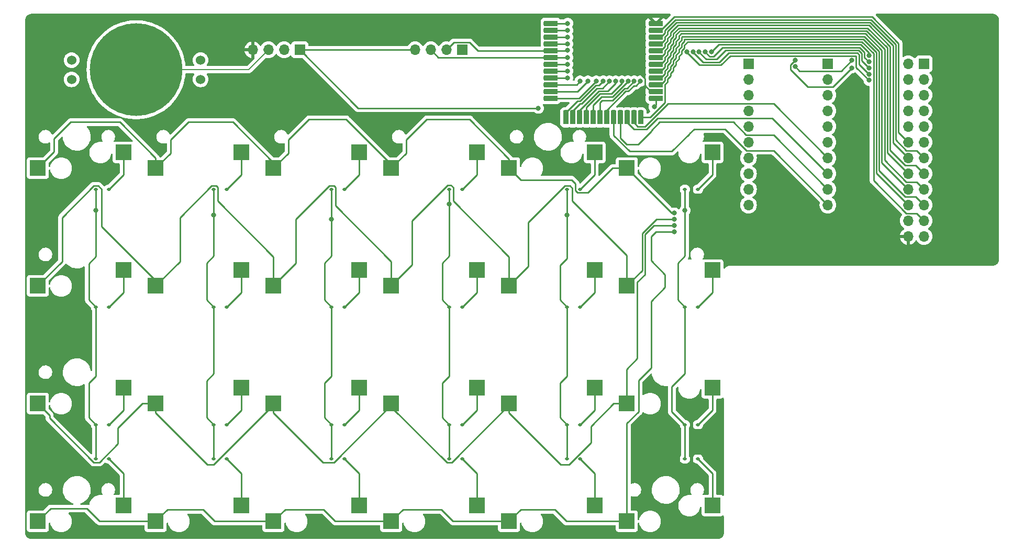
<source format=gbr>
%TF.GenerationSoftware,KiCad,Pcbnew,7.0.1*%
%TF.CreationDate,2023-05-06T18:31:28+10:00*%
%TF.ProjectId,switch_grid_test,73776974-6368-45f6-9772-69645f746573,rev?*%
%TF.SameCoordinates,Original*%
%TF.FileFunction,Copper,L2,Bot*%
%TF.FilePolarity,Positive*%
%FSLAX46Y46*%
G04 Gerber Fmt 4.6, Leading zero omitted, Abs format (unit mm)*
G04 Created by KiCad (PCBNEW 7.0.1) date 2023-05-06 18:31:28*
%MOMM*%
%LPD*%
G01*
G04 APERTURE LIST*
G04 Aperture macros list*
%AMRoundRect*
0 Rectangle with rounded corners*
0 $1 Rounding radius*
0 $2 $3 $4 $5 $6 $7 $8 $9 X,Y pos of 4 corners*
0 Add a 4 corners polygon primitive as box body*
4,1,4,$2,$3,$4,$5,$6,$7,$8,$9,$2,$3,0*
0 Add four circle primitives for the rounded corners*
1,1,$1+$1,$2,$3*
1,1,$1+$1,$4,$5*
1,1,$1+$1,$6,$7*
1,1,$1+$1,$8,$9*
0 Add four rect primitives between the rounded corners*
20,1,$1+$1,$2,$3,$4,$5,0*
20,1,$1+$1,$4,$5,$6,$7,0*
20,1,$1+$1,$6,$7,$8,$9,0*
20,1,$1+$1,$8,$9,$2,$3,0*%
G04 Aperture macros list end*
%TA.AperFunction,ComponentPad*%
%ADD10R,1.700000X1.700000*%
%TD*%
%TA.AperFunction,ComponentPad*%
%ADD11O,1.700000X1.700000*%
%TD*%
%TA.AperFunction,SMDPad,CuDef*%
%ADD12R,2.550000X2.500000*%
%TD*%
%TA.AperFunction,SMDPad,CuDef*%
%ADD13RoundRect,0.112500X-0.187500X-0.112500X0.187500X-0.112500X0.187500X0.112500X-0.187500X0.112500X0*%
%TD*%
%TA.AperFunction,SMDPad,CuDef*%
%ADD14RoundRect,0.225000X0.918000X0.225000X-0.918000X0.225000X-0.918000X-0.225000X0.918000X-0.225000X0*%
%TD*%
%TA.AperFunction,SMDPad,CuDef*%
%ADD15RoundRect,0.225000X0.225000X-0.918000X0.225000X0.918000X-0.225000X0.918000X-0.225000X-0.918000X0*%
%TD*%
%TA.AperFunction,SMDPad,CuDef*%
%ADD16RoundRect,0.225000X-0.918000X-0.225000X0.918000X-0.225000X0.918000X0.225000X-0.918000X0.225000X0*%
%TD*%
%TA.AperFunction,ComponentPad*%
%ADD17C,1.524000*%
%TD*%
%TA.AperFunction,SMDPad,CuDef*%
%ADD18C,15.000000*%
%TD*%
%TA.AperFunction,ViaPad*%
%ADD19C,0.800000*%
%TD*%
%TA.AperFunction,Conductor*%
%ADD20C,0.250000*%
%TD*%
%TA.AperFunction,Conductor*%
%ADD21C,0.200000*%
%TD*%
G04 APERTURE END LIST*
D10*
%TO.P,PRG1,1,Pin_1*%
%TO.N,GND*%
X109675000Y-88825000D03*
D11*
%TO.P,PRG1,2,Pin_2*%
%TO.N,SWCLK*%
X107135000Y-88825000D03*
%TO.P,PRG1,3,Pin_3*%
%TO.N,SWDIO*%
X104595000Y-88825000D03*
%TO.P,PRG1,4,Pin_4*%
%TO.N,VCC*%
X102055000Y-88825000D03*
%TD*%
D12*
%TO.P,SW6,1,A*%
%TO.N,ROW0*%
X136310000Y-107980000D03*
%TO.P,SW6,2,B*%
%TO.N,Net-(D6-A)*%
X150160000Y-105440000D03*
%TD*%
%TO.P,SW9,1,A*%
%TO.N,ROW1*%
X79160000Y-127030000D03*
%TO.P,SW9,2,B*%
%TO.N,Net-(D9-A)*%
X93010000Y-124490000D03*
%TD*%
%TO.P,SW20,1,A*%
%TO.N,ROW3*%
X60110000Y-165130000D03*
%TO.P,SW20,2,B*%
%TO.N,Net-(D20-A)*%
X73960000Y-162590000D03*
%TD*%
%TO.P,SW19,1,A*%
%TO.N,ROW3*%
X41060000Y-165130000D03*
%TO.P,SW19,2,B*%
%TO.N,Net-(D19-A)*%
X54910000Y-162590000D03*
%TD*%
%TO.P,SW5,1,A*%
%TO.N,ROW0*%
X117260000Y-107980000D03*
%TO.P,SW5,2,B*%
%TO.N,Net-(D5-A)*%
X131110000Y-105440000D03*
%TD*%
%TO.P,SW12,1,A*%
%TO.N,ROW1*%
X136310000Y-127030000D03*
%TO.P,SW12,2,B*%
%TO.N,Net-(D12-A)*%
X150160000Y-124490000D03*
%TD*%
%TO.P,SW2,1,A*%
%TO.N,ROW0*%
X60110000Y-107980000D03*
%TO.P,SW2,2,B*%
%TO.N,Net-(D2-A)*%
X73960000Y-105440000D03*
%TD*%
%TO.P,SW4,1,A*%
%TO.N,ROW0*%
X98210000Y-107980000D03*
%TO.P,SW4,2,B*%
%TO.N,Net-(D4-A)*%
X112060000Y-105440000D03*
%TD*%
%TO.P,SW7,1,A*%
%TO.N,ROW1*%
X41060000Y-127030000D03*
%TO.P,SW7,2,B*%
%TO.N,Net-(D7-A)*%
X54910000Y-124490000D03*
%TD*%
D10*
%TO.P,J1,1,Pin_1*%
%TO.N,COL0*%
X155975000Y-91075000D03*
D11*
%TO.P,J1,2,Pin_2*%
%TO.N,COL1*%
X155975000Y-93615000D03*
%TO.P,J1,3,Pin_3*%
%TO.N,COL2*%
X155975000Y-96155000D03*
%TO.P,J1,4,Pin_4*%
%TO.N,COL3*%
X155975000Y-98695000D03*
%TO.P,J1,5,Pin_5*%
%TO.N,COL4*%
X155975000Y-101235000D03*
%TO.P,J1,6,Pin_6*%
%TO.N,COL5*%
X155975000Y-103775000D03*
%TO.P,J1,7,Pin_7*%
%TO.N,ROW0*%
X155975000Y-106315000D03*
%TO.P,J1,8,Pin_8*%
%TO.N,ROW1*%
X155975000Y-108855000D03*
%TO.P,J1,9,Pin_9*%
%TO.N,ROW2*%
X155975000Y-111395000D03*
%TO.P,J1,10,Pin_10*%
%TO.N,ROW3*%
X155975000Y-113935000D03*
%TD*%
D10*
%TO.P,CHG1,1,Pin_1*%
%TO.N,VCC*%
X83425000Y-88825000D03*
D11*
%TO.P,CHG1,2,Pin_2*%
%TO.N,B+*%
X80885000Y-88825000D03*
%TO.P,CHG1,3,Pin_3*%
%TO.N,B-*%
X78345000Y-88825000D03*
%TO.P,CHG1,4,Pin_4*%
%TO.N,GND*%
X75805000Y-88825000D03*
%TD*%
D12*
%TO.P,SW22,1,A*%
%TO.N,ROW3*%
X98210000Y-165130000D03*
%TO.P,SW22,2,B*%
%TO.N,Net-(D22-A)*%
X112060000Y-162590000D03*
%TD*%
D10*
%TO.P,J2,1,Pin_1*%
%TO.N,COL0MCU*%
X168825000Y-91075000D03*
D11*
%TO.P,J2,2,Pin_2*%
%TO.N,COL1MCU*%
X168825000Y-93615000D03*
%TO.P,J2,3,Pin_3*%
%TO.N,COL2MCU*%
X168825000Y-96155000D03*
%TO.P,J2,4,Pin_4*%
%TO.N,COL3MCU*%
X168825000Y-98695000D03*
%TO.P,J2,5,Pin_5*%
%TO.N,COL4MCU*%
X168825000Y-101235000D03*
%TO.P,J2,6,Pin_6*%
%TO.N,COL5MCU*%
X168825000Y-103775000D03*
%TO.P,J2,7,Pin_7*%
%TO.N,ROW0MCU*%
X168825000Y-106315000D03*
%TO.P,J2,8,Pin_8*%
%TO.N,ROW1MCU*%
X168825000Y-108855000D03*
%TO.P,J2,9,Pin_9*%
%TO.N,ROW2MCU*%
X168825000Y-111395000D03*
%TO.P,J2,10,Pin_10*%
%TO.N,ROW3MCU*%
X168825000Y-113935000D03*
%TD*%
D12*
%TO.P,SW21,1,A*%
%TO.N,ROW3*%
X79160000Y-165130000D03*
%TO.P,SW21,2,B*%
%TO.N,Net-(D21-A)*%
X93010000Y-162590000D03*
%TD*%
%TO.P,SW18,1,A*%
%TO.N,ROW2*%
X136310000Y-146080000D03*
%TO.P,SW18,2,B*%
%TO.N,Net-(D18-A)*%
X150160000Y-143540000D03*
%TD*%
%TO.P,SW13,1,A*%
%TO.N,ROW2*%
X41060000Y-146080000D03*
%TO.P,SW13,2,B*%
%TO.N,Net-(D13-A)*%
X54910000Y-143540000D03*
%TD*%
%TO.P,SW23,1,A*%
%TO.N,ROW3*%
X117260000Y-165130000D03*
%TO.P,SW23,2,B*%
%TO.N,Net-(D23-A)*%
X131110000Y-162590000D03*
%TD*%
%TO.P,SW24,1,A*%
%TO.N,ROW3*%
X136310000Y-165130000D03*
%TO.P,SW24,2,B*%
%TO.N,Net-(D24-A)*%
X150160000Y-162590000D03*
%TD*%
%TO.P,SW14,1,A*%
%TO.N,ROW2*%
X60110000Y-146080000D03*
%TO.P,SW14,2,B*%
%TO.N,Net-(D14-A)*%
X73960000Y-143540000D03*
%TD*%
%TO.P,SW16,1,A*%
%TO.N,ROW2*%
X98210000Y-146080000D03*
%TO.P,SW16,2,B*%
%TO.N,Net-(D16-A)*%
X112060000Y-143540000D03*
%TD*%
%TO.P,SW10,1,A*%
%TO.N,ROW1*%
X98210000Y-127030000D03*
%TO.P,SW10,2,B*%
%TO.N,Net-(D10-A)*%
X112060000Y-124490000D03*
%TD*%
%TO.P,SW1,1,A*%
%TO.N,ROW0*%
X41060000Y-107980000D03*
%TO.P,SW1,2,B*%
%TO.N,Net-(D1-A)*%
X54910000Y-105440000D03*
%TD*%
%TO.P,SW15,1,A*%
%TO.N,ROW2*%
X79160000Y-146080000D03*
%TO.P,SW15,2,B*%
%TO.N,Net-(D15-A)*%
X93010000Y-143540000D03*
%TD*%
%TO.P,SW8,1,A*%
%TO.N,ROW1*%
X60110000Y-127030000D03*
%TO.P,SW8,2,B*%
%TO.N,Net-(D8-A)*%
X73960000Y-124490000D03*
%TD*%
D10*
%TO.P,J3,1,Pin_1*%
%TO.N,MCUP04*%
X184365000Y-91075000D03*
D11*
%TO.P,J3,2,Pin_2*%
%TO.N,MCUP05*%
X181825000Y-91075000D03*
%TO.P,J3,3,Pin_3*%
%TO.N,MCUP06*%
X184365000Y-93615000D03*
%TO.P,J3,4,Pin_4*%
%TO.N,MCUP07*%
X181825000Y-93615000D03*
%TO.P,J3,5,Pin_5*%
%TO.N,MCUP08*%
X184365000Y-96155000D03*
%TO.P,J3,6,Pin_6*%
%TO.N,MCUP09*%
X181825000Y-96155000D03*
%TO.P,J3,7,Pin_7*%
%TO.N,MCUP10*%
X184365000Y-98695000D03*
%TO.P,J3,8,Pin_8*%
%TO.N,MCUP17*%
X181825000Y-98695000D03*
%TO.P,J3,9,Pin_9*%
%TO.N,MCUP18*%
X184365000Y-101235000D03*
%TO.P,J3,10,Pin_10*%
%TO.N,MCUP19*%
X181825000Y-101235000D03*
%TO.P,J3,11,Pin_11*%
%TO.N,MCUP20*%
X184365000Y-103775000D03*
%TO.P,J3,12,Pin_12*%
%TO.N,MCUP21*%
X181825000Y-103775000D03*
%TO.P,J3,13,Pin_13*%
%TO.N,MCUP22*%
X184365000Y-106315000D03*
%TO.P,J3,14,Pin_14*%
%TO.N,MCUP23*%
X181825000Y-106315000D03*
%TO.P,J3,15,Pin_15*%
%TO.N,MCUP24*%
X184365000Y-108855000D03*
%TO.P,J3,16,Pin_16*%
%TO.N,MCUP25*%
X181825000Y-108855000D03*
%TO.P,J3,17,Pin_17*%
%TO.N,MCUNC1*%
X184365000Y-111395000D03*
%TO.P,J3,18,Pin_18*%
%TO.N,MCUNC2*%
X181825000Y-111395000D03*
%TO.P,J3,19,Pin_19*%
%TO.N,MCUP28*%
X184365000Y-113935000D03*
%TO.P,J3,20,Pin_20*%
%TO.N,MCUP29*%
X181825000Y-113935000D03*
%TO.P,J3,21,Pin_21*%
%TO.N,MCUP30*%
X184365000Y-116475000D03*
%TO.P,J3,22,Pin_22*%
%TO.N,SWCLK*%
X181825000Y-116475000D03*
%TO.P,J3,23,Pin_23*%
%TO.N,SWDIO*%
X184365000Y-119015000D03*
%TO.P,J3,24,Pin_24*%
%TO.N,GND*%
X181825000Y-119015000D03*
%TD*%
D12*
%TO.P,SW3,1,A*%
%TO.N,ROW0*%
X79160000Y-107980000D03*
%TO.P,SW3,2,B*%
%TO.N,Net-(D3-A)*%
X93010000Y-105440000D03*
%TD*%
%TO.P,SW17,1,A*%
%TO.N,ROW2*%
X117260000Y-146080000D03*
%TO.P,SW17,2,B*%
%TO.N,Net-(D17-A)*%
X131110000Y-143540000D03*
%TD*%
%TO.P,SW11,1,A*%
%TO.N,ROW1*%
X117260000Y-127030000D03*
%TO.P,SW11,2,B*%
%TO.N,Net-(D11-A)*%
X131110000Y-124490000D03*
%TD*%
D13*
%TO.P,D5,1,K*%
%TO.N,COL4*%
X126650000Y-111400000D03*
%TO.P,D5,2,A*%
%TO.N,Net-(D5-A)*%
X128750000Y-111400000D03*
%TD*%
%TO.P,D17,1,K*%
%TO.N,COL4*%
X126650000Y-149500000D03*
%TO.P,D17,2,A*%
%TO.N,Net-(D17-A)*%
X128750000Y-149500000D03*
%TD*%
%TO.P,D9,1,K*%
%TO.N,COL2*%
X88550000Y-130450000D03*
%TO.P,D9,2,A*%
%TO.N,Net-(D9-A)*%
X90650000Y-130450000D03*
%TD*%
%TO.P,D6,1,K*%
%TO.N,COL5*%
X145700000Y-111400000D03*
%TO.P,D6,2,A*%
%TO.N,Net-(D6-A)*%
X147800000Y-111400000D03*
%TD*%
%TO.P,D18,1,K*%
%TO.N,COL5*%
X145700000Y-149500000D03*
%TO.P,D18,2,A*%
%TO.N,Net-(D18-A)*%
X147800000Y-149500000D03*
%TD*%
%TO.P,D14,1,K*%
%TO.N,COL1*%
X69500000Y-149500000D03*
%TO.P,D14,2,A*%
%TO.N,Net-(D14-A)*%
X71600000Y-149500000D03*
%TD*%
%TO.P,D16,1,K*%
%TO.N,COL3*%
X107600000Y-149500000D03*
%TO.P,D16,2,A*%
%TO.N,Net-(D16-A)*%
X109700000Y-149500000D03*
%TD*%
%TO.P,D10,1,K*%
%TO.N,COL3*%
X107600000Y-130450000D03*
%TO.P,D10,2,A*%
%TO.N,Net-(D10-A)*%
X109700000Y-130450000D03*
%TD*%
D14*
%TO.P,U1,0,GND*%
%TO.N,GND*%
X141000000Y-84553500D03*
%TO.P,U1,1,P21*%
%TO.N,MCUP21*%
X141000000Y-85653500D03*
%TO.P,U1,2,P22*%
%TO.N,MCUP22*%
X141000000Y-86753500D03*
%TO.P,U1,3,P23*%
%TO.N,MCUP23*%
X141000000Y-87853500D03*
%TO.P,U1,4,P24*%
%TO.N,MCUP24*%
X141000000Y-88953500D03*
%TO.P,U1,5,P25*%
%TO.N,MCUP25*%
X141000000Y-90053500D03*
%TO.P,U1,6,NC*%
%TO.N,MCUNC1*%
X141000000Y-91153500D03*
%TO.P,U1,7,NC*%
%TO.N,MCUNC2*%
X141000000Y-92253500D03*
%TO.P,U1,8,P28*%
%TO.N,MCUP28*%
X141000000Y-93353500D03*
%TO.P,U1,9,P29*%
%TO.N,MCUP29*%
X141000000Y-94453500D03*
%TO.P,U1,10,GND*%
%TO.N,GND*%
X141000000Y-95553500D03*
%TO.P,U1,11,VCC*%
%TO.N,VCC*%
X141000000Y-96653500D03*
D15*
%TO.P,U1,12,P30*%
%TO.N,MCUP30*%
X138550000Y-99753500D03*
%TO.P,U1,13,P00*%
%TO.N,ROW0MCU*%
X137450000Y-99753500D03*
%TO.P,U1,14,P01*%
%TO.N,ROW1MCU*%
X136350000Y-99753500D03*
%TO.P,U1,15,P02*%
%TO.N,ROW2MCU*%
X135250000Y-99753500D03*
%TO.P,U1,16,P03*%
%TO.N,ROW3MCU*%
X134150000Y-99753500D03*
%TO.P,U1,17,P04*%
%TO.N,MCUP04*%
X133050000Y-99753500D03*
%TO.P,U1,18,P05*%
%TO.N,MCUP05*%
X131950000Y-99753500D03*
%TO.P,U1,19,P06*%
%TO.N,MCUP06*%
X130850000Y-99753500D03*
%TO.P,U1,20,P07*%
%TO.N,MCUP07*%
X129750000Y-99753500D03*
%TO.P,U1,21,P08*%
%TO.N,MCUP08*%
X128650000Y-99753500D03*
%TO.P,U1,22,P09*%
%TO.N,MCUP09*%
X127550000Y-99753500D03*
%TO.P,U1,23,P10*%
%TO.N,MCUP10*%
X126450000Y-99753500D03*
D16*
%TO.P,U1,24,P11*%
%TO.N,COL5MCU*%
X124000000Y-96653500D03*
%TO.P,U1,25,P12*%
%TO.N,COL4MCU*%
X124000000Y-95553500D03*
%TO.P,U1,26,P13*%
%TO.N,COL3MCU*%
X124000000Y-94453500D03*
%TO.P,U1,27,P14*%
%TO.N,COL2MCU*%
X124000000Y-93353500D03*
%TO.P,U1,28,P15*%
%TO.N,COL1MCU*%
X124000000Y-92253500D03*
%TO.P,U1,29,P16*%
%TO.N,COL0MCU*%
X124000000Y-91153500D03*
%TO.P,U1,30,SWDIO*%
%TO.N,SWDIO*%
X124000000Y-90053500D03*
%TO.P,U1,31,SWCLK*%
%TO.N,SWCLK*%
X124000000Y-88953500D03*
%TO.P,U1,32,P17*%
%TO.N,MCUP17*%
X124000000Y-87853500D03*
%TO.P,U1,33,P18*%
%TO.N,MCUP18*%
X124000000Y-86753500D03*
%TO.P,U1,34,P19*%
%TO.N,MCUP19*%
X124000000Y-85653500D03*
%TO.P,U1,35,P20*%
%TO.N,MCUP20*%
X124000000Y-84553500D03*
%TD*%
D13*
%TO.P,D8,1,K*%
%TO.N,COL1*%
X69500000Y-130450000D03*
%TO.P,D8,2,A*%
%TO.N,Net-(D8-A)*%
X71600000Y-130450000D03*
%TD*%
%TO.P,D20,1,K*%
%TO.N,COL1*%
X69500000Y-155050000D03*
%TO.P,D20,2,A*%
%TO.N,Net-(D20-A)*%
X71600000Y-155050000D03*
%TD*%
%TO.P,D1,1,K*%
%TO.N,COL0*%
X50450000Y-111400000D03*
%TO.P,D1,2,A*%
%TO.N,Net-(D1-A)*%
X52550000Y-111400000D03*
%TD*%
%TO.P,D7,1,K*%
%TO.N,COL0*%
X50450000Y-130450000D03*
%TO.P,D7,2,A*%
%TO.N,Net-(D7-A)*%
X52550000Y-130450000D03*
%TD*%
%TO.P,D4,1,K*%
%TO.N,COL3*%
X107600000Y-111400000D03*
%TO.P,D4,2,A*%
%TO.N,Net-(D4-A)*%
X109700000Y-111400000D03*
%TD*%
%TO.P,D24,1,K*%
%TO.N,COL5*%
X145700000Y-155050000D03*
%TO.P,D24,2,A*%
%TO.N,Net-(D24-A)*%
X147800000Y-155050000D03*
%TD*%
%TO.P,D15,1,K*%
%TO.N,COL2*%
X88550000Y-149500000D03*
%TO.P,D15,2,A*%
%TO.N,Net-(D15-A)*%
X90650000Y-149500000D03*
%TD*%
%TO.P,D22,1,K*%
%TO.N,COL3*%
X107600000Y-155050000D03*
%TO.P,D22,2,A*%
%TO.N,Net-(D22-A)*%
X109700000Y-155050000D03*
%TD*%
%TO.P,D2,1,K*%
%TO.N,COL1*%
X69500000Y-111400000D03*
%TO.P,D2,2,A*%
%TO.N,Net-(D2-A)*%
X71600000Y-111400000D03*
%TD*%
%TO.P,D11,1,K*%
%TO.N,COL4*%
X126650000Y-130450000D03*
%TO.P,D11,2,A*%
%TO.N,Net-(D11-A)*%
X128750000Y-130450000D03*
%TD*%
D17*
%TO.P,BT1,1,+*%
%TO.N,B+*%
X46512000Y-90500000D03*
X46512000Y-93600000D03*
X67362000Y-90500000D03*
X67362000Y-93600000D03*
D18*
%TO.P,BT1,2,-*%
%TO.N,B-*%
X56937000Y-92050000D03*
%TD*%
D13*
%TO.P,D21,1,K*%
%TO.N,COL2*%
X88550000Y-155050000D03*
%TO.P,D21,2,A*%
%TO.N,Net-(D21-A)*%
X90650000Y-155050000D03*
%TD*%
%TO.P,D19,1,K*%
%TO.N,COL0*%
X50450000Y-155050000D03*
%TO.P,D19,2,A*%
%TO.N,Net-(D19-A)*%
X52550000Y-155050000D03*
%TD*%
%TO.P,D13,1,K*%
%TO.N,COL0*%
X50450000Y-149500000D03*
%TO.P,D13,2,A*%
%TO.N,Net-(D13-A)*%
X52550000Y-149500000D03*
%TD*%
%TO.P,D12,1,K*%
%TO.N,COL5*%
X145700000Y-130450000D03*
%TO.P,D12,2,A*%
%TO.N,Net-(D12-A)*%
X147800000Y-130450000D03*
%TD*%
%TO.P,D3,1,K*%
%TO.N,COL2*%
X88550000Y-111400000D03*
%TO.P,D3,2,A*%
%TO.N,Net-(D3-A)*%
X90650000Y-111400000D03*
%TD*%
%TO.P,D23,1,K*%
%TO.N,COL4*%
X126650000Y-155050000D03*
%TO.P,D23,2,A*%
%TO.N,Net-(D23-A)*%
X128750000Y-155050000D03*
%TD*%
D19*
%TO.N,COL0*%
X50450000Y-114808000D03*
%TO.N,COL1*%
X69500000Y-115532500D03*
%TO.N,COL2*%
X88550000Y-116257000D03*
%TO.N,COL3*%
X107600000Y-113792000D03*
%TO.N,COL4*%
X126650000Y-115532500D03*
%TO.N,COL5*%
X145700000Y-114808000D03*
%TO.N,ROW0*%
X144000000Y-115251491D03*
%TO.N,ROW1*%
X144000000Y-116250994D03*
%TO.N,ROW2*%
X144000000Y-117250497D03*
%TO.N,ROW3*%
X144000000Y-118250000D03*
%TO.N,GND*%
X137250000Y-92000000D03*
%TO.N,COL0MCU*%
X126750000Y-91153500D03*
%TO.N,COL1MCU*%
X126750000Y-92250000D03*
%TO.N,COL2MCU*%
X126750000Y-93353500D03*
%TO.N,COL3MCU*%
X128750000Y-93895500D03*
%TO.N,COL4MCU*%
X130000000Y-93895500D03*
%TO.N,COL5MCU*%
X131375000Y-93875000D03*
%TO.N,VCC*%
X122000000Y-98250000D03*
X140750000Y-98054500D03*
%TO.N,MCUP04*%
X172676000Y-90524500D03*
X163525500Y-91523677D03*
X138499503Y-93895500D03*
%TO.N,MCUP05*%
X172678104Y-91755492D03*
X163500000Y-90524500D03*
X137500000Y-93895500D03*
%TO.N,MCUP06*%
X150000000Y-89174500D03*
X175475500Y-89750000D03*
X136498509Y-93895500D03*
%TO.N,MCUP07*%
X135499006Y-93895500D03*
X149000000Y-89174500D03*
X175475500Y-90749503D03*
%TO.N,MCUP08*%
X147999006Y-89174500D03*
X175475500Y-91750000D03*
X134499503Y-93895500D03*
%TO.N,MCUP09*%
X133500000Y-93895500D03*
X146999503Y-89174500D03*
X175475500Y-92750000D03*
%TO.N,SWCLK*%
X126718594Y-88903470D03*
%TO.N,SWDIO*%
X126750000Y-90053500D03*
%TO.N,MCUP10*%
X132500000Y-93895500D03*
X175475500Y-93750000D03*
X146000000Y-89174500D03*
%TO.N,MCUP17*%
X126750000Y-87853500D03*
%TO.N,MCUP18*%
X126750000Y-86753500D03*
%TO.N,MCUP19*%
X126750000Y-85653500D03*
%TO.N,MCUP20*%
X126750000Y-84553500D03*
%TD*%
D20*
%TO.N,COL0*%
X50450000Y-114808000D02*
X50450000Y-111400000D01*
X50450000Y-149500000D02*
X49285000Y-148335000D01*
X49285000Y-148335000D02*
X49285000Y-142763350D01*
X49285000Y-123435000D02*
X49285000Y-129285000D01*
X49285000Y-129285000D02*
X50450000Y-130450000D01*
X50450000Y-122270000D02*
X49285000Y-123435000D01*
X49285000Y-142763350D02*
X50450000Y-141598350D01*
X50450000Y-155050000D02*
X50450000Y-149500000D01*
X50450000Y-141598350D02*
X50450000Y-130450000D01*
X50450000Y-114808000D02*
X50450000Y-122270000D01*
%TO.N,Net-(D1-A)*%
X54910000Y-109040000D02*
X52550000Y-111400000D01*
X54910000Y-105440000D02*
X54910000Y-109040000D01*
%TO.N,COL1*%
X69500000Y-115532500D02*
X69500000Y-122200131D01*
X68335000Y-148335000D02*
X68335000Y-142415131D01*
X69500000Y-149500000D02*
X68335000Y-148335000D01*
X68335000Y-123365131D02*
X68335000Y-129285000D01*
X68335000Y-129285000D02*
X69500000Y-130450000D01*
X69500000Y-155050000D02*
X69500000Y-149500000D01*
X69500000Y-141250131D02*
X69500000Y-130450000D01*
X68335000Y-142415131D02*
X69500000Y-141250131D01*
X69500000Y-122200131D02*
X68335000Y-123365131D01*
X69500000Y-115532500D02*
X69500000Y-111400000D01*
%TO.N,Net-(D2-A)*%
X71600000Y-111400000D02*
X73960000Y-109040000D01*
X73960000Y-109040000D02*
X73960000Y-105440000D01*
%TO.N,COL2*%
X87385000Y-123365131D02*
X87385000Y-129285000D01*
X88550000Y-141598350D02*
X88550000Y-130450000D01*
X87385000Y-148335000D02*
X87385000Y-142763350D01*
X88550000Y-149500000D02*
X87385000Y-148335000D01*
X88550000Y-149500000D02*
X88550000Y-155050000D01*
X87385000Y-129285000D02*
X88550000Y-130450000D01*
X88550000Y-116257000D02*
X88550000Y-111400000D01*
X88550000Y-116257000D02*
X88550000Y-122200131D01*
X88550000Y-122200131D02*
X87385000Y-123365131D01*
X87385000Y-142763350D02*
X88550000Y-141598350D01*
%TO.N,Net-(D3-A)*%
X93010000Y-105440000D02*
X93010000Y-109040000D01*
X93010000Y-109040000D02*
X90650000Y-111400000D01*
%TO.N,COL3*%
X106435000Y-142763350D02*
X106435000Y-148335000D01*
X106435000Y-123365131D02*
X106435000Y-129285000D01*
X106435000Y-148335000D02*
X107600000Y-149500000D01*
X106435000Y-129285000D02*
X107600000Y-130450000D01*
X107600000Y-155050000D02*
X107600000Y-149500000D01*
X107600000Y-122200131D02*
X106435000Y-123365131D01*
X107600000Y-130450000D02*
X107600000Y-141598350D01*
X107600000Y-113792000D02*
X107600000Y-122200131D01*
X107600000Y-141598350D02*
X106435000Y-142763350D01*
X107600000Y-113792000D02*
X107600000Y-111400000D01*
%TO.N,Net-(D4-A)*%
X109700000Y-111400000D02*
X112060000Y-109040000D01*
X112060000Y-109040000D02*
X112060000Y-105440000D01*
%TO.N,COL4*%
X126650000Y-149500000D02*
X125485000Y-148335000D01*
X125485000Y-129285000D02*
X126650000Y-130450000D01*
X125485000Y-142763350D02*
X126650000Y-141598350D01*
X126650000Y-122548350D02*
X125485000Y-123713350D01*
X125485000Y-148335000D02*
X125485000Y-142763350D01*
X126650000Y-115532500D02*
X126650000Y-111400000D01*
X126650000Y-115532500D02*
X126650000Y-122548350D01*
X126650000Y-149500000D02*
X126650000Y-155050000D01*
X126650000Y-141598350D02*
X126650000Y-130450000D01*
X125485000Y-123713350D02*
X125485000Y-129285000D01*
%TO.N,Net-(D5-A)*%
X131110000Y-105440000D02*
X131110000Y-109040000D01*
X131110000Y-109040000D02*
X128750000Y-111400000D01*
%TO.N,COL5*%
X144535000Y-129285000D02*
X145700000Y-130450000D01*
X144535000Y-123365131D02*
X144535000Y-129285000D01*
X145700000Y-155050000D02*
X145700000Y-149500000D01*
X145700000Y-122200131D02*
X144535000Y-123365131D01*
X145700000Y-114808000D02*
X145700000Y-122200131D01*
X145700000Y-141250131D02*
X145700000Y-130450000D01*
X143581231Y-147381231D02*
X143581231Y-143368900D01*
X143581231Y-143368900D02*
X145700000Y-141250131D01*
X145700000Y-149500000D02*
X143581231Y-147381231D01*
X145700000Y-114808000D02*
X145700000Y-111400000D01*
%TO.N,Net-(D6-A)*%
X150160000Y-105440000D02*
X150160000Y-109040000D01*
X150160000Y-109040000D02*
X147800000Y-111400000D01*
%TO.N,Net-(D7-A)*%
X54910000Y-128090000D02*
X52550000Y-130450000D01*
X54910000Y-124490000D02*
X54910000Y-128090000D01*
%TO.N,Net-(D8-A)*%
X73960000Y-128090000D02*
X73960000Y-124490000D01*
X71600000Y-130450000D02*
X73960000Y-128090000D01*
%TO.N,Net-(D9-A)*%
X93010000Y-124490000D02*
X93010000Y-128090000D01*
X93010000Y-128090000D02*
X90650000Y-130450000D01*
%TO.N,Net-(D10-A)*%
X112060000Y-128090000D02*
X109700000Y-130450000D01*
X112060000Y-124490000D02*
X112060000Y-128090000D01*
%TO.N,Net-(D11-A)*%
X131110000Y-124490000D02*
X131110000Y-128090000D01*
X131110000Y-128090000D02*
X128750000Y-130450000D01*
%TO.N,Net-(D12-A)*%
X150160000Y-124490000D02*
X150160000Y-128090000D01*
X150160000Y-128090000D02*
X147800000Y-130450000D01*
%TO.N,Net-(D13-A)*%
X52550000Y-149500000D02*
X54910000Y-147140000D01*
X54910000Y-147140000D02*
X54910000Y-143540000D01*
%TO.N,Net-(D14-A)*%
X73960000Y-147140000D02*
X73960000Y-143540000D01*
X71600000Y-149500000D02*
X73960000Y-147140000D01*
%TO.N,Net-(D15-A)*%
X93010000Y-143540000D02*
X93010000Y-147140000D01*
X93010000Y-147140000D02*
X90650000Y-149500000D01*
%TO.N,Net-(D16-A)*%
X109700000Y-149500000D02*
X112060000Y-147140000D01*
X112060000Y-147140000D02*
X112060000Y-143540000D01*
%TO.N,Net-(D17-A)*%
X131110000Y-147140000D02*
X131110000Y-143540000D01*
X128750000Y-149500000D02*
X131110000Y-147140000D01*
%TO.N,Net-(D18-A)*%
X150160000Y-147140000D02*
X147800000Y-149500000D01*
X150160000Y-143540000D02*
X150160000Y-147140000D01*
%TO.N,Net-(D19-A)*%
X54910000Y-157410000D02*
X52550000Y-155050000D01*
X54910000Y-162590000D02*
X54910000Y-157410000D01*
%TO.N,Net-(D20-A)*%
X73960000Y-162590000D02*
X73960000Y-157410000D01*
X73960000Y-157410000D02*
X71600000Y-155050000D01*
%TO.N,Net-(D21-A)*%
X93010000Y-162590000D02*
X93010000Y-157410000D01*
X93010000Y-157410000D02*
X90650000Y-155050000D01*
%TO.N,Net-(D22-A)*%
X112060000Y-162590000D02*
X112060000Y-157410000D01*
X112060000Y-157410000D02*
X109700000Y-155050000D01*
%TO.N,Net-(D23-A)*%
X131110000Y-157410000D02*
X128750000Y-155050000D01*
X131110000Y-162590000D02*
X131110000Y-157410000D01*
%TO.N,Net-(D24-A)*%
X150160000Y-157410000D02*
X147800000Y-155050000D01*
X150160000Y-162590000D02*
X150160000Y-157410000D01*
%TO.N,ROW0*%
X143581491Y-115251491D02*
X136310000Y-107980000D01*
X65418769Y-100531100D02*
X72591100Y-100531100D01*
X81595900Y-103403969D02*
X84923869Y-100076000D01*
X98210000Y-107980000D02*
X100645900Y-105544100D01*
X100645900Y-105544100D02*
X100645900Y-103403969D01*
X60110000Y-106338000D02*
X60110000Y-107980000D01*
X84923869Y-100076000D02*
X90932000Y-100076000D01*
X62545900Y-105544100D02*
X62545900Y-103403969D01*
X127365070Y-109855000D02*
X128011287Y-110501217D01*
X62545900Y-103403969D02*
X65418769Y-100531100D01*
X43688000Y-105352000D02*
X43688000Y-103211869D01*
X60110000Y-107980000D02*
X62545900Y-105544100D01*
X103973869Y-100076000D02*
X110856000Y-100076000D01*
X100645900Y-103403969D02*
X103973869Y-100076000D01*
X98210000Y-107354000D02*
X98210000Y-107980000D01*
X54303100Y-100531100D02*
X60110000Y-106338000D01*
X128350000Y-111950000D02*
X130050000Y-111950000D01*
X41060000Y-107980000D02*
X43688000Y-105352000D01*
X144000000Y-115251491D02*
X143581491Y-115251491D01*
X117260000Y-106480000D02*
X117260000Y-107980000D01*
X46368769Y-100531100D02*
X54303100Y-100531100D01*
X110856000Y-100076000D02*
X117260000Y-106480000D01*
X130050000Y-111950000D02*
X134020000Y-107980000D01*
X79160000Y-107980000D02*
X81595900Y-105544100D01*
X128011287Y-111611287D02*
X128350000Y-111950000D01*
X72591100Y-100531100D02*
X79160000Y-107100000D01*
X134020000Y-107980000D02*
X136310000Y-107980000D01*
X81595900Y-105544100D02*
X81595900Y-103403969D01*
X43688000Y-103211869D02*
X46368769Y-100531100D01*
X79160000Y-107100000D02*
X79160000Y-107980000D01*
X128011287Y-110501217D02*
X128011287Y-111611287D01*
X90932000Y-100076000D02*
X98210000Y-107354000D01*
X117260000Y-107980000D02*
X119135000Y-109855000D01*
X119135000Y-109855000D02*
X127365070Y-109855000D01*
%TO.N,ROW1*%
X60110000Y-127030000D02*
X64031100Y-123108900D01*
X117260000Y-122340000D02*
X117260000Y-127030000D01*
X127508000Y-111252000D02*
X127508000Y-113284000D01*
X89175000Y-114067000D02*
X98210000Y-123102000D01*
X117260000Y-127030000D02*
X120396000Y-123894000D01*
X69868718Y-110850000D02*
X70125000Y-111106282D01*
X79160000Y-127030000D02*
X82804000Y-123386000D01*
X64031100Y-123108900D02*
X64031100Y-115950182D01*
X136294100Y-122070100D02*
X136294100Y-122457784D01*
X88181282Y-110850000D02*
X88918718Y-110850000D01*
X138800000Y-124540000D02*
X136310000Y-127030000D01*
X107862718Y-110744000D02*
X108225000Y-111106282D01*
X64031100Y-115950182D02*
X69131282Y-110850000D01*
X69131282Y-110850000D02*
X69868718Y-110850000D01*
X127106000Y-110850000D02*
X127508000Y-111252000D01*
X108225000Y-111106282D02*
X108225000Y-113305000D01*
X41060000Y-127030000D02*
X44981100Y-123108900D01*
X50081282Y-110850000D02*
X50818718Y-110850000D01*
X98210000Y-123102000D02*
X98210000Y-127030000D01*
X136294100Y-122457784D02*
X136310000Y-122473684D01*
X120396000Y-116735282D02*
X126281282Y-110850000D01*
X50818718Y-110850000D02*
X51366000Y-111397282D01*
X126281282Y-110850000D02*
X127106000Y-110850000D01*
X127508000Y-113284000D02*
X136294100Y-122070100D01*
X144000000Y-116250994D02*
X141062610Y-116250994D01*
X136310000Y-122473684D02*
X136310000Y-127030000D01*
X101600000Y-123640000D02*
X101600000Y-116481282D01*
X141062610Y-116250994D02*
X138800000Y-118513604D01*
X79160000Y-122340000D02*
X79160000Y-127030000D01*
X101600000Y-116481282D02*
X107337282Y-110744000D01*
X44981100Y-115950182D02*
X50081282Y-110850000D01*
X120396000Y-123894000D02*
X120396000Y-116735282D01*
X89175000Y-111106282D02*
X89175000Y-114067000D01*
X70125000Y-113305000D02*
X79160000Y-122340000D01*
X138800000Y-118513604D02*
X138800000Y-124540000D01*
X108225000Y-113305000D02*
X117260000Y-122340000D01*
X82804000Y-123386000D02*
X82804000Y-116227282D01*
X82804000Y-116227282D02*
X88181282Y-110850000D01*
X51366000Y-117406000D02*
X60110000Y-126150000D01*
X70125000Y-111106282D02*
X70125000Y-113305000D01*
X60110000Y-126150000D02*
X60110000Y-127030000D01*
X44981100Y-123108900D02*
X44981100Y-115950182D01*
X98210000Y-127030000D02*
X101600000Y-123640000D01*
X88918718Y-110850000D02*
X89175000Y-111106282D01*
X51366000Y-111397282D02*
X51366000Y-117406000D01*
X107337282Y-110744000D02*
X107862718Y-110744000D01*
%TO.N,ROW2*%
X54000000Y-152594544D02*
X54000000Y-150000000D01*
X42935000Y-148453718D02*
X50081282Y-155600000D01*
X54000000Y-150000000D02*
X57920000Y-146080000D01*
X117260000Y-146308718D02*
X117260000Y-146080000D01*
X79160000Y-146080000D02*
X79160000Y-147580000D01*
X125636000Y-155956000D02*
X126925282Y-155956000D01*
X139250000Y-118700000D02*
X139250000Y-125188350D01*
X88918718Y-155600000D02*
X98210000Y-146308718D01*
X107968718Y-155600000D02*
X117260000Y-146308718D01*
X130500000Y-152381282D02*
X130500000Y-149750000D01*
X98210000Y-146308718D02*
X98210000Y-146080000D01*
X50081282Y-155600000D02*
X50994544Y-155600000D01*
X136250000Y-140536316D02*
X136250000Y-146020000D01*
X50994544Y-155600000D02*
X54000000Y-152594544D01*
X69512718Y-155956000D02*
X79160000Y-146308718D01*
X60110000Y-147580000D02*
X68486000Y-155956000D01*
X117260000Y-147580000D02*
X125636000Y-155956000D01*
X57920000Y-146080000D02*
X60110000Y-146080000D01*
X107200000Y-155600000D02*
X107968718Y-155600000D01*
X130500000Y-149750000D02*
X134170000Y-146080000D01*
X60110000Y-146080000D02*
X60110000Y-147580000D01*
X87180000Y-155600000D02*
X88918718Y-155600000D01*
X79160000Y-146308718D02*
X79160000Y-146080000D01*
X98210000Y-146080000D02*
X98210000Y-146610000D01*
X126925282Y-155956000D02*
X130500000Y-152381282D01*
X42935000Y-147955000D02*
X42935000Y-148453718D01*
X138000000Y-126438350D02*
X138000000Y-138786316D01*
X68486000Y-155956000D02*
X69512718Y-155956000D01*
X117260000Y-146080000D02*
X117260000Y-147580000D01*
X136250000Y-146020000D02*
X136310000Y-146080000D01*
X139250000Y-125188350D02*
X138000000Y-126438350D01*
X98210000Y-146610000D02*
X107200000Y-155600000D01*
X134170000Y-146080000D02*
X136310000Y-146080000D01*
X144000000Y-117250497D02*
X140699503Y-117250497D01*
X41060000Y-146080000D02*
X42935000Y-147955000D01*
X140699503Y-117250497D02*
X139250000Y-118700000D01*
X138000000Y-138786316D02*
X136250000Y-140536316D01*
X79160000Y-147580000D02*
X87180000Y-155600000D01*
%TO.N,ROW3*%
X67751000Y-163255000D02*
X69626000Y-165130000D01*
X136294100Y-149270900D02*
X136294100Y-165114100D01*
X140231100Y-119018900D02*
X140231100Y-122931231D01*
X79160000Y-165130000D02*
X81035000Y-163255000D01*
X141000000Y-118250000D02*
X140231100Y-119018900D01*
X89148350Y-165130000D02*
X98210000Y-165130000D01*
X144000000Y-118250000D02*
X141000000Y-118250000D01*
X140231100Y-122931231D02*
X142500000Y-125200131D01*
X106323350Y-163255000D02*
X108198350Y-165130000D01*
X108198350Y-165130000D02*
X117260000Y-165130000D01*
X119135000Y-163255000D02*
X124647000Y-163255000D01*
X51048350Y-165130000D02*
X60110000Y-165130000D01*
X142500000Y-125200131D02*
X142500000Y-127241650D01*
X140250000Y-140250000D02*
X138185000Y-142315000D01*
X140250000Y-129491650D02*
X140250000Y-140250000D01*
X98210000Y-165130000D02*
X100085000Y-163255000D01*
X87273350Y-163255000D02*
X89148350Y-165130000D01*
X124647000Y-163255000D02*
X126522000Y-165130000D01*
X136294100Y-165114100D02*
X136310000Y-165130000D01*
X60110000Y-165130000D02*
X61985000Y-163255000D01*
X117260000Y-165130000D02*
X119135000Y-163255000D01*
X69626000Y-165130000D02*
X79160000Y-165130000D01*
X142500000Y-127241650D02*
X140250000Y-129491650D01*
X126522000Y-165130000D02*
X136310000Y-165130000D01*
X138185000Y-147380000D02*
X136294100Y-149270900D01*
X43122000Y-163068000D02*
X48986350Y-163068000D01*
X81035000Y-163255000D02*
X87273350Y-163255000D01*
X100085000Y-163255000D02*
X106323350Y-163255000D01*
X138185000Y-142315000D02*
X138185000Y-147380000D01*
X48986350Y-163068000D02*
X51048350Y-165130000D01*
X41060000Y-165130000D02*
X43122000Y-163068000D01*
X61985000Y-163255000D02*
X67751000Y-163255000D01*
%TO.N,GND*%
X139224503Y-94598820D02*
X139224503Y-93474503D01*
X137750000Y-92000000D02*
X137250000Y-92000000D01*
X141000000Y-95553500D02*
X140179183Y-95553500D01*
X140179183Y-95553500D02*
X139224503Y-94598820D01*
X139224503Y-93474503D02*
X137750000Y-92000000D01*
%TO.N,COL0MCU*%
X126750000Y-91153500D02*
X124000000Y-91153500D01*
%TO.N,COL1MCU*%
X126746500Y-92253500D02*
X124000000Y-92253500D01*
X126750000Y-92250000D02*
X126746500Y-92253500D01*
%TO.N,COL2MCU*%
X126750000Y-93353500D02*
X124000000Y-93353500D01*
%TO.N,COL3MCU*%
X128192000Y-94453500D02*
X124000000Y-94453500D01*
X128750000Y-93895500D02*
X128192000Y-94453500D01*
%TO.N,COL4MCU*%
X130000000Y-93895500D02*
X128342000Y-95553500D01*
X128342000Y-95553500D02*
X124000000Y-95553500D01*
%TO.N,COL5MCU*%
X128596500Y-96653500D02*
X124000000Y-96653500D01*
X131375000Y-93875000D02*
X128596500Y-96653500D01*
%TO.N,ROW0MCU*%
X137450000Y-99753500D02*
X137450000Y-100574317D01*
X139278500Y-101221500D02*
X142980000Y-97520000D01*
X160030000Y-97520000D02*
X168825000Y-106315000D01*
X138097183Y-101221500D02*
X139278500Y-101221500D01*
X137450000Y-100574317D02*
X138097183Y-101221500D01*
X142980000Y-97520000D02*
X160030000Y-97520000D01*
%TO.N,ROW1MCU*%
X136350000Y-100574317D02*
X137447183Y-101671500D01*
X139464896Y-101671500D02*
X141266396Y-99870000D01*
X141266396Y-99870000D02*
X159840000Y-99870000D01*
X137447183Y-101671500D02*
X139464896Y-101671500D01*
X159840000Y-99870000D02*
X168825000Y-108855000D01*
X136350000Y-99753500D02*
X136350000Y-100574317D01*
%TO.N,ROW2MCU*%
X140231100Y-101918769D02*
X141618769Y-100531100D01*
X160030000Y-102600000D02*
X168825000Y-111395000D01*
X155600000Y-102600000D02*
X160030000Y-102600000D01*
X136237550Y-104125900D02*
X138124100Y-104125900D01*
X135250000Y-99753500D02*
X135250000Y-103138350D01*
X141618769Y-100531100D02*
X153531100Y-100531100D01*
X153531100Y-100531100D02*
X155600000Y-102600000D01*
X138124100Y-104125900D02*
X140231100Y-102018900D01*
X135250000Y-103138350D02*
X136237550Y-104125900D01*
X140231100Y-102018900D02*
X140231100Y-101918769D01*
%TO.N,VCC*%
X102055000Y-88825000D02*
X83425000Y-88825000D01*
X141000000Y-97804500D02*
X140750000Y-98054500D01*
X92850000Y-98250000D02*
X122000000Y-98250000D01*
X141000000Y-96653500D02*
X141000000Y-97804500D01*
X83425000Y-88825000D02*
X92850000Y-98250000D01*
%TO.N,ROW3MCU*%
X146454100Y-102396031D02*
X146454100Y-102392216D01*
X160030000Y-105140000D02*
X168825000Y-113935000D01*
X136744154Y-105268900D02*
X143581231Y-105268900D01*
X143581231Y-105268900D02*
X146454100Y-102396031D01*
X134150000Y-102674746D02*
X136744154Y-105268900D01*
X134150000Y-99753500D02*
X134150000Y-102674746D01*
X146454100Y-102392216D02*
X147172216Y-101674100D01*
X155678299Y-105140000D02*
X160030000Y-105140000D01*
X147172216Y-101674100D02*
X152212399Y-101674100D01*
X152212399Y-101674100D02*
X155678299Y-105140000D01*
%TO.N,MCUP04*%
X133050000Y-98609188D02*
X133050000Y-99753500D01*
X138499503Y-93895500D02*
X138499503Y-93921302D01*
X164251823Y-92250000D02*
X163525500Y-91523677D01*
X136535210Y-95520500D02*
X136138688Y-95520500D01*
X137800305Y-94620500D02*
X137435210Y-94620500D01*
X172676000Y-90524500D02*
X170950500Y-92250000D01*
X138499503Y-93921302D02*
X137800305Y-94620500D01*
X170950500Y-92250000D02*
X164251823Y-92250000D01*
X136138688Y-95520500D02*
X133050000Y-98609188D01*
X137435210Y-94620500D02*
X136535210Y-95520500D01*
%TO.N,MCUP05*%
X135952292Y-95070500D02*
X134004594Y-97018198D01*
X169643596Y-94790000D02*
X165540000Y-94790000D01*
X137500000Y-93895500D02*
X137500000Y-93919314D01*
X136348814Y-95070500D02*
X135952292Y-95070500D01*
X165540000Y-94790000D02*
X162800500Y-92050500D01*
X162800500Y-91224000D02*
X163500000Y-90524500D01*
X134004594Y-97018198D02*
X132268198Y-97018198D01*
X132268198Y-97018198D02*
X131950000Y-97336396D01*
X137500000Y-93919314D02*
X136348814Y-95070500D01*
X162800500Y-92050500D02*
X162800500Y-91224000D01*
X131950000Y-97336396D02*
X131950000Y-99753500D01*
X172678104Y-91755492D02*
X169643596Y-94790000D01*
%TO.N,MCUP06*%
X132250000Y-96400000D02*
X130850000Y-97800000D01*
X136498509Y-93921302D02*
X135799311Y-94620500D01*
X135765896Y-94620500D02*
X133986396Y-96400000D01*
X130850000Y-97800000D02*
X130850000Y-99753500D01*
X175475500Y-89750000D02*
X175475500Y-89339460D01*
X133986396Y-96400000D02*
X132250000Y-96400000D01*
X175475500Y-89339460D02*
X174136040Y-88000000D01*
X151149195Y-88000000D02*
X150000000Y-89149195D01*
X150000000Y-89149195D02*
X150000000Y-89174500D01*
X135799311Y-94620500D02*
X135765896Y-94620500D01*
X174136040Y-88000000D02*
X151149195Y-88000000D01*
X136498509Y-93895500D02*
X136498509Y-93921302D01*
%TO.N,MCUP07*%
X135499006Y-93895500D02*
X135499006Y-94250994D01*
X173949644Y-88450000D02*
X151750000Y-88450000D01*
X174750500Y-89250856D02*
X173949644Y-88450000D01*
X129750000Y-98136396D02*
X129750000Y-99753500D01*
X131936396Y-95950000D02*
X129750000Y-98136396D01*
X149699695Y-89899500D02*
X149000000Y-89199805D01*
X133800000Y-95950000D02*
X131936396Y-95950000D01*
X175475500Y-90749503D02*
X175449698Y-90749503D01*
X149000000Y-89199805D02*
X149000000Y-89174500D01*
X151750000Y-88450000D02*
X150300500Y-89899500D01*
X135499006Y-94250994D02*
X133800000Y-95950000D01*
X174750500Y-90050305D02*
X174750500Y-89250856D01*
X150300500Y-89899500D02*
X149699695Y-89899500D01*
X175449698Y-90749503D02*
X174750500Y-90050305D01*
%TO.N,MCUP08*%
X175475500Y-91750000D02*
X175450692Y-91750000D01*
X131750000Y-95500000D02*
X128650000Y-98600000D01*
X173763248Y-88900000D02*
X152250000Y-88900000D01*
X150800500Y-90349500D02*
X149149695Y-90349500D01*
X147999006Y-89198811D02*
X147999006Y-89174500D01*
X152250000Y-88900000D02*
X150800500Y-90349500D01*
X134499503Y-94250497D02*
X133250000Y-95500000D01*
X134499503Y-93895500D02*
X134499503Y-94250497D01*
X175450692Y-91750000D02*
X174300500Y-90599808D01*
X149149695Y-90349500D02*
X147999006Y-89198811D01*
X133250000Y-95500000D02*
X131750000Y-95500000D01*
X174300500Y-89437252D02*
X173763248Y-88900000D01*
X128650000Y-98600000D02*
X128650000Y-99753500D01*
X174300500Y-90599808D02*
X174300500Y-89437252D01*
%TO.N,MCUP09*%
X175475500Y-92750000D02*
X175450195Y-92750000D01*
X152750000Y-89350000D02*
X151300500Y-90799500D01*
X131472792Y-95050000D02*
X128969292Y-97553500D01*
X128969292Y-97553500D02*
X128750000Y-97553500D01*
X133500000Y-93920805D02*
X132370805Y-95050000D01*
X148598701Y-90799500D02*
X146999503Y-89200302D01*
X175450195Y-92750000D02*
X173850500Y-91150305D01*
X173850500Y-89623648D02*
X173576852Y-89350000D01*
X132370805Y-95050000D02*
X131472792Y-95050000D01*
X173576852Y-89350000D02*
X152750000Y-89350000D01*
X151300500Y-90799500D02*
X148598701Y-90799500D01*
X146999503Y-89200302D02*
X146999503Y-89174500D01*
X173850500Y-91150305D02*
X173850500Y-89623648D01*
X128750000Y-97553500D02*
X127550000Y-98753500D01*
X127550000Y-98753500D02*
X127550000Y-99753500D01*
X133500000Y-93895500D02*
X133500000Y-93920805D01*
%TO.N,SWCLK*%
X126668564Y-88953500D02*
X126718594Y-88903470D01*
X108310000Y-87650000D02*
X110900000Y-87650000D01*
X107135000Y-88825000D02*
X108310000Y-87650000D01*
X112203500Y-88953500D02*
X124000000Y-88953500D01*
X124000000Y-88953500D02*
X126668564Y-88953500D01*
X110900000Y-87650000D02*
X112203500Y-88953500D01*
%TO.N,SWDIO*%
X105823500Y-90053500D02*
X104595000Y-88825000D01*
X124000000Y-90053500D02*
X126750000Y-90053500D01*
X124000000Y-90053500D02*
X105823500Y-90053500D01*
%TO.N,MCUP10*%
X126450000Y-98932683D02*
X126450000Y-99753500D01*
X146000000Y-89200302D02*
X146000000Y-89174500D01*
X131795500Y-94600000D02*
X131286396Y-94600000D01*
X173400500Y-91700305D02*
X173400500Y-89810044D01*
X132500000Y-93895500D02*
X131795500Y-94600000D01*
X175475500Y-93750000D02*
X175450195Y-93750000D01*
X153000000Y-89800000D02*
X151550500Y-91249500D01*
X173390456Y-89800000D02*
X153000000Y-89800000D01*
X131286396Y-94600000D02*
X128782896Y-97103500D01*
X175450195Y-93750000D02*
X173400500Y-91700305D01*
X173400500Y-89810044D02*
X173390456Y-89800000D01*
X128279183Y-97103500D02*
X126450000Y-98932683D01*
X148049198Y-91249500D02*
X146000000Y-89200302D01*
X151550500Y-91249500D02*
X148049198Y-91249500D01*
X128782896Y-97103500D02*
X128279183Y-97103500D01*
%TO.N,MCUP17*%
X126750000Y-87853500D02*
X124000000Y-87853500D01*
%TO.N,MCUP18*%
X126750000Y-86753500D02*
X124000000Y-86753500D01*
%TO.N,MCUP19*%
X126750000Y-85653500D02*
X124000000Y-85653500D01*
%TO.N,MCUP20*%
X126750000Y-84553500D02*
X124000000Y-84553500D01*
D21*
%TO.N,B-*%
X75120000Y-92050000D02*
X78345000Y-88825000D01*
X56937000Y-92050000D02*
X75120000Y-92050000D01*
D20*
%TO.N,MCUP21*%
X141820817Y-85653500D02*
X143974317Y-83500000D01*
X176000000Y-83500000D02*
X180250000Y-87750000D01*
X143974317Y-83500000D02*
X176000000Y-83500000D01*
X141000000Y-85653500D02*
X141820817Y-85653500D01*
X180250000Y-87750000D02*
X180250000Y-102200000D01*
X180250000Y-102200000D02*
X181825000Y-103775000D01*
%TO.N,MCUP22*%
X142468000Y-85642713D02*
X144160713Y-83950000D01*
X179800000Y-103411701D02*
X181528299Y-105140000D01*
X175813604Y-83950000D02*
X179800000Y-87936396D01*
X141000000Y-86753500D02*
X141820817Y-86753500D01*
X144160713Y-83950000D02*
X175813604Y-83950000D01*
X179800000Y-87936396D02*
X179800000Y-103411701D01*
X141820817Y-86753500D02*
X142468000Y-86106317D01*
X183190000Y-105140000D02*
X184365000Y-106315000D01*
X142468000Y-86106317D02*
X142468000Y-85642713D01*
X181528299Y-105140000D02*
X183190000Y-105140000D01*
%TO.N,MCUP23*%
X144347109Y-84400000D02*
X175627208Y-84400000D01*
X179350000Y-103840000D02*
X181825000Y-106315000D01*
X141000000Y-87853500D02*
X141820817Y-87853500D01*
X142468000Y-86742713D02*
X142918000Y-86292713D01*
X175627208Y-84400000D02*
X179350000Y-88122792D01*
X141820817Y-87853500D02*
X142468000Y-87206317D01*
X142918000Y-86292713D02*
X142918000Y-85829109D01*
X179350000Y-88122792D02*
X179350000Y-103840000D01*
X142918000Y-85829109D02*
X144347109Y-84400000D01*
X142468000Y-87206317D02*
X142468000Y-86742713D01*
%TO.N,MCUP24*%
X141820817Y-88953500D02*
X142468000Y-88306317D01*
X143368000Y-86479109D02*
X143368000Y-86015505D01*
X178900000Y-88309188D02*
X178900000Y-105051701D01*
X142918000Y-86929109D02*
X143368000Y-86479109D01*
X144533505Y-84850000D02*
X175440812Y-84850000D01*
X142468000Y-87842713D02*
X142918000Y-87392713D01*
X142918000Y-87392713D02*
X142918000Y-86929109D01*
X178900000Y-105051701D02*
X181348299Y-107500000D01*
X141000000Y-88953500D02*
X141820817Y-88953500D01*
X181348299Y-107500000D02*
X183010000Y-107500000D01*
X183010000Y-107500000D02*
X184365000Y-108855000D01*
X142468000Y-88306317D02*
X142468000Y-87842713D01*
X175440812Y-84850000D02*
X178900000Y-88309188D01*
X143368000Y-86015505D02*
X144533505Y-84850000D01*
%TO.N,MCUP25*%
X143818000Y-86201901D02*
X144719901Y-85300000D01*
X142918000Y-88029109D02*
X143368000Y-87579109D01*
X143368000Y-87115505D02*
X143818000Y-86665505D01*
X178450000Y-105480000D02*
X181825000Y-108855000D01*
X178450000Y-88495584D02*
X178450000Y-105480000D01*
X143368000Y-87579109D02*
X143368000Y-87115505D01*
X175254416Y-85300000D02*
X178450000Y-88495584D01*
X142918000Y-88492713D02*
X142918000Y-88029109D01*
X143818000Y-86665505D02*
X143818000Y-86201901D01*
X141000000Y-90053500D02*
X141820817Y-90053500D01*
X142468000Y-88942713D02*
X142918000Y-88492713D01*
X142468000Y-89406317D02*
X142468000Y-88942713D01*
X141820817Y-90053500D02*
X142468000Y-89406317D01*
X144719901Y-85300000D02*
X175254416Y-85300000D01*
%TO.N,MCUNC1*%
X142918000Y-89592713D02*
X142918000Y-89129109D01*
X144906297Y-85750000D02*
X175068020Y-85750000D01*
X183190000Y-110220000D02*
X184365000Y-111395000D01*
X142468000Y-90506317D02*
X142468000Y-90042713D01*
X143368000Y-88679109D02*
X143368000Y-88215505D01*
X144268000Y-86388297D02*
X144906297Y-85750000D01*
X178000000Y-88681980D02*
X178000000Y-106691701D01*
X181528299Y-110220000D02*
X183190000Y-110220000D01*
X141820817Y-91153500D02*
X142468000Y-90506317D01*
X143818000Y-87765505D02*
X143818000Y-87301901D01*
X143368000Y-88215505D02*
X143818000Y-87765505D01*
X175068020Y-85750000D02*
X178000000Y-88681980D01*
X144268000Y-86851901D02*
X144268000Y-86388297D01*
X142918000Y-89129109D02*
X143368000Y-88679109D01*
X143818000Y-87301901D02*
X144268000Y-86851901D01*
X142468000Y-90042713D02*
X142918000Y-89592713D01*
X178000000Y-106691701D02*
X181528299Y-110220000D01*
X141000000Y-91153500D02*
X141820817Y-91153500D01*
%TO.N,MCUNC2*%
X144718000Y-87038297D02*
X144718000Y-86574693D01*
X141000000Y-92253500D02*
X141820817Y-92253500D01*
X144268000Y-87488297D02*
X144718000Y-87038297D01*
X142468000Y-91606317D02*
X142468000Y-91142713D01*
X143368000Y-89779109D02*
X143368000Y-89315505D01*
X177550000Y-88868376D02*
X177550000Y-107120000D01*
X142918000Y-90229109D02*
X143368000Y-89779109D01*
X143818000Y-88401901D02*
X144268000Y-87951901D01*
X141820817Y-92253500D02*
X142468000Y-91606317D01*
X143368000Y-89315505D02*
X143818000Y-88865505D01*
X142468000Y-91142713D02*
X142918000Y-90692713D01*
X144718000Y-86574693D02*
X145092693Y-86200000D01*
X145092693Y-86200000D02*
X174881624Y-86200000D01*
X142918000Y-90692713D02*
X142918000Y-90229109D01*
X177550000Y-107120000D02*
X181825000Y-111395000D01*
X143818000Y-88865505D02*
X143818000Y-88401901D01*
X144268000Y-87951901D02*
X144268000Y-87488297D01*
X174881624Y-86200000D02*
X177550000Y-88868376D01*
%TO.N,MCUP28*%
X142468000Y-92706317D02*
X142468000Y-92242713D01*
X142918000Y-91792713D02*
X142918000Y-91329109D01*
X181338299Y-112570000D02*
X183000000Y-112570000D01*
X142468000Y-92242713D02*
X142918000Y-91792713D01*
X177100000Y-108331701D02*
X181338299Y-112570000D01*
X174695228Y-86650000D02*
X177100000Y-89054772D01*
X142918000Y-91329109D02*
X143368000Y-90879109D01*
X145279089Y-86650000D02*
X174695228Y-86650000D01*
X141000000Y-93353500D02*
X141820817Y-93353500D01*
X144268000Y-88588297D02*
X144718000Y-88138297D01*
X143818000Y-89501901D02*
X144268000Y-89051901D01*
X144268000Y-89051901D02*
X144268000Y-88588297D01*
X144718000Y-88138297D02*
X144718000Y-87674693D01*
X144718000Y-87674693D02*
X145168000Y-87224693D01*
X145168000Y-86761089D02*
X145279089Y-86650000D01*
X183000000Y-112570000D02*
X184365000Y-113935000D01*
X177100000Y-89054772D02*
X177100000Y-108331701D01*
X145168000Y-87224693D02*
X145168000Y-86761089D01*
X143368000Y-90879109D02*
X143368000Y-90415505D01*
X141820817Y-93353500D02*
X142468000Y-92706317D01*
X143818000Y-89965505D02*
X143818000Y-89501901D01*
X143368000Y-90415505D02*
X143818000Y-89965505D01*
%TO.N,MCUP30*%
X145168000Y-88961089D02*
X145168000Y-89424693D01*
X146068000Y-87597485D02*
X145618000Y-88047485D01*
X143368000Y-92615505D02*
X143368000Y-93079109D01*
X144718000Y-90338297D02*
X144268000Y-90788297D01*
X144268000Y-91251901D02*
X143818000Y-91701901D01*
X144718000Y-89874693D02*
X144718000Y-90338297D01*
X143818000Y-91701901D02*
X143818000Y-92165505D01*
X181528299Y-115300000D02*
X176200000Y-109971701D01*
X176200000Y-109971701D02*
X176200000Y-89427564D01*
X143818000Y-92165505D02*
X143368000Y-92615505D01*
X140076305Y-99753500D02*
X138550000Y-99753500D01*
X183190000Y-115300000D02*
X181528299Y-115300000D01*
X142918000Y-93529109D02*
X142918000Y-93992713D01*
X145618000Y-88511089D02*
X145168000Y-88961089D01*
X143368000Y-93079109D02*
X142918000Y-93529109D01*
X174322436Y-87550000D02*
X146068000Y-87550000D01*
X144268000Y-90788297D02*
X144268000Y-91251901D01*
X145618000Y-88047485D02*
X145618000Y-88511089D01*
X142468000Y-97361805D02*
X140076305Y-99753500D01*
X176200000Y-89427564D02*
X174322436Y-87550000D01*
X142468000Y-94442713D02*
X142468000Y-97361805D01*
X145168000Y-89424693D02*
X144718000Y-89874693D01*
X142918000Y-93992713D02*
X142468000Y-94442713D01*
X146068000Y-87550000D02*
X146068000Y-87597485D01*
X184365000Y-116475000D02*
X183190000Y-115300000D01*
%TO.N,MCUP29*%
X143368000Y-91515505D02*
X143818000Y-91065505D01*
X145618000Y-87411089D02*
X145618000Y-87100000D01*
X141820817Y-94453500D02*
X142468000Y-93806317D01*
X143818000Y-90601901D02*
X144268000Y-90151901D01*
X141000000Y-94453500D02*
X141820817Y-94453500D01*
X143818000Y-91065505D02*
X143818000Y-90601901D01*
X142918000Y-92429109D02*
X143368000Y-91979109D01*
X144268000Y-89688297D02*
X144718000Y-89238297D01*
X145168000Y-87861089D02*
X145618000Y-87411089D01*
X144268000Y-90151901D02*
X144268000Y-89688297D01*
X144718000Y-88774693D02*
X145168000Y-88324693D01*
X174508832Y-87100000D02*
X176650000Y-89241168D01*
X144718000Y-89238297D02*
X144718000Y-88774693D01*
X143368000Y-91979109D02*
X143368000Y-91515505D01*
X145618000Y-87100000D02*
X174508832Y-87100000D01*
X145168000Y-88324693D02*
X145168000Y-87861089D01*
X176650000Y-89241168D02*
X176650000Y-108760000D01*
X176650000Y-108760000D02*
X181825000Y-113935000D01*
X142468000Y-93342713D02*
X142918000Y-92892713D01*
X142918000Y-92892713D02*
X142918000Y-92429109D01*
X142468000Y-93806317D02*
X142468000Y-93342713D01*
%TD*%
%TA.AperFunction,Conductor*%
%TO.N,GND*%
G36*
X143346159Y-83014015D02*
G01*
X143390182Y-83051615D01*
X143412337Y-83105102D01*
X143407795Y-83162818D01*
X143377545Y-83212181D01*
X142686684Y-83903040D01*
X142639714Y-83932486D01*
X142584606Y-83938520D01*
X142532376Y-83919938D01*
X142493463Y-83880454D01*
X142490570Y-83875764D01*
X142370732Y-83755926D01*
X142234906Y-83672147D01*
X142234903Y-83672147D01*
X141240371Y-84666681D01*
X141200143Y-84693561D01*
X141152690Y-84703000D01*
X140847309Y-84703000D01*
X140799856Y-84693561D01*
X140759628Y-84666681D01*
X139765094Y-83672147D01*
X139765093Y-83672147D01*
X139629269Y-83755926D01*
X139509424Y-83875770D01*
X139420453Y-84020013D01*
X139367143Y-84180893D01*
X139357000Y-84280184D01*
X139357000Y-84826814D01*
X139367143Y-84926105D01*
X139412738Y-85063700D01*
X139419032Y-85102704D01*
X139412738Y-85141707D01*
X139366650Y-85280790D01*
X139356500Y-85380155D01*
X139356500Y-85926844D01*
X139366650Y-86026209D01*
X139412474Y-86164496D01*
X139418768Y-86203499D01*
X139412474Y-86242502D01*
X139366650Y-86380790D01*
X139356500Y-86480155D01*
X139356500Y-87026844D01*
X139366650Y-87126209D01*
X139412474Y-87264497D01*
X139418768Y-87303500D01*
X139412474Y-87342503D01*
X139366650Y-87480790D01*
X139356500Y-87580155D01*
X139356500Y-88126844D01*
X139366650Y-88226209D01*
X139412474Y-88364497D01*
X139418768Y-88403500D01*
X139412474Y-88442503D01*
X139366650Y-88580790D01*
X139356500Y-88680155D01*
X139356500Y-89226844D01*
X139366650Y-89326209D01*
X139412474Y-89464496D01*
X139418768Y-89503499D01*
X139412474Y-89542502D01*
X139366650Y-89680790D01*
X139356500Y-89780155D01*
X139356500Y-90326844D01*
X139366650Y-90426207D01*
X139381516Y-90471069D01*
X139412475Y-90564498D01*
X139418769Y-90603499D01*
X139412475Y-90642503D01*
X139366650Y-90780792D01*
X139356500Y-90880155D01*
X139356500Y-91426844D01*
X139366650Y-91526209D01*
X139412474Y-91664497D01*
X139418768Y-91703500D01*
X139412474Y-91742503D01*
X139366650Y-91880790D01*
X139356500Y-91980155D01*
X139356500Y-92526844D01*
X139366650Y-92626209D01*
X139412474Y-92764496D01*
X139418768Y-92803499D01*
X139412474Y-92842502D01*
X139366650Y-92980790D01*
X139356500Y-93080155D01*
X139356500Y-93178484D01*
X139342389Y-93235933D01*
X139303269Y-93280306D01*
X139248042Y-93301506D01*
X139189277Y-93294707D01*
X139140350Y-93261457D01*
X139105374Y-93222612D01*
X139087701Y-93209772D01*
X138952233Y-93111348D01*
X138779305Y-93034355D01*
X138594151Y-92995000D01*
X138594149Y-92995000D01*
X138404857Y-92995000D01*
X138404855Y-92995000D01*
X138219700Y-93034355D01*
X138050187Y-93109828D01*
X137999751Y-93120549D01*
X137949315Y-93109828D01*
X137779802Y-93034355D01*
X137594648Y-92995000D01*
X137594646Y-92995000D01*
X137405354Y-92995000D01*
X137405352Y-92995000D01*
X137220197Y-93034355D01*
X137049689Y-93110271D01*
X136999253Y-93120992D01*
X136948818Y-93110271D01*
X136881177Y-93080155D01*
X136778311Y-93034355D01*
X136593157Y-92995000D01*
X136593155Y-92995000D01*
X136403863Y-92995000D01*
X136403861Y-92995000D01*
X136218706Y-93034355D01*
X136049193Y-93109828D01*
X135998757Y-93120549D01*
X135948321Y-93109828D01*
X135778808Y-93034355D01*
X135593654Y-92995000D01*
X135593652Y-92995000D01*
X135404360Y-92995000D01*
X135404358Y-92995000D01*
X135219203Y-93034355D01*
X135049690Y-93109828D01*
X134999254Y-93120549D01*
X134948818Y-93109828D01*
X134779305Y-93034355D01*
X134594151Y-92995000D01*
X134594149Y-92995000D01*
X134404857Y-92995000D01*
X134404855Y-92995000D01*
X134219700Y-93034355D01*
X134050187Y-93109828D01*
X133999751Y-93120549D01*
X133949315Y-93109828D01*
X133779802Y-93034355D01*
X133594648Y-92995000D01*
X133594646Y-92995000D01*
X133405354Y-92995000D01*
X133405352Y-92995000D01*
X133220197Y-93034355D01*
X133050435Y-93109939D01*
X132999999Y-93120660D01*
X132949563Y-93109939D01*
X132779802Y-93034355D01*
X132594648Y-92995000D01*
X132594646Y-92995000D01*
X132405354Y-92995000D01*
X132405352Y-92995000D01*
X132220197Y-93034355D01*
X132047270Y-93111348D01*
X132024491Y-93127898D01*
X131977387Y-93148870D01*
X131925825Y-93148869D01*
X131878723Y-93127898D01*
X131827730Y-93090849D01*
X131827729Y-93090848D01*
X131827727Y-93090847D01*
X131654802Y-93013855D01*
X131469648Y-92974500D01*
X131469646Y-92974500D01*
X131280354Y-92974500D01*
X131280352Y-92974500D01*
X131095197Y-93013855D01*
X130922269Y-93090848D01*
X130769129Y-93202110D01*
X130768112Y-93203241D01*
X130760609Y-93208301D01*
X130758585Y-93209772D01*
X130758533Y-93209701D01*
X130718373Y-93236788D01*
X130658706Y-93243058D01*
X130603080Y-93220583D01*
X130452730Y-93111348D01*
X130279802Y-93034355D01*
X130094648Y-92995000D01*
X130094646Y-92995000D01*
X129905354Y-92995000D01*
X129905352Y-92995000D01*
X129720197Y-93034355D01*
X129547272Y-93111346D01*
X129447884Y-93183556D01*
X129400779Y-93204527D01*
X129349218Y-93204527D01*
X129302113Y-93183555D01*
X129298391Y-93180851D01*
X129202730Y-93111349D01*
X129202729Y-93111348D01*
X129202727Y-93111347D01*
X129029802Y-93034355D01*
X128844648Y-92995000D01*
X128844646Y-92995000D01*
X128655354Y-92995000D01*
X128655352Y-92995000D01*
X128470197Y-93034355D01*
X128297269Y-93111348D01*
X128144129Y-93222610D01*
X128017466Y-93363283D01*
X127922820Y-93527215D01*
X127864326Y-93707242D01*
X127864325Y-93707244D01*
X127864326Y-93707244D01*
X127863304Y-93716964D01*
X127842784Y-93773341D01*
X127798198Y-93813486D01*
X127739984Y-93828000D01*
X127713339Y-93828000D01*
X127657044Y-93814485D01*
X127613021Y-93776885D01*
X127590866Y-93723398D01*
X127595408Y-93665682D01*
X127616749Y-93600000D01*
X127635674Y-93541756D01*
X127655460Y-93353500D01*
X127635674Y-93165244D01*
X127586485Y-93013856D01*
X127577179Y-92985215D01*
X127515569Y-92878505D01*
X127507049Y-92863748D01*
X127490437Y-92801749D01*
X127507048Y-92739754D01*
X127577179Y-92618284D01*
X127635674Y-92438256D01*
X127655460Y-92250000D01*
X127635674Y-92061744D01*
X127577179Y-91881716D01*
X127577179Y-91881715D01*
X127509071Y-91763749D01*
X127492458Y-91701749D01*
X127509069Y-91639753D01*
X127577179Y-91521784D01*
X127635674Y-91341756D01*
X127655460Y-91153500D01*
X127635674Y-90965244D01*
X127599339Y-90853418D01*
X127577179Y-90785215D01*
X127508061Y-90665499D01*
X127491448Y-90603499D01*
X127508059Y-90541501D01*
X127577179Y-90421784D01*
X127635674Y-90241756D01*
X127655460Y-90053500D01*
X127635674Y-89865244D01*
X127594959Y-89739936D01*
X127577179Y-89685215D01*
X127477916Y-89513286D01*
X127461303Y-89451286D01*
X127477916Y-89389286D01*
X127545773Y-89271754D01*
X127552214Y-89251930D01*
X127604268Y-89091726D01*
X127624054Y-88903470D01*
X127604268Y-88715214D01*
X127545773Y-88535186D01*
X127506800Y-88467684D01*
X127490187Y-88405685D01*
X127506800Y-88343684D01*
X127577179Y-88221784D01*
X127577179Y-88221783D01*
X127635674Y-88041756D01*
X127655460Y-87853500D01*
X127635674Y-87665244D01*
X127593480Y-87535385D01*
X127577179Y-87485215D01*
X127508061Y-87365500D01*
X127491448Y-87303500D01*
X127508061Y-87241500D01*
X127577179Y-87121784D01*
X127588267Y-87087658D01*
X127635674Y-86941756D01*
X127655460Y-86753500D01*
X127635674Y-86565244D01*
X127577179Y-86385216D01*
X127577179Y-86385215D01*
X127508061Y-86265500D01*
X127491448Y-86203500D01*
X127508061Y-86141500D01*
X127577179Y-86021784D01*
X127608027Y-85926844D01*
X127635674Y-85841756D01*
X127655460Y-85653500D01*
X127635674Y-85465244D01*
X127577179Y-85285216D01*
X127577179Y-85285215D01*
X127508061Y-85165499D01*
X127491448Y-85103499D01*
X127508059Y-85041501D01*
X127577179Y-84921784D01*
X127635674Y-84741756D01*
X127655460Y-84553500D01*
X127635674Y-84365244D01*
X127605332Y-84271863D01*
X127577179Y-84185215D01*
X127482533Y-84021283D01*
X127355870Y-83880610D01*
X127202730Y-83769348D01*
X127029802Y-83692355D01*
X126844648Y-83653000D01*
X126844646Y-83653000D01*
X126655354Y-83653000D01*
X126655352Y-83653000D01*
X126470197Y-83692355D01*
X126297272Y-83769347D01*
X126243661Y-83808298D01*
X126144129Y-83880612D01*
X126138401Y-83886973D01*
X126096688Y-83917280D01*
X126046253Y-83928000D01*
X125592584Y-83928000D01*
X125532155Y-83912279D01*
X125502769Y-83884149D01*
X125501215Y-83885704D01*
X125490969Y-83875458D01*
X125490968Y-83875456D01*
X125371044Y-83755532D01*
X125371043Y-83755531D01*
X125371041Y-83755529D01*
X125226699Y-83666497D01*
X125065707Y-83613150D01*
X124971239Y-83603500D01*
X140403552Y-83603500D01*
X141000000Y-84199947D01*
X141000001Y-84199947D01*
X141596446Y-83603500D01*
X140403552Y-83603500D01*
X124971239Y-83603500D01*
X124966344Y-83603000D01*
X123033655Y-83603000D01*
X122934292Y-83613150D01*
X122773300Y-83666497D01*
X122628955Y-83755531D01*
X122509031Y-83875455D01*
X122419997Y-84019800D01*
X122366650Y-84180792D01*
X122356500Y-84280155D01*
X122356500Y-84826844D01*
X122366650Y-84926207D01*
X122382970Y-84975456D01*
X122412475Y-85064498D01*
X122418769Y-85103499D01*
X122412475Y-85142503D01*
X122366650Y-85280792D01*
X122356500Y-85380155D01*
X122356500Y-85926844D01*
X122366650Y-86026209D01*
X122412474Y-86164496D01*
X122418768Y-86203499D01*
X122412474Y-86242502D01*
X122366650Y-86380790D01*
X122356500Y-86480155D01*
X122356500Y-87026844D01*
X122366650Y-87126209D01*
X122412474Y-87264497D01*
X122418768Y-87303500D01*
X122412474Y-87342503D01*
X122366650Y-87480790D01*
X122356500Y-87580155D01*
X122356500Y-88126844D01*
X122363095Y-88191399D01*
X122351081Y-88258575D01*
X122305344Y-88309222D01*
X122239737Y-88328000D01*
X112513953Y-88328000D01*
X112466500Y-88318561D01*
X112426272Y-88291681D01*
X111400802Y-87266211D01*
X111387906Y-87250113D01*
X111336775Y-87202098D01*
X111333978Y-87199387D01*
X111314470Y-87179879D01*
X111311290Y-87177412D01*
X111302424Y-87169839D01*
X111270582Y-87139938D01*
X111253024Y-87130285D01*
X111236764Y-87119604D01*
X111220936Y-87107327D01*
X111180851Y-87089980D01*
X111170361Y-87084841D01*
X111132091Y-87063802D01*
X111112691Y-87058821D01*
X111094284Y-87052519D01*
X111075897Y-87044562D01*
X111032758Y-87037729D01*
X111021324Y-87035361D01*
X110979019Y-87024500D01*
X110958984Y-87024500D01*
X110939586Y-87022973D01*
X110932162Y-87021797D01*
X110919805Y-87019840D01*
X110919804Y-87019840D01*
X110894468Y-87022235D01*
X110876325Y-87023950D01*
X110864656Y-87024500D01*
X108392744Y-87024500D01*
X108372237Y-87022235D01*
X108302127Y-87024439D01*
X108298232Y-87024500D01*
X108270650Y-87024500D01*
X108266665Y-87025003D01*
X108255033Y-87025918D01*
X108211369Y-87027290D01*
X108192129Y-87032880D01*
X108173081Y-87036825D01*
X108153209Y-87039335D01*
X108112599Y-87055413D01*
X108101554Y-87059194D01*
X108059610Y-87071381D01*
X108042365Y-87081579D01*
X108024904Y-87090133D01*
X108006267Y-87097512D01*
X107970931Y-87123185D01*
X107961174Y-87129595D01*
X107923580Y-87151829D01*
X107909413Y-87165996D01*
X107894624Y-87178626D01*
X107878413Y-87190404D01*
X107850572Y-87224058D01*
X107842711Y-87232697D01*
X107590646Y-87484762D01*
X107535058Y-87516856D01*
X107470872Y-87516856D01*
X107386930Y-87494364D01*
X107370405Y-87489936D01*
X107135000Y-87469340D01*
X106899592Y-87489936D01*
X106671336Y-87551097D01*
X106457170Y-87650965D01*
X106263598Y-87786505D01*
X106096505Y-87953598D01*
X105966575Y-88139159D01*
X105922257Y-88178025D01*
X105865000Y-88192036D01*
X105807743Y-88178025D01*
X105763425Y-88139159D01*
X105718851Y-88075500D01*
X105633495Y-87953599D01*
X105466401Y-87786505D01*
X105272830Y-87650965D01*
X105058663Y-87551097D01*
X104997502Y-87534709D01*
X104830407Y-87489936D01*
X104595000Y-87469340D01*
X104359592Y-87489936D01*
X104131336Y-87551097D01*
X103917170Y-87650965D01*
X103723598Y-87786505D01*
X103556505Y-87953598D01*
X103426575Y-88139159D01*
X103382257Y-88178025D01*
X103325000Y-88192036D01*
X103267743Y-88178025D01*
X103223425Y-88139159D01*
X103178851Y-88075500D01*
X103093495Y-87953599D01*
X102926401Y-87786505D01*
X102732830Y-87650965D01*
X102518663Y-87551097D01*
X102457502Y-87534709D01*
X102290407Y-87489936D01*
X102055000Y-87469340D01*
X101819592Y-87489936D01*
X101591336Y-87551097D01*
X101377170Y-87650965D01*
X101183598Y-87786505D01*
X101016505Y-87953598D01*
X100881349Y-88146623D01*
X100837031Y-88185489D01*
X100779774Y-88199500D01*
X84899499Y-88199500D01*
X84837499Y-88182887D01*
X84792112Y-88137500D01*
X84775499Y-88075500D01*
X84775499Y-87927130D01*
X84773489Y-87908430D01*
X84769091Y-87867517D01*
X84718796Y-87732669D01*
X84632546Y-87617454D01*
X84517331Y-87531204D01*
X84382483Y-87480909D01*
X84322873Y-87474500D01*
X84322869Y-87474500D01*
X82527130Y-87474500D01*
X82467515Y-87480909D01*
X82332669Y-87531204D01*
X82217454Y-87617454D01*
X82131204Y-87732669D01*
X82082189Y-87864083D01*
X82047209Y-87914462D01*
X81992365Y-87941915D01*
X81931072Y-87939726D01*
X81878326Y-87908430D01*
X81756404Y-87786508D01*
X81756403Y-87786507D01*
X81756401Y-87786505D01*
X81562830Y-87650965D01*
X81348663Y-87551097D01*
X81287502Y-87534709D01*
X81120407Y-87489936D01*
X80885000Y-87469340D01*
X80649592Y-87489936D01*
X80421336Y-87551097D01*
X80207170Y-87650965D01*
X80013598Y-87786505D01*
X79846505Y-87953598D01*
X79716575Y-88139159D01*
X79672257Y-88178025D01*
X79615000Y-88192036D01*
X79557743Y-88178025D01*
X79513425Y-88139159D01*
X79468851Y-88075500D01*
X79383495Y-87953599D01*
X79216401Y-87786505D01*
X79022830Y-87650965D01*
X78808663Y-87551097D01*
X78747502Y-87534709D01*
X78580407Y-87489936D01*
X78345000Y-87469340D01*
X78109592Y-87489936D01*
X77881336Y-87551097D01*
X77667170Y-87650965D01*
X77473598Y-87786505D01*
X77306508Y-87953595D01*
X77176269Y-88139596D01*
X77131951Y-88178461D01*
X77074694Y-88192472D01*
X77017437Y-88178461D01*
X76973119Y-88139595D01*
X76843109Y-87953921D01*
X76676081Y-87786893D01*
X76482576Y-87651399D01*
X76268492Y-87551569D01*
X76055000Y-87494364D01*
X76055000Y-90214401D01*
X76045561Y-90261854D01*
X76018681Y-90302082D01*
X74907584Y-91413181D01*
X74867356Y-91440061D01*
X74819903Y-91449500D01*
X68476583Y-91449500D01*
X68412255Y-91431509D01*
X68366594Y-91382757D01*
X68352849Y-91317390D01*
X68375006Y-91254379D01*
X68459534Y-91133662D01*
X68552894Y-90933450D01*
X68610070Y-90720068D01*
X68629323Y-90500000D01*
X68624683Y-90446969D01*
X68610070Y-90279934D01*
X68610070Y-90279932D01*
X68552894Y-90066550D01*
X68459534Y-89866339D01*
X68332826Y-89685380D01*
X68176620Y-89529174D01*
X67995662Y-89402466D01*
X67832126Y-89326208D01*
X67795451Y-89309106D01*
X67582065Y-89251929D01*
X67361999Y-89232676D01*
X67141934Y-89251929D01*
X66928548Y-89309106D01*
X66728338Y-89402466D01*
X66547379Y-89529174D01*
X66391174Y-89685379D01*
X66264466Y-89866338D01*
X66171106Y-90066548D01*
X66113929Y-90279934D01*
X66094676Y-90500000D01*
X66113929Y-90720065D01*
X66171106Y-90933451D01*
X66198365Y-90991907D01*
X66264466Y-91133662D01*
X66348993Y-91254379D01*
X66371151Y-91317390D01*
X66357406Y-91382757D01*
X66311745Y-91431509D01*
X66247417Y-91449500D01*
X65030104Y-91449500D01*
X64971890Y-91434986D01*
X64927303Y-91394840D01*
X64906783Y-91338462D01*
X64864469Y-90935867D01*
X64767440Y-90385589D01*
X64632262Y-89843419D01*
X64459594Y-89312000D01*
X64363840Y-89075000D01*
X74474364Y-89075000D01*
X74531569Y-89288492D01*
X74631399Y-89502576D01*
X74766893Y-89696081D01*
X74933918Y-89863106D01*
X75127423Y-89998600D01*
X75341507Y-90098430D01*
X75554999Y-90155635D01*
X75555000Y-90155636D01*
X75555000Y-89075000D01*
X74474364Y-89075000D01*
X64363840Y-89075000D01*
X64250276Y-88793920D01*
X64250273Y-88793913D01*
X64143502Y-88575000D01*
X74474364Y-88575000D01*
X75555000Y-88575000D01*
X75555000Y-87494364D01*
X75554999Y-87494364D01*
X75341507Y-87551569D01*
X75127421Y-87651400D01*
X74933921Y-87786890D01*
X74766890Y-87953921D01*
X74631400Y-88147421D01*
X74531569Y-88361507D01*
X74474364Y-88574999D01*
X74474364Y-88575000D01*
X64143502Y-88575000D01*
X64005330Y-88291706D01*
X63725948Y-87807802D01*
X63711583Y-87786505D01*
X63413486Y-87344557D01*
X63368671Y-87287197D01*
X63245539Y-87129595D01*
X63069475Y-86904243D01*
X62695586Y-86488998D01*
X62293643Y-86100846D01*
X62293644Y-86100846D01*
X62293639Y-86100842D01*
X61865601Y-85741675D01*
X61413553Y-85413244D01*
X60939691Y-85117141D01*
X60839183Y-85063700D01*
X60446326Y-84854815D01*
X60191096Y-84741179D01*
X59935868Y-84627544D01*
X59410787Y-84436430D01*
X58873678Y-84282417D01*
X58327121Y-84166242D01*
X57773792Y-84088477D01*
X57402185Y-84062492D01*
X57216384Y-84049500D01*
X56657616Y-84049500D01*
X56518264Y-84059244D01*
X56100207Y-84088477D01*
X55546878Y-84166242D01*
X55000321Y-84282417D01*
X54463212Y-84436430D01*
X53938131Y-84627544D01*
X53427674Y-84854815D01*
X52934309Y-85117141D01*
X52460446Y-85413244D01*
X52008398Y-85741675D01*
X51580360Y-86100842D01*
X51178412Y-86489000D01*
X50804523Y-86904245D01*
X50460519Y-87344549D01*
X50148051Y-87807802D01*
X49868669Y-88291706D01*
X49623726Y-88793913D01*
X49414405Y-89312002D01*
X49241739Y-89843414D01*
X49106558Y-90385595D01*
X49009531Y-90935860D01*
X48951123Y-91491582D01*
X48931622Y-92050000D01*
X48951123Y-92608417D01*
X49009531Y-93164139D01*
X49106558Y-93714404D01*
X49241739Y-94256585D01*
X49379201Y-94679651D01*
X49414406Y-94788000D01*
X49430463Y-94827742D01*
X49623726Y-95306086D01*
X49868669Y-95808293D01*
X50148051Y-96292197D01*
X50148054Y-96292202D01*
X50148055Y-96292203D01*
X50435322Y-96718095D01*
X50460519Y-96755450D01*
X50569157Y-96894500D01*
X50804525Y-97195757D01*
X51178414Y-97611002D01*
X51477405Y-97899734D01*
X51580360Y-97999157D01*
X52008398Y-98358324D01*
X52387542Y-98633787D01*
X52460450Y-98686758D01*
X52934311Y-98982860D01*
X53427674Y-99245185D01*
X53938133Y-99472456D01*
X54463202Y-99663566D01*
X54463210Y-99663568D01*
X54463212Y-99663569D01*
X54536740Y-99684653D01*
X54546565Y-99690421D01*
X54557983Y-99690743D01*
X55000324Y-99817583D01*
X55198355Y-99859675D01*
X55546878Y-99933757D01*
X55775880Y-99965941D01*
X56100210Y-100011523D01*
X56657616Y-100050500D01*
X57216383Y-100050500D01*
X57216384Y-100050500D01*
X57773790Y-100011523D01*
X58193892Y-99952481D01*
X58327121Y-99933757D01*
X58559469Y-99884369D01*
X58873676Y-99817583D01*
X59410798Y-99663566D01*
X59935867Y-99472456D01*
X60446326Y-99245185D01*
X60939689Y-98982860D01*
X61413550Y-98686758D01*
X61865602Y-98358323D01*
X61979763Y-98262531D01*
X62103994Y-98158288D01*
X62293643Y-97999154D01*
X62695586Y-97611002D01*
X63069475Y-97195757D01*
X63413486Y-96755443D01*
X63725945Y-96292203D01*
X64005328Y-95808297D01*
X64250276Y-95306080D01*
X64459594Y-94788000D01*
X64632262Y-94256581D01*
X64767440Y-93714411D01*
X64864469Y-93164133D01*
X64906783Y-92761536D01*
X64927303Y-92705160D01*
X64971890Y-92665014D01*
X65030104Y-92650500D01*
X66247417Y-92650500D01*
X66311745Y-92668491D01*
X66357406Y-92717243D01*
X66371152Y-92782610D01*
X66348992Y-92845623D01*
X66264466Y-92966338D01*
X66171106Y-93166548D01*
X66113929Y-93379934D01*
X66094676Y-93600000D01*
X66113929Y-93820065D01*
X66171106Y-94033451D01*
X66226252Y-94151712D01*
X66264466Y-94233662D01*
X66391174Y-94414620D01*
X66547380Y-94570826D01*
X66728338Y-94697534D01*
X66928550Y-94790894D01*
X67141932Y-94848070D01*
X67362000Y-94867323D01*
X67582068Y-94848070D01*
X67795450Y-94790894D01*
X67995662Y-94697534D01*
X68176620Y-94570826D01*
X68332826Y-94414620D01*
X68459534Y-94233662D01*
X68552894Y-94033450D01*
X68610070Y-93820068D01*
X68629323Y-93600000D01*
X68610070Y-93379932D01*
X68552894Y-93166550D01*
X68459534Y-92966339D01*
X68375007Y-92845622D01*
X68352848Y-92782610D01*
X68366594Y-92717243D01*
X68412255Y-92668491D01*
X68476583Y-92650500D01*
X75072513Y-92650500D01*
X75088697Y-92651560D01*
X75120000Y-92655682D01*
X75276762Y-92635044D01*
X75422841Y-92574536D01*
X75439512Y-92561744D01*
X75548282Y-92478282D01*
X75567509Y-92453223D01*
X75578190Y-92441043D01*
X77861469Y-90157764D01*
X77917054Y-90125672D01*
X77981241Y-90125672D01*
X78109592Y-90160063D01*
X78345000Y-90180659D01*
X78580408Y-90160063D01*
X78808663Y-90098903D01*
X79022830Y-89999035D01*
X79216401Y-89863495D01*
X79383495Y-89696401D01*
X79513426Y-89510839D01*
X79557743Y-89471975D01*
X79615000Y-89457964D01*
X79672257Y-89471975D01*
X79716573Y-89510839D01*
X79846505Y-89696401D01*
X80013599Y-89863495D01*
X80207170Y-89999035D01*
X80421337Y-90098903D01*
X80649592Y-90160063D01*
X80885000Y-90180659D01*
X81120408Y-90160063D01*
X81348663Y-90098903D01*
X81562830Y-89999035D01*
X81756401Y-89863495D01*
X81878329Y-89741566D01*
X81931072Y-89710273D01*
X81992365Y-89708084D01*
X82047209Y-89735537D01*
X82082189Y-89785916D01*
X82103635Y-89843414D01*
X82131204Y-89917331D01*
X82217454Y-90032546D01*
X82332669Y-90118796D01*
X82467517Y-90169091D01*
X82527127Y-90175500D01*
X83839547Y-90175499D01*
X83887000Y-90184938D01*
X83927227Y-90211817D01*
X88138297Y-94422888D01*
X92349196Y-98633787D01*
X92362096Y-98649888D01*
X92413223Y-98697900D01*
X92416020Y-98700611D01*
X92435529Y-98720120D01*
X92438711Y-98722588D01*
X92447571Y-98730155D01*
X92479418Y-98760062D01*
X92496972Y-98769712D01*
X92513236Y-98780396D01*
X92524972Y-98789499D01*
X92529064Y-98792673D01*
X92553909Y-98803424D01*
X92569152Y-98810021D01*
X92579631Y-98815154D01*
X92617908Y-98836197D01*
X92637306Y-98841177D01*
X92655708Y-98847477D01*
X92674104Y-98855438D01*
X92717261Y-98862273D01*
X92728664Y-98864634D01*
X92770981Y-98875500D01*
X92791016Y-98875500D01*
X92810413Y-98877026D01*
X92830196Y-98880160D01*
X92873674Y-98876050D01*
X92885344Y-98875500D01*
X121296253Y-98875500D01*
X121346688Y-98886220D01*
X121388401Y-98916526D01*
X121394129Y-98922888D01*
X121547270Y-99034151D01*
X121547271Y-99034151D01*
X121547272Y-99034152D01*
X121720197Y-99111144D01*
X121905352Y-99150500D01*
X121905354Y-99150500D01*
X122094646Y-99150500D01*
X122094648Y-99150500D01*
X122244908Y-99118561D01*
X122279803Y-99111144D01*
X122452730Y-99034151D01*
X122454563Y-99032819D01*
X122605870Y-98922889D01*
X122611598Y-98916528D01*
X122732533Y-98782216D01*
X122827179Y-98618284D01*
X122885674Y-98438256D01*
X122905460Y-98250000D01*
X122885674Y-98061744D01*
X122850450Y-97953337D01*
X122827179Y-97881715D01*
X122759251Y-97764061D01*
X122742741Y-97707109D01*
X122754563Y-97649003D01*
X122792013Y-97603030D01*
X122846529Y-97579702D01*
X122905640Y-97584354D01*
X122934292Y-97593849D01*
X123033655Y-97604000D01*
X124966344Y-97603999D01*
X125065708Y-97593849D01*
X125226697Y-97540503D01*
X125307471Y-97490681D01*
X125371041Y-97451470D01*
X125371041Y-97451469D01*
X125371044Y-97451468D01*
X125490968Y-97331544D01*
X125490969Y-97331541D01*
X125501215Y-97321296D01*
X125502769Y-97322850D01*
X125532155Y-97294721D01*
X125592584Y-97279000D01*
X126919730Y-97279000D01*
X126976025Y-97292515D01*
X127020048Y-97330115D01*
X127042203Y-97383602D01*
X127037661Y-97441318D01*
X127007411Y-97490681D01*
X126424409Y-98073681D01*
X126384181Y-98100561D01*
X126336729Y-98110000D01*
X126176655Y-98110000D01*
X126077292Y-98120150D01*
X125916300Y-98173497D01*
X125771955Y-98262531D01*
X125652031Y-98382455D01*
X125562997Y-98526800D01*
X125509650Y-98687792D01*
X125499500Y-98787155D01*
X125499500Y-100719844D01*
X125509650Y-100819207D01*
X125562997Y-100980199D01*
X125652031Y-101124544D01*
X125771955Y-101244468D01*
X125916300Y-101333502D01*
X125916302Y-101333502D01*
X125916303Y-101333503D01*
X126077292Y-101386849D01*
X126176655Y-101397000D01*
X126723344Y-101396999D01*
X126822708Y-101386849D01*
X126960997Y-101341024D01*
X127000000Y-101334731D01*
X127039002Y-101341024D01*
X127177292Y-101386849D01*
X127276655Y-101397000D01*
X127823344Y-101396999D01*
X127922708Y-101386849D01*
X128060997Y-101341024D01*
X128100000Y-101334731D01*
X128139002Y-101341024D01*
X128277292Y-101386849D01*
X128376655Y-101397000D01*
X128923344Y-101396999D01*
X129022708Y-101386849D01*
X129160997Y-101341024D01*
X129200000Y-101334731D01*
X129239002Y-101341024D01*
X129377292Y-101386849D01*
X129476655Y-101397000D01*
X130023344Y-101396999D01*
X130122708Y-101386849D01*
X130260997Y-101341024D01*
X130300000Y-101334731D01*
X130339002Y-101341024D01*
X130477292Y-101386849D01*
X130576655Y-101397000D01*
X131123344Y-101396999D01*
X131222708Y-101386849D01*
X131360997Y-101341024D01*
X131400000Y-101334731D01*
X131439002Y-101341024D01*
X131577292Y-101386849D01*
X131676655Y-101397000D01*
X132223344Y-101396999D01*
X132322708Y-101386849D01*
X132460997Y-101341024D01*
X132500000Y-101334731D01*
X132539002Y-101341024D01*
X132677292Y-101386849D01*
X132776655Y-101397000D01*
X133323344Y-101396999D01*
X133387899Y-101390405D01*
X133455075Y-101402419D01*
X133505722Y-101448156D01*
X133524500Y-101513763D01*
X133524500Y-102592002D01*
X133522235Y-102612508D01*
X133524439Y-102682619D01*
X133524500Y-102686514D01*
X133524500Y-102714095D01*
X133525003Y-102718080D01*
X133525918Y-102729713D01*
X133527290Y-102773372D01*
X133532879Y-102792606D01*
X133536825Y-102811662D01*
X133539335Y-102831538D01*
X133555414Y-102872150D01*
X133559197Y-102883197D01*
X133571382Y-102925137D01*
X133581580Y-102942381D01*
X133590136Y-102959846D01*
X133597514Y-102978478D01*
X133597515Y-102978479D01*
X133623180Y-103013805D01*
X133629593Y-103023568D01*
X133651826Y-103061162D01*
X133651829Y-103061165D01*
X133651830Y-103061166D01*
X133665995Y-103075331D01*
X133678627Y-103090121D01*
X133690406Y-103106333D01*
X133724058Y-103134172D01*
X133732699Y-103142035D01*
X136243351Y-105652687D01*
X136256252Y-105668789D01*
X136258366Y-105670774D01*
X136258368Y-105670777D01*
X136305715Y-105715239D01*
X136307394Y-105716816D01*
X136310190Y-105719526D01*
X136329684Y-105739020D01*
X136332858Y-105741482D01*
X136341722Y-105749053D01*
X136373572Y-105778962D01*
X136384068Y-105784732D01*
X136391128Y-105788614D01*
X136407385Y-105799292D01*
X136423218Y-105811574D01*
X136439339Y-105818549D01*
X136463310Y-105828923D01*
X136473797Y-105834060D01*
X136512062Y-105855097D01*
X136531470Y-105860080D01*
X136549864Y-105866378D01*
X136568259Y-105874338D01*
X136611408Y-105881171D01*
X136622834Y-105883538D01*
X136638376Y-105887529D01*
X136665134Y-105894400D01*
X136665135Y-105894400D01*
X136685170Y-105894400D01*
X136704567Y-105895926D01*
X136724350Y-105899060D01*
X136767828Y-105894950D01*
X136779498Y-105894400D01*
X143498487Y-105894400D01*
X143518993Y-105896664D01*
X143521896Y-105896572D01*
X143521898Y-105896573D01*
X143589103Y-105894461D01*
X143592999Y-105894400D01*
X143620580Y-105894400D01*
X143620581Y-105894400D01*
X143624550Y-105893898D01*
X143636196Y-105892980D01*
X143679858Y-105891609D01*
X143699090Y-105886020D01*
X143718149Y-105882074D01*
X143725322Y-105881168D01*
X143738023Y-105879564D01*
X143778638Y-105863482D01*
X143789675Y-105859703D01*
X143831621Y-105847518D01*
X143848860Y-105837322D01*
X143866333Y-105828762D01*
X143884963Y-105821386D01*
X143920295Y-105795714D01*
X143930061Y-105789300D01*
X143967649Y-105767071D01*
X143967648Y-105767071D01*
X143967651Y-105767070D01*
X143981816Y-105752904D01*
X143996604Y-105740273D01*
X144012818Y-105728494D01*
X144040669Y-105694826D01*
X144048510Y-105686209D01*
X144343135Y-105391585D01*
X144447819Y-105286902D01*
X144497182Y-105256652D01*
X144554898Y-105252110D01*
X144608385Y-105274265D01*
X144645985Y-105318288D01*
X144659500Y-105374583D01*
X144659500Y-105571182D01*
X144698604Y-105830615D01*
X144775937Y-106081323D01*
X144889772Y-106317704D01*
X145021605Y-106511067D01*
X145037571Y-106534485D01*
X145184836Y-106693198D01*
X145216019Y-106726805D01*
X145421143Y-106890386D01*
X145648357Y-107021568D01*
X145816550Y-107087579D01*
X145854048Y-107102296D01*
X145892584Y-107117420D01*
X146148370Y-107175802D01*
X146204408Y-107180001D01*
X146344501Y-107190500D01*
X146344506Y-107190500D01*
X146475494Y-107190500D01*
X146475499Y-107190500D01*
X146598079Y-107181313D01*
X146671630Y-107175802D01*
X146927416Y-107117420D01*
X147171643Y-107021568D01*
X147398857Y-106890386D01*
X147603981Y-106726805D01*
X147734878Y-106585731D01*
X147782428Y-106534485D01*
X147782429Y-106534482D01*
X147782433Y-106534479D01*
X147930228Y-106317704D01*
X148044063Y-106081323D01*
X148121396Y-105830615D01*
X148137885Y-105721213D01*
X148161655Y-105664825D01*
X148209500Y-105626670D01*
X148269766Y-105616044D01*
X148327776Y-105635534D01*
X148369399Y-105680393D01*
X148384500Y-105739697D01*
X148384500Y-106737869D01*
X148390909Y-106797483D01*
X148441204Y-106932331D01*
X148527454Y-107047546D01*
X148642669Y-107133796D01*
X148777517Y-107184091D01*
X148837127Y-107190500D01*
X149410500Y-107190500D01*
X149472500Y-107207113D01*
X149517887Y-107252500D01*
X149534500Y-107314500D01*
X149534500Y-108729548D01*
X149525061Y-108777001D01*
X149498181Y-108817229D01*
X147677226Y-110638181D01*
X147636999Y-110665061D01*
X147589548Y-110674500D01*
X147550597Y-110674500D01*
X147518579Y-110677019D01*
X147515844Y-110677235D01*
X147466267Y-110691638D01*
X147367111Y-110720445D01*
X147233800Y-110799285D01*
X147124285Y-110908800D01*
X147045446Y-111042110D01*
X147045446Y-111042111D01*
X147045445Y-111042113D01*
X147002235Y-111190844D01*
X147002235Y-111190845D01*
X147002235Y-111190846D01*
X146999500Y-111225598D01*
X146999500Y-111574402D01*
X147001804Y-111603686D01*
X147002235Y-111609156D01*
X147011828Y-111642175D01*
X147045445Y-111757888D01*
X147124285Y-111891199D01*
X147233800Y-112000714D01*
X147293439Y-112035984D01*
X147367113Y-112079555D01*
X147515844Y-112122765D01*
X147550595Y-112125500D01*
X148049404Y-112125499D01*
X148084156Y-112122765D01*
X148232887Y-112079555D01*
X148366198Y-112000715D01*
X148475715Y-111891198D01*
X148554555Y-111757887D01*
X148597765Y-111609156D01*
X148600500Y-111574405D01*
X148600499Y-111535451D01*
X148609937Y-111488000D01*
X148636815Y-111447773D01*
X150543789Y-109540800D01*
X150559885Y-109527906D01*
X150561873Y-109525787D01*
X150561877Y-109525786D01*
X150607948Y-109476723D01*
X150610566Y-109474023D01*
X150630120Y-109454471D01*
X150632581Y-109451298D01*
X150640156Y-109442427D01*
X150670062Y-109410582D01*
X150679712Y-109393027D01*
X150690400Y-109376757D01*
X150702671Y-109360938D01*
X150702673Y-109360936D01*
X150720026Y-109320832D01*
X150725157Y-109310362D01*
X150746197Y-109272092D01*
X150751175Y-109252699D01*
X150757481Y-109234282D01*
X150763635Y-109220061D01*
X150765438Y-109215896D01*
X150772272Y-109172745D01*
X150774635Y-109161331D01*
X150785500Y-109119019D01*
X150785500Y-109098984D01*
X150787027Y-109079585D01*
X150787835Y-109074485D01*
X150790160Y-109059804D01*
X150786050Y-109016325D01*
X150785500Y-109004656D01*
X150785500Y-107314499D01*
X150802113Y-107252499D01*
X150847500Y-107207112D01*
X150909500Y-107190499D01*
X151482870Y-107190499D01*
X151482872Y-107190499D01*
X151542483Y-107184091D01*
X151677331Y-107133796D01*
X151792546Y-107047546D01*
X151878796Y-106932331D01*
X151929091Y-106797483D01*
X151935500Y-106737873D01*
X151935499Y-104142128D01*
X151929091Y-104082517D01*
X151878796Y-103947669D01*
X151792546Y-103832454D01*
X151677331Y-103746204D01*
X151542483Y-103695909D01*
X151482873Y-103689500D01*
X151482869Y-103689500D01*
X148837130Y-103689500D01*
X148777513Y-103695909D01*
X148737174Y-103710955D01*
X148677363Y-103717673D01*
X148621434Y-103695436D01*
X148582564Y-103649484D01*
X148569911Y-103590642D01*
X148586454Y-103532775D01*
X148686426Y-103359619D01*
X148755222Y-103160846D01*
X148785157Y-102952645D01*
X148775148Y-102742541D01*
X148725558Y-102538129D01*
X148723223Y-102533017D01*
X148696779Y-102475112D01*
X148685889Y-102414754D01*
X148705258Y-102356561D01*
X148750146Y-102314768D01*
X148809573Y-102299600D01*
X151901947Y-102299600D01*
X151949400Y-102309039D01*
X151989628Y-102335919D01*
X154929224Y-105275515D01*
X154961290Y-105331001D01*
X154961372Y-105395086D01*
X154939788Y-105432654D01*
X154942727Y-105434712D01*
X154800965Y-105637170D01*
X154701097Y-105851336D01*
X154639936Y-106079592D01*
X154619340Y-106314999D01*
X154639936Y-106550407D01*
X154678196Y-106693195D01*
X154701097Y-106778663D01*
X154800965Y-106992830D01*
X154936505Y-107186401D01*
X155103599Y-107353495D01*
X155289160Y-107483426D01*
X155328024Y-107527743D01*
X155342035Y-107585000D01*
X155328024Y-107642257D01*
X155289158Y-107686575D01*
X155136697Y-107793330D01*
X155103595Y-107816508D01*
X154936505Y-107983598D01*
X154800965Y-108177170D01*
X154701097Y-108391336D01*
X154639936Y-108619592D01*
X154619340Y-108854999D01*
X154639936Y-109090407D01*
X154676797Y-109227973D01*
X154701097Y-109318663D01*
X154800965Y-109532830D01*
X154936505Y-109726401D01*
X155103599Y-109893495D01*
X155289160Y-110023426D01*
X155328024Y-110067743D01*
X155342035Y-110125000D01*
X155328024Y-110182257D01*
X155289158Y-110226575D01*
X155142037Y-110329591D01*
X155103595Y-110356508D01*
X154936505Y-110523598D01*
X154800965Y-110717170D01*
X154701097Y-110931336D01*
X154639936Y-111159592D01*
X154619340Y-111394999D01*
X154639936Y-111630407D01*
X154674094Y-111757887D01*
X154701097Y-111858663D01*
X154800965Y-112072830D01*
X154936505Y-112266401D01*
X155103599Y-112433495D01*
X155289160Y-112563426D01*
X155328024Y-112607743D01*
X155342035Y-112665000D01*
X155328024Y-112722257D01*
X155289159Y-112766575D01*
X155103595Y-112896508D01*
X154936505Y-113063598D01*
X154800965Y-113257170D01*
X154701097Y-113471336D01*
X154639936Y-113699592D01*
X154619340Y-113934999D01*
X154639936Y-114170407D01*
X154676547Y-114307039D01*
X154701097Y-114398663D01*
X154800965Y-114612830D01*
X154936505Y-114806401D01*
X155103599Y-114973495D01*
X155297170Y-115109035D01*
X155511337Y-115208903D01*
X155739592Y-115270063D01*
X155975000Y-115290659D01*
X156210408Y-115270063D01*
X156438663Y-115208903D01*
X156652830Y-115109035D01*
X156846401Y-114973495D01*
X157013495Y-114806401D01*
X157149035Y-114612830D01*
X157248903Y-114398663D01*
X157310063Y-114170408D01*
X157330659Y-113935000D01*
X157310063Y-113699592D01*
X157248903Y-113471337D01*
X157149035Y-113257171D01*
X157013495Y-113063599D01*
X156846401Y-112896505D01*
X156660839Y-112766573D01*
X156621974Y-112722255D01*
X156607964Y-112664999D01*
X156621975Y-112607742D01*
X156660837Y-112563428D01*
X156846401Y-112433495D01*
X157013495Y-112266401D01*
X157149035Y-112072830D01*
X157248903Y-111858663D01*
X157310063Y-111630408D01*
X157330659Y-111395000D01*
X157321803Y-111293783D01*
X157310063Y-111159592D01*
X157283143Y-111059125D01*
X157248903Y-110931337D01*
X157149035Y-110717171D01*
X157013495Y-110523599D01*
X156846401Y-110356505D01*
X156660839Y-110226573D01*
X156621975Y-110182257D01*
X156607964Y-110125000D01*
X156621975Y-110067743D01*
X156660839Y-110023426D01*
X156846401Y-109893495D01*
X157013495Y-109726401D01*
X157149035Y-109532830D01*
X157248903Y-109318663D01*
X157310063Y-109090408D01*
X157330659Y-108855000D01*
X157310063Y-108619592D01*
X157248903Y-108391337D01*
X157149035Y-108177171D01*
X157013495Y-107983599D01*
X156846401Y-107816505D01*
X156660839Y-107686573D01*
X156621975Y-107642257D01*
X156607964Y-107585000D01*
X156621975Y-107527743D01*
X156660839Y-107483426D01*
X156846401Y-107353495D01*
X157013495Y-107186401D01*
X157149035Y-106992830D01*
X157248903Y-106778663D01*
X157310063Y-106550408D01*
X157330659Y-106315000D01*
X157324464Y-106244198D01*
X157310063Y-106079592D01*
X157267728Y-105921593D01*
X157265886Y-105865309D01*
X157289127Y-105814014D01*
X157332659Y-105778288D01*
X157387503Y-105765500D01*
X159719548Y-105765500D01*
X159767001Y-105774939D01*
X159807229Y-105801819D01*
X167484761Y-113479352D01*
X167516855Y-113534939D01*
X167516855Y-113599125D01*
X167489936Y-113699591D01*
X167469340Y-113935000D01*
X167489936Y-114170407D01*
X167526547Y-114307039D01*
X167551097Y-114398663D01*
X167650965Y-114612830D01*
X167786505Y-114806401D01*
X167953599Y-114973495D01*
X168147170Y-115109035D01*
X168361337Y-115208903D01*
X168589592Y-115270063D01*
X168825000Y-115290659D01*
X169060408Y-115270063D01*
X169288663Y-115208903D01*
X169502830Y-115109035D01*
X169696401Y-114973495D01*
X169863495Y-114806401D01*
X169999035Y-114612830D01*
X170098903Y-114398663D01*
X170160063Y-114170408D01*
X170180659Y-113935000D01*
X170160063Y-113699592D01*
X170098903Y-113471337D01*
X169999035Y-113257171D01*
X169863495Y-113063599D01*
X169696401Y-112896505D01*
X169510839Y-112766573D01*
X169471974Y-112722255D01*
X169457964Y-112664999D01*
X169471975Y-112607742D01*
X169510837Y-112563428D01*
X169696401Y-112433495D01*
X169863495Y-112266401D01*
X169999035Y-112072830D01*
X170098903Y-111858663D01*
X170160063Y-111630408D01*
X170180659Y-111395000D01*
X170171803Y-111293783D01*
X170160063Y-111159592D01*
X170133143Y-111059125D01*
X170098903Y-110931337D01*
X169999035Y-110717171D01*
X169863495Y-110523599D01*
X169696401Y-110356505D01*
X169510839Y-110226573D01*
X169471975Y-110182257D01*
X169457964Y-110125000D01*
X169471975Y-110067743D01*
X169510839Y-110023426D01*
X169696401Y-109893495D01*
X169863495Y-109726401D01*
X169999035Y-109532830D01*
X170098903Y-109318663D01*
X170160063Y-109090408D01*
X170180659Y-108855000D01*
X170160063Y-108619592D01*
X170098903Y-108391337D01*
X169999035Y-108177171D01*
X169863495Y-107983599D01*
X169696401Y-107816505D01*
X169510839Y-107686573D01*
X169471975Y-107642257D01*
X169457964Y-107585000D01*
X169471975Y-107527743D01*
X169510839Y-107483426D01*
X169696401Y-107353495D01*
X169863495Y-107186401D01*
X169999035Y-106992830D01*
X170098903Y-106778663D01*
X170160063Y-106550408D01*
X170180659Y-106315000D01*
X170174464Y-106244198D01*
X170160063Y-106079592D01*
X170157592Y-106070370D01*
X170098903Y-105851337D01*
X169999035Y-105637171D01*
X169863495Y-105443599D01*
X169696401Y-105276505D01*
X169510839Y-105146573D01*
X169471975Y-105102257D01*
X169457964Y-105045000D01*
X169471975Y-104987743D01*
X169510839Y-104943426D01*
X169696401Y-104813495D01*
X169863495Y-104646401D01*
X169999035Y-104452830D01*
X170098903Y-104238663D01*
X170160063Y-104010408D01*
X170180659Y-103775000D01*
X170160063Y-103539592D01*
X170098903Y-103311337D01*
X169999035Y-103097171D01*
X169863495Y-102903599D01*
X169696401Y-102736505D01*
X169510839Y-102606573D01*
X169471974Y-102562255D01*
X169457964Y-102504999D01*
X169471975Y-102447742D01*
X169510837Y-102403428D01*
X169696401Y-102273495D01*
X169863495Y-102106401D01*
X169999035Y-101912830D01*
X170098903Y-101698663D01*
X170160063Y-101470408D01*
X170180659Y-101235000D01*
X170174450Y-101164038D01*
X170160063Y-100999592D01*
X170142003Y-100932190D01*
X170098903Y-100771337D01*
X169999035Y-100557171D01*
X169863495Y-100363599D01*
X169696401Y-100196505D01*
X169510839Y-100066573D01*
X169471976Y-100022257D01*
X169457965Y-99965000D01*
X169471976Y-99907743D01*
X169510839Y-99863426D01*
X169696401Y-99733495D01*
X169863495Y-99566401D01*
X169999035Y-99372830D01*
X170098903Y-99158663D01*
X170160063Y-98930408D01*
X170180659Y-98695000D01*
X170160063Y-98459592D01*
X170098903Y-98231337D01*
X169999035Y-98017171D01*
X169863495Y-97823599D01*
X169696401Y-97656505D01*
X169510839Y-97526573D01*
X169471975Y-97482257D01*
X169457964Y-97425000D01*
X169471975Y-97367743D01*
X169510839Y-97323426D01*
X169696401Y-97193495D01*
X169863495Y-97026401D01*
X169999035Y-96832830D01*
X170098903Y-96618663D01*
X170160063Y-96390408D01*
X170180659Y-96155000D01*
X170179763Y-96144764D01*
X170160063Y-95919592D01*
X170142898Y-95855532D01*
X170098903Y-95691337D01*
X169999035Y-95477171D01*
X169991326Y-95466161D01*
X169969138Y-95402679D01*
X169983352Y-95336948D01*
X170019140Y-95299457D01*
X170018935Y-95299252D01*
X170027813Y-95290372D01*
X170029786Y-95288305D01*
X170030016Y-95288170D01*
X170044181Y-95274004D01*
X170058969Y-95261373D01*
X170075183Y-95249594D01*
X170103034Y-95215926D01*
X170110875Y-95207309D01*
X172625875Y-92692311D01*
X172666104Y-92665431D01*
X172713557Y-92655992D01*
X172772752Y-92655992D01*
X172912874Y-92626208D01*
X172957907Y-92616636D01*
X173130834Y-92539643D01*
X173171736Y-92509926D01*
X173175133Y-92507458D01*
X173228620Y-92485303D01*
X173286336Y-92489845D01*
X173335699Y-92520095D01*
X174539510Y-93723906D01*
X174563749Y-93758203D01*
X174575150Y-93798625D01*
X174589826Y-93938257D01*
X174648320Y-94118284D01*
X174742966Y-94282216D01*
X174869629Y-94422889D01*
X175022769Y-94534151D01*
X175195697Y-94611144D01*
X175380852Y-94650500D01*
X175450500Y-94650500D01*
X175512500Y-94667113D01*
X175557887Y-94712500D01*
X175574500Y-94774500D01*
X175574500Y-109888957D01*
X175572235Y-109909463D01*
X175574439Y-109979574D01*
X175574500Y-109983469D01*
X175574500Y-110011050D01*
X175575003Y-110015035D01*
X175575918Y-110026668D01*
X175577290Y-110070327D01*
X175582879Y-110089561D01*
X175586825Y-110108617D01*
X175589335Y-110128493D01*
X175605414Y-110169105D01*
X175609197Y-110180152D01*
X175621382Y-110222092D01*
X175631580Y-110239336D01*
X175640136Y-110256801D01*
X175647514Y-110275433D01*
X175647515Y-110275434D01*
X175673180Y-110310760D01*
X175679593Y-110320523D01*
X175701826Y-110358117D01*
X175701829Y-110358120D01*
X175701830Y-110358121D01*
X175715995Y-110372286D01*
X175728627Y-110387076D01*
X175740406Y-110403288D01*
X175774058Y-110431127D01*
X175782699Y-110438990D01*
X180779224Y-115435515D01*
X180811290Y-115491001D01*
X180811372Y-115555086D01*
X180789788Y-115592654D01*
X180792727Y-115594712D01*
X180650965Y-115797170D01*
X180551097Y-116011336D01*
X180489936Y-116239592D01*
X180469340Y-116475000D01*
X180489936Y-116710407D01*
X180504504Y-116764775D01*
X180551097Y-116938663D01*
X180650965Y-117152830D01*
X180786505Y-117346401D01*
X180953599Y-117513495D01*
X181139597Y-117643732D01*
X181178460Y-117688048D01*
X181192471Y-117745305D01*
X181178461Y-117802561D01*
X181139595Y-117846880D01*
X180953919Y-117976892D01*
X180786890Y-118143921D01*
X180651400Y-118337421D01*
X180551569Y-118551507D01*
X180494364Y-118764999D01*
X180494364Y-118765000D01*
X181951000Y-118765000D01*
X182013000Y-118781613D01*
X182058387Y-118827000D01*
X182075000Y-118889000D01*
X182075000Y-120345635D01*
X182288492Y-120288430D01*
X182502576Y-120188600D01*
X182696081Y-120053106D01*
X182863109Y-119886078D01*
X182993119Y-119700405D01*
X183037437Y-119661539D01*
X183094694Y-119647528D01*
X183151951Y-119661539D01*
X183196267Y-119700402D01*
X183326505Y-119886401D01*
X183493599Y-120053495D01*
X183687170Y-120189035D01*
X183901337Y-120288903D01*
X184129592Y-120350063D01*
X184365000Y-120370659D01*
X184600408Y-120350063D01*
X184828663Y-120288903D01*
X185042830Y-120189035D01*
X185236401Y-120053495D01*
X185403495Y-119886401D01*
X185539035Y-119692830D01*
X185638903Y-119478663D01*
X185700063Y-119250408D01*
X185720659Y-119015000D01*
X185700063Y-118779592D01*
X185638903Y-118551337D01*
X185539035Y-118337171D01*
X185403495Y-118143599D01*
X185236401Y-117976505D01*
X185050839Y-117846573D01*
X185011976Y-117802257D01*
X184997965Y-117745000D01*
X185011976Y-117687743D01*
X185050839Y-117643426D01*
X185236401Y-117513495D01*
X185403495Y-117346401D01*
X185539035Y-117152830D01*
X185638903Y-116938663D01*
X185700063Y-116710408D01*
X185720659Y-116475000D01*
X185700063Y-116239592D01*
X185638903Y-116011337D01*
X185539035Y-115797171D01*
X185403495Y-115603599D01*
X185236401Y-115436505D01*
X185050839Y-115306573D01*
X185011975Y-115262257D01*
X184997964Y-115205000D01*
X185011975Y-115147743D01*
X185050839Y-115103426D01*
X185236401Y-114973495D01*
X185403495Y-114806401D01*
X185539035Y-114612830D01*
X185638903Y-114398663D01*
X185700063Y-114170408D01*
X185720659Y-113935000D01*
X185700063Y-113699592D01*
X185638903Y-113471337D01*
X185539035Y-113257171D01*
X185403495Y-113063599D01*
X185236401Y-112896505D01*
X185050839Y-112766573D01*
X185011974Y-112722255D01*
X184997964Y-112664999D01*
X185011975Y-112607742D01*
X185050837Y-112563428D01*
X185236401Y-112433495D01*
X185403495Y-112266401D01*
X185539035Y-112072830D01*
X185638903Y-111858663D01*
X185700063Y-111630408D01*
X185720659Y-111395000D01*
X185711803Y-111293783D01*
X185700063Y-111159592D01*
X185673143Y-111059125D01*
X185638903Y-110931337D01*
X185539035Y-110717171D01*
X185403495Y-110523599D01*
X185236401Y-110356505D01*
X185050839Y-110226573D01*
X185011975Y-110182257D01*
X184997964Y-110125000D01*
X185011975Y-110067743D01*
X185050839Y-110023426D01*
X185236401Y-109893495D01*
X185403495Y-109726401D01*
X185539035Y-109532830D01*
X185638903Y-109318663D01*
X185700063Y-109090408D01*
X185720659Y-108855000D01*
X185700063Y-108619592D01*
X185638903Y-108391337D01*
X185539035Y-108177171D01*
X185403495Y-107983599D01*
X185236401Y-107816505D01*
X185050839Y-107686573D01*
X185011975Y-107642257D01*
X184997964Y-107585000D01*
X185011975Y-107527743D01*
X185050839Y-107483426D01*
X185236401Y-107353495D01*
X185403495Y-107186401D01*
X185539035Y-106992830D01*
X185638903Y-106778663D01*
X185700063Y-106550408D01*
X185720659Y-106315000D01*
X185714464Y-106244198D01*
X185700063Y-106079592D01*
X185697592Y-106070370D01*
X185638903Y-105851337D01*
X185539035Y-105637171D01*
X185403495Y-105443599D01*
X185236401Y-105276505D01*
X185050839Y-105146573D01*
X185011975Y-105102257D01*
X184997964Y-105045000D01*
X185011975Y-104987743D01*
X185050839Y-104943426D01*
X185236401Y-104813495D01*
X185403495Y-104646401D01*
X185539035Y-104452830D01*
X185638903Y-104238663D01*
X185700063Y-104010408D01*
X185720659Y-103775000D01*
X185700063Y-103539592D01*
X185638903Y-103311337D01*
X185539035Y-103097171D01*
X185403495Y-102903599D01*
X185236401Y-102736505D01*
X185050839Y-102606573D01*
X185011974Y-102562255D01*
X184997964Y-102504999D01*
X185011975Y-102447742D01*
X185050837Y-102403428D01*
X185236401Y-102273495D01*
X185403495Y-102106401D01*
X185539035Y-101912830D01*
X185638903Y-101698663D01*
X185700063Y-101470408D01*
X185720659Y-101235000D01*
X185714450Y-101164038D01*
X185700063Y-100999592D01*
X185682003Y-100932190D01*
X185638903Y-100771337D01*
X185539035Y-100557171D01*
X185403495Y-100363599D01*
X185236401Y-100196505D01*
X185050839Y-100066573D01*
X185011976Y-100022257D01*
X184997965Y-99965000D01*
X185011976Y-99907743D01*
X185050839Y-99863426D01*
X185236401Y-99733495D01*
X185403495Y-99566401D01*
X185539035Y-99372830D01*
X185638903Y-99158663D01*
X185700063Y-98930408D01*
X185720659Y-98695000D01*
X185700063Y-98459592D01*
X185638903Y-98231337D01*
X185539035Y-98017171D01*
X185403495Y-97823599D01*
X185236401Y-97656505D01*
X185050839Y-97526573D01*
X185011975Y-97482257D01*
X184997964Y-97425000D01*
X185011975Y-97367743D01*
X185050839Y-97323426D01*
X185236401Y-97193495D01*
X185403495Y-97026401D01*
X185539035Y-96832830D01*
X185638903Y-96618663D01*
X185700063Y-96390408D01*
X185720659Y-96155000D01*
X185719763Y-96144764D01*
X185700063Y-95919592D01*
X185682898Y-95855532D01*
X185638903Y-95691337D01*
X185539035Y-95477171D01*
X185403495Y-95283599D01*
X185236401Y-95116505D01*
X185050839Y-94986573D01*
X185011974Y-94942255D01*
X184997964Y-94884999D01*
X185011975Y-94827742D01*
X185050837Y-94783428D01*
X185236401Y-94653495D01*
X185403495Y-94486401D01*
X185539035Y-94292830D01*
X185638903Y-94078663D01*
X185700063Y-93850408D01*
X185720659Y-93615000D01*
X185700063Y-93379592D01*
X185638903Y-93151337D01*
X185539035Y-92937171D01*
X185403495Y-92743599D01*
X185281569Y-92621673D01*
X185250273Y-92568927D01*
X185248084Y-92507634D01*
X185275537Y-92452789D01*
X185325916Y-92417810D01*
X185457331Y-92368796D01*
X185572546Y-92282546D01*
X185658796Y-92167331D01*
X185709091Y-92032483D01*
X185715500Y-91972873D01*
X185715499Y-90177128D01*
X185709091Y-90117517D01*
X185658796Y-89982669D01*
X185572546Y-89867454D01*
X185457331Y-89781204D01*
X185322483Y-89730909D01*
X185262873Y-89724500D01*
X185262869Y-89724500D01*
X183467130Y-89724500D01*
X183407515Y-89730909D01*
X183272669Y-89781204D01*
X183157454Y-89867454D01*
X183071204Y-89982669D01*
X183022189Y-90114083D01*
X182987209Y-90164462D01*
X182932365Y-90191915D01*
X182871072Y-90189726D01*
X182818326Y-90158430D01*
X182696404Y-90036508D01*
X182696404Y-90036507D01*
X182696401Y-90036505D01*
X182502830Y-89900965D01*
X182288663Y-89801097D01*
X182219194Y-89782483D01*
X182060407Y-89739936D01*
X181824999Y-89719340D01*
X181589592Y-89739936D01*
X181361336Y-89801097D01*
X181147170Y-89900965D01*
X181070623Y-89954564D01*
X181007610Y-89976724D01*
X180942243Y-89962978D01*
X180893491Y-89917317D01*
X180875500Y-89852989D01*
X180875500Y-87832744D01*
X180877764Y-87812236D01*
X180875561Y-87742113D01*
X180875500Y-87738219D01*
X180875500Y-87710654D01*
X180875500Y-87710650D01*
X180874997Y-87706670D01*
X180874081Y-87695028D01*
X180872710Y-87651373D01*
X180867118Y-87632126D01*
X180863174Y-87613085D01*
X180860664Y-87593208D01*
X180844579Y-87552583D01*
X180840808Y-87541568D01*
X180828618Y-87499610D01*
X180818414Y-87482355D01*
X180809861Y-87464895D01*
X180802486Y-87446269D01*
X180802486Y-87446268D01*
X180776808Y-87410925D01*
X180770401Y-87401171D01*
X180748169Y-87363579D01*
X180734006Y-87349416D01*
X180721367Y-87334617D01*
X180709595Y-87318413D01*
X180675941Y-87290573D01*
X180667299Y-87282709D01*
X176596772Y-83212181D01*
X176566522Y-83162818D01*
X176561980Y-83105102D01*
X176584135Y-83051615D01*
X176628158Y-83014015D01*
X176684453Y-83000500D01*
X195494587Y-83000500D01*
X195505392Y-83000972D01*
X195517433Y-83002025D01*
X195544880Y-83004426D01*
X195545961Y-83004526D01*
X195671776Y-83016918D01*
X195691685Y-83020541D01*
X195756467Y-83037899D01*
X195760203Y-83038966D01*
X195851570Y-83066682D01*
X195867959Y-83072952D01*
X195933867Y-83103686D01*
X195939867Y-83106685D01*
X195982639Y-83129548D01*
X196019046Y-83149008D01*
X196031715Y-83156791D01*
X196092889Y-83199625D01*
X196100430Y-83205346D01*
X196168455Y-83261172D01*
X196177472Y-83269345D01*
X196230653Y-83322526D01*
X196238826Y-83331543D01*
X196294652Y-83399568D01*
X196300373Y-83407109D01*
X196343207Y-83468283D01*
X196350990Y-83480952D01*
X196393304Y-83560114D01*
X196396328Y-83566163D01*
X196427041Y-83632027D01*
X196433319Y-83648436D01*
X196461008Y-83739713D01*
X196462123Y-83743616D01*
X196479454Y-83808298D01*
X196483082Y-83828238D01*
X196495456Y-83953882D01*
X196495581Y-83955223D01*
X196499028Y-83994604D01*
X196499500Y-84005416D01*
X196499500Y-122744584D01*
X196499028Y-122755397D01*
X196495581Y-122794776D01*
X196495456Y-122796116D01*
X196483082Y-122921760D01*
X196479454Y-122941700D01*
X196462123Y-123006382D01*
X196461008Y-123010285D01*
X196433319Y-123101562D01*
X196427041Y-123117971D01*
X196396328Y-123183835D01*
X196393304Y-123189884D01*
X196350990Y-123269046D01*
X196343207Y-123281715D01*
X196300373Y-123342889D01*
X196294652Y-123350430D01*
X196238826Y-123418455D01*
X196230653Y-123427472D01*
X196177472Y-123480653D01*
X196168455Y-123488826D01*
X196100430Y-123544652D01*
X196092889Y-123550373D01*
X196031715Y-123593207D01*
X196019046Y-123600990D01*
X195939884Y-123643304D01*
X195933835Y-123646328D01*
X195867971Y-123677041D01*
X195851562Y-123683319D01*
X195760285Y-123711008D01*
X195756382Y-123712123D01*
X195691700Y-123729454D01*
X195671760Y-123733082D01*
X195546116Y-123745456D01*
X195544776Y-123745581D01*
X195509760Y-123748646D01*
X195505392Y-123749028D01*
X195494584Y-123749500D01*
X152912467Y-123749500D01*
X152740064Y-123779898D01*
X152575552Y-123839776D01*
X152423945Y-123927307D01*
X152289837Y-124039837D01*
X152177307Y-124173945D01*
X152166885Y-124191997D01*
X152121498Y-124237383D01*
X152059498Y-124253995D01*
X151997498Y-124237382D01*
X151952112Y-124191995D01*
X151935499Y-124129995D01*
X151935499Y-123192130D01*
X151934705Y-123184744D01*
X151929091Y-123132517D01*
X151878796Y-122997669D01*
X151792546Y-122882454D01*
X151677331Y-122796204D01*
X151542483Y-122745909D01*
X151482873Y-122739500D01*
X151482869Y-122739500D01*
X148837130Y-122739500D01*
X148777513Y-122745909D01*
X148737174Y-122760955D01*
X148677363Y-122767673D01*
X148621434Y-122745436D01*
X148582564Y-122699484D01*
X148569911Y-122640642D01*
X148586454Y-122582775D01*
X148686426Y-122409619D01*
X148755222Y-122210846D01*
X148785157Y-122002645D01*
X148775148Y-121792541D01*
X148725558Y-121588129D01*
X148638179Y-121396795D01*
X148638178Y-121396794D01*
X148638177Y-121396791D01*
X148516170Y-121225458D01*
X148516169Y-121225456D01*
X148363937Y-121080303D01*
X148363934Y-121080301D01*
X148363933Y-121080300D01*
X148186990Y-120966585D01*
X148022063Y-120900558D01*
X147991712Y-120888407D01*
X147991711Y-120888406D01*
X147991709Y-120888406D01*
X147785172Y-120848600D01*
X147785171Y-120848600D01*
X147627532Y-120848600D01*
X147540353Y-120856924D01*
X147470607Y-120863584D01*
X147268786Y-120922844D01*
X147081832Y-121019227D01*
X146916491Y-121149252D01*
X146778743Y-121308220D01*
X146673574Y-121490379D01*
X146604777Y-121689154D01*
X146574843Y-121897352D01*
X146584852Y-122107460D01*
X146601934Y-122177872D01*
X146634442Y-122311871D01*
X146663740Y-122376024D01*
X146721822Y-122503208D01*
X146760116Y-122556984D01*
X146782937Y-122622379D01*
X146767123Y-122689812D01*
X146717609Y-122738244D01*
X146649843Y-122752564D01*
X146475499Y-122739500D01*
X146475494Y-122739500D01*
X146344506Y-122739500D01*
X146344501Y-122739500D01*
X146335653Y-122740163D01*
X146271088Y-122727497D01*
X146222093Y-122683583D01*
X146202461Y-122620785D01*
X146217718Y-122556784D01*
X146219712Y-122553157D01*
X146230400Y-122536888D01*
X146242673Y-122521067D01*
X146260022Y-122480972D01*
X146265157Y-122470493D01*
X146278680Y-122445895D01*
X146286197Y-122432223D01*
X146291178Y-122412821D01*
X146297478Y-122394418D01*
X146305438Y-122376026D01*
X146312270Y-122332879D01*
X146314639Y-122321446D01*
X146325500Y-122279151D01*
X146325500Y-122259115D01*
X146327027Y-122239716D01*
X146328359Y-122231306D01*
X146330160Y-122219935D01*
X146326050Y-122176456D01*
X146325500Y-122164787D01*
X146325500Y-119265000D01*
X180494364Y-119265000D01*
X180551569Y-119478492D01*
X180651399Y-119692576D01*
X180786893Y-119886081D01*
X180953918Y-120053106D01*
X181147423Y-120188600D01*
X181361507Y-120288430D01*
X181574999Y-120345635D01*
X181575000Y-120345636D01*
X181575000Y-119265000D01*
X180494364Y-119265000D01*
X146325500Y-119265000D01*
X146325500Y-115506687D01*
X146333736Y-115462249D01*
X146357347Y-115423717D01*
X146432533Y-115340216D01*
X146508347Y-115208903D01*
X146527179Y-115176284D01*
X146535351Y-115151134D01*
X146585674Y-114996256D01*
X146605460Y-114808000D01*
X146585674Y-114619744D01*
X146536155Y-114467340D01*
X146527179Y-114439715D01*
X146432535Y-114275786D01*
X146419427Y-114261229D01*
X146357347Y-114192282D01*
X146333736Y-114153751D01*
X146325500Y-114109313D01*
X146325500Y-111992776D01*
X146334939Y-111945323D01*
X146361819Y-111905095D01*
X146375714Y-111891199D01*
X146375715Y-111891198D01*
X146454555Y-111757887D01*
X146497765Y-111609156D01*
X146500500Y-111574405D01*
X146500499Y-111225596D01*
X146497765Y-111190844D01*
X146454555Y-111042113D01*
X146426656Y-110994939D01*
X146375714Y-110908800D01*
X146266199Y-110799285D01*
X146132889Y-110720446D01*
X146132888Y-110720445D01*
X146132887Y-110720445D01*
X145984156Y-110677235D01*
X145949405Y-110674500D01*
X145949401Y-110674500D01*
X145450597Y-110674500D01*
X145418579Y-110677019D01*
X145415844Y-110677235D01*
X145366267Y-110691638D01*
X145267111Y-110720445D01*
X145133800Y-110799285D01*
X145024285Y-110908800D01*
X144945446Y-111042110D01*
X144945446Y-111042111D01*
X144945445Y-111042113D01*
X144902235Y-111190844D01*
X144902235Y-111190845D01*
X144902235Y-111190846D01*
X144899500Y-111225598D01*
X144899500Y-111574402D01*
X144901804Y-111603686D01*
X144902235Y-111609156D01*
X144911828Y-111642175D01*
X144945445Y-111757888D01*
X145024285Y-111891199D01*
X145038181Y-111905095D01*
X145065061Y-111945323D01*
X145074500Y-111992776D01*
X145074500Y-114109313D01*
X145066264Y-114153751D01*
X145042652Y-114192282D01*
X145009545Y-114229051D01*
X144967464Y-114275786D01*
X144872821Y-114439714D01*
X144835241Y-114555373D01*
X144800282Y-114609205D01*
X144743090Y-114638345D01*
X144678991Y-114634985D01*
X144625160Y-114600025D01*
X144605871Y-114578603D01*
X144605870Y-114578602D01*
X144605869Y-114578601D01*
X144452730Y-114467339D01*
X144279802Y-114390346D01*
X144094648Y-114350991D01*
X144094646Y-114350991D01*
X143905354Y-114350991D01*
X143905352Y-114350991D01*
X143720192Y-114390347D01*
X143718293Y-114391193D01*
X143670023Y-114401892D01*
X143621411Y-114392881D01*
X143580183Y-114365592D01*
X138121818Y-108907227D01*
X138094938Y-108866999D01*
X138085499Y-108819546D01*
X138085499Y-108279695D01*
X138100599Y-108220392D01*
X138142223Y-108175532D01*
X138200232Y-108156042D01*
X138260498Y-108166668D01*
X138308343Y-108204823D01*
X138332113Y-108261212D01*
X138348604Y-108370615D01*
X138425937Y-108621323D01*
X138539772Y-108857704D01*
X138675766Y-109057170D01*
X138687571Y-109074485D01*
X138852932Y-109252701D01*
X138866019Y-109266805D01*
X139071143Y-109430386D01*
X139298357Y-109561568D01*
X139542584Y-109657420D01*
X139798370Y-109715802D01*
X139854408Y-109720001D01*
X139994501Y-109730500D01*
X139994506Y-109730500D01*
X140125494Y-109730500D01*
X140125499Y-109730500D01*
X140248078Y-109721313D01*
X140321630Y-109715802D01*
X140577416Y-109657420D01*
X140821643Y-109561568D01*
X141048857Y-109430386D01*
X141253981Y-109266805D01*
X141409696Y-109098984D01*
X141432428Y-109074485D01*
X141432429Y-109074482D01*
X141432433Y-109074479D01*
X141580228Y-108857704D01*
X141694063Y-108621323D01*
X141771396Y-108370615D01*
X141810500Y-108111182D01*
X141810500Y-107848818D01*
X141771396Y-107589385D01*
X141694063Y-107338677D01*
X141580228Y-107102296D01*
X141432433Y-106885521D01*
X141432432Y-106885520D01*
X141432428Y-106885514D01*
X141253984Y-106693198D01*
X141253983Y-106693197D01*
X141253981Y-106693195D01*
X141048857Y-106529614D01*
X141048856Y-106529613D01*
X140878820Y-106431443D01*
X140821643Y-106398432D01*
X140821642Y-106398431D01*
X140821641Y-106398431D01*
X140577418Y-106302580D01*
X140321627Y-106244197D01*
X140125499Y-106229500D01*
X140125494Y-106229500D01*
X139994506Y-106229500D01*
X139994501Y-106229500D01*
X139798372Y-106244197D01*
X139542581Y-106302580D01*
X139298358Y-106398431D01*
X139071143Y-106529613D01*
X138866015Y-106693198D01*
X138687571Y-106885514D01*
X138539771Y-107102298D01*
X138425937Y-107338677D01*
X138348604Y-107589385D01*
X138332114Y-107698787D01*
X138308343Y-107755177D01*
X138260498Y-107793332D01*
X138200232Y-107803958D01*
X138142223Y-107784468D01*
X138100599Y-107739608D01*
X138085499Y-107680305D01*
X138085499Y-106682130D01*
X138083812Y-106666436D01*
X138079091Y-106622517D01*
X138028796Y-106487669D01*
X137942546Y-106372454D01*
X137827331Y-106286204D01*
X137692483Y-106235909D01*
X137632873Y-106229500D01*
X137632869Y-106229500D01*
X134987130Y-106229500D01*
X134927515Y-106235909D01*
X134792669Y-106286204D01*
X134677454Y-106372454D01*
X134591204Y-106487668D01*
X134540909Y-106622516D01*
X134534500Y-106682131D01*
X134534500Y-107230500D01*
X134517887Y-107292500D01*
X134472500Y-107337887D01*
X134410500Y-107354500D01*
X134102744Y-107354500D01*
X134082237Y-107352235D01*
X134012127Y-107354439D01*
X134008232Y-107354500D01*
X133980650Y-107354500D01*
X133976665Y-107355003D01*
X133965033Y-107355918D01*
X133921369Y-107357290D01*
X133902129Y-107362880D01*
X133883081Y-107366825D01*
X133863209Y-107369335D01*
X133822599Y-107385413D01*
X133811554Y-107389194D01*
X133769610Y-107401381D01*
X133752365Y-107411579D01*
X133734904Y-107420133D01*
X133716267Y-107427512D01*
X133680931Y-107453185D01*
X133671174Y-107459595D01*
X133633580Y-107481829D01*
X133619413Y-107495996D01*
X133604624Y-107508626D01*
X133588413Y-107520404D01*
X133560572Y-107554058D01*
X133552711Y-107562697D01*
X131950650Y-109164758D01*
X131897562Y-109196154D01*
X131835916Y-109198090D01*
X131780962Y-109170087D01*
X131746297Y-109119073D01*
X131742166Y-109075348D01*
X131741634Y-109075399D01*
X131736050Y-109016325D01*
X131735500Y-109004656D01*
X131735500Y-107314499D01*
X131752113Y-107252499D01*
X131797500Y-107207112D01*
X131859500Y-107190499D01*
X132432870Y-107190499D01*
X132432872Y-107190499D01*
X132492483Y-107184091D01*
X132627331Y-107133796D01*
X132742546Y-107047546D01*
X132828796Y-106932331D01*
X132879091Y-106797483D01*
X132885500Y-106737873D01*
X132885499Y-104142128D01*
X132879091Y-104082517D01*
X132828796Y-103947669D01*
X132742546Y-103832454D01*
X132627331Y-103746204D01*
X132492483Y-103695909D01*
X132432873Y-103689500D01*
X132432869Y-103689500D01*
X129787130Y-103689500D01*
X129727513Y-103695909D01*
X129687174Y-103710955D01*
X129627363Y-103717673D01*
X129571434Y-103695436D01*
X129532564Y-103649484D01*
X129519911Y-103590642D01*
X129536454Y-103532775D01*
X129636426Y-103359619D01*
X129705222Y-103160846D01*
X129735157Y-102952645D01*
X129725148Y-102742541D01*
X129675558Y-102538129D01*
X129588179Y-102346795D01*
X129588178Y-102346794D01*
X129588177Y-102346791D01*
X129506838Y-102232568D01*
X129466169Y-102175456D01*
X129313937Y-102030303D01*
X129313934Y-102030301D01*
X129313933Y-102030300D01*
X129136990Y-101916585D01*
X128990634Y-101857992D01*
X128941712Y-101838407D01*
X128941711Y-101838406D01*
X128941709Y-101838406D01*
X128735172Y-101798600D01*
X128735171Y-101798600D01*
X128577532Y-101798600D01*
X128490353Y-101806924D01*
X128420607Y-101813584D01*
X128218786Y-101872844D01*
X128031832Y-101969227D01*
X127866491Y-102099252D01*
X127728743Y-102258220D01*
X127623574Y-102440379D01*
X127554777Y-102639154D01*
X127527117Y-102831538D01*
X127524843Y-102847355D01*
X127531090Y-102978479D01*
X127534852Y-103057460D01*
X127535589Y-103060499D01*
X127584442Y-103261871D01*
X127607972Y-103313394D01*
X127671822Y-103453208D01*
X127710116Y-103506984D01*
X127732937Y-103572379D01*
X127717123Y-103639812D01*
X127667609Y-103688244D01*
X127599843Y-103702564D01*
X127425499Y-103689500D01*
X127425494Y-103689500D01*
X127294506Y-103689500D01*
X127294501Y-103689500D01*
X127098372Y-103704197D01*
X126842581Y-103762580D01*
X126598358Y-103858431D01*
X126371143Y-103989613D01*
X126166015Y-104153198D01*
X125987571Y-104345514D01*
X125906938Y-104463782D01*
X125839772Y-104562296D01*
X125725937Y-104798677D01*
X125648604Y-105049385D01*
X125609500Y-105308818D01*
X125609500Y-105571182D01*
X125648604Y-105830615D01*
X125725937Y-106081323D01*
X125839772Y-106317704D01*
X125971605Y-106511067D01*
X125987571Y-106534485D01*
X126134836Y-106693198D01*
X126166019Y-106726805D01*
X126371143Y-106890386D01*
X126598357Y-107021568D01*
X126766550Y-107087579D01*
X126804048Y-107102296D01*
X126842584Y-107117420D01*
X127098370Y-107175802D01*
X127154408Y-107180001D01*
X127294501Y-107190500D01*
X127294506Y-107190500D01*
X127425494Y-107190500D01*
X127425499Y-107190500D01*
X127548079Y-107181313D01*
X127621630Y-107175802D01*
X127877416Y-107117420D01*
X128121643Y-107021568D01*
X128348857Y-106890386D01*
X128553981Y-106726805D01*
X128684878Y-106585731D01*
X128732428Y-106534485D01*
X128732429Y-106534482D01*
X128732433Y-106534479D01*
X128880228Y-106317704D01*
X128994063Y-106081323D01*
X129071396Y-105830615D01*
X129087885Y-105721213D01*
X129111655Y-105664825D01*
X129159500Y-105626670D01*
X129219766Y-105616044D01*
X129277776Y-105635534D01*
X129319399Y-105680393D01*
X129334500Y-105739697D01*
X129334500Y-106737869D01*
X129340909Y-106797483D01*
X129391204Y-106932331D01*
X129477454Y-107047546D01*
X129592669Y-107133796D01*
X129727517Y-107184091D01*
X129787127Y-107190500D01*
X130360500Y-107190500D01*
X130422500Y-107207113D01*
X130467887Y-107252500D01*
X130484500Y-107314500D01*
X130484500Y-108729548D01*
X130475061Y-108777001D01*
X130448181Y-108817229D01*
X128834469Y-110430939D01*
X128774785Y-110464056D01*
X128706618Y-110460571D01*
X128650623Y-110421541D01*
X128623765Y-110358791D01*
X128621951Y-110344425D01*
X128614305Y-110325114D01*
X128605875Y-110303821D01*
X128602091Y-110292770D01*
X128595876Y-110271380D01*
X128589905Y-110250827D01*
X128579701Y-110233572D01*
X128571148Y-110216112D01*
X128563773Y-110197486D01*
X128563773Y-110197485D01*
X128538095Y-110162142D01*
X128531688Y-110152388D01*
X128518929Y-110130814D01*
X128509457Y-110114797D01*
X128495292Y-110100632D01*
X128482654Y-110085834D01*
X128470882Y-110069630D01*
X128437228Y-110041790D01*
X128428586Y-110033926D01*
X127865872Y-109471211D01*
X127852976Y-109455113D01*
X127801845Y-109407098D01*
X127799048Y-109404387D01*
X127779540Y-109384879D01*
X127776360Y-109382412D01*
X127767494Y-109374839D01*
X127735652Y-109344938D01*
X127718094Y-109335285D01*
X127701834Y-109324604D01*
X127686006Y-109312327D01*
X127645921Y-109294980D01*
X127635431Y-109289841D01*
X127597161Y-109268802D01*
X127577761Y-109263821D01*
X127559354Y-109257519D01*
X127540967Y-109249562D01*
X127497828Y-109242729D01*
X127486394Y-109240361D01*
X127444089Y-109229500D01*
X127424054Y-109229500D01*
X127404656Y-109227973D01*
X127397232Y-109226797D01*
X127384875Y-109224840D01*
X127384874Y-109224840D01*
X127351821Y-109227964D01*
X127341395Y-109228950D01*
X127329726Y-109229500D01*
X122511361Y-109229500D01*
X122447364Y-109211709D01*
X122401731Y-109163441D01*
X122387556Y-109098547D01*
X122408906Y-109035649D01*
X122530228Y-108857704D01*
X122644063Y-108621323D01*
X122721396Y-108370615D01*
X122760500Y-108111182D01*
X122760500Y-107848818D01*
X122721396Y-107589385D01*
X122644063Y-107338677D01*
X122530228Y-107102296D01*
X122382433Y-106885521D01*
X122382432Y-106885520D01*
X122382428Y-106885514D01*
X122203984Y-106693198D01*
X122203983Y-106693197D01*
X122203981Y-106693195D01*
X121998857Y-106529614D01*
X121998856Y-106529613D01*
X121828820Y-106431443D01*
X121771643Y-106398432D01*
X121771642Y-106398431D01*
X121771641Y-106398431D01*
X121527418Y-106302580D01*
X121271627Y-106244197D01*
X121075499Y-106229500D01*
X121075494Y-106229500D01*
X120944506Y-106229500D01*
X120944501Y-106229500D01*
X120748372Y-106244197D01*
X120492581Y-106302580D01*
X120248358Y-106398431D01*
X120021143Y-106529613D01*
X119816015Y-106693198D01*
X119637571Y-106885514D01*
X119489771Y-107102298D01*
X119375937Y-107338677D01*
X119298604Y-107589385D01*
X119282114Y-107698787D01*
X119258343Y-107755177D01*
X119210498Y-107793332D01*
X119150232Y-107803958D01*
X119092223Y-107784468D01*
X119050599Y-107739608D01*
X119035499Y-107680305D01*
X119035499Y-106682130D01*
X119033812Y-106666436D01*
X119029091Y-106622517D01*
X118978796Y-106487669D01*
X118892546Y-106372454D01*
X118777331Y-106286204D01*
X118642483Y-106235909D01*
X118582873Y-106229500D01*
X118582869Y-106229500D01*
X117914342Y-106229500D01*
X117858047Y-106215985D01*
X117814024Y-106178385D01*
X117786815Y-106140935D01*
X117780401Y-106131171D01*
X117758169Y-106093579D01*
X117744006Y-106079416D01*
X117731367Y-106064617D01*
X117719595Y-106048413D01*
X117685941Y-106020573D01*
X117677299Y-106012709D01*
X114511946Y-102847355D01*
X117364843Y-102847355D01*
X117371090Y-102978479D01*
X117374852Y-103057460D01*
X117375589Y-103060499D01*
X117424442Y-103261871D01*
X117447972Y-103313394D01*
X117511822Y-103453208D01*
X117596684Y-103572379D01*
X117633831Y-103624544D01*
X117786063Y-103769697D01*
X117786065Y-103769698D01*
X117786066Y-103769699D01*
X117963009Y-103883414D01*
X117963014Y-103883416D01*
X118158288Y-103961593D01*
X118287084Y-103986416D01*
X118364828Y-104001400D01*
X118364829Y-104001400D01*
X118522463Y-104001400D01*
X118522468Y-104001400D01*
X118679389Y-103986416D01*
X118881211Y-103927156D01*
X119068170Y-103830771D01*
X119233510Y-103700747D01*
X119371255Y-103541781D01*
X119476426Y-103359619D01*
X119545222Y-103160846D01*
X119571919Y-102975167D01*
X121301833Y-102975167D01*
X121331911Y-103274145D01*
X121401569Y-103566448D01*
X121509567Y-103846857D01*
X121653978Y-104110374D01*
X121665811Y-104126434D01*
X121832223Y-104352290D01*
X122041121Y-104568289D01*
X122276946Y-104754518D01*
X122535487Y-104907652D01*
X122812133Y-105024960D01*
X122812134Y-105024960D01*
X122812136Y-105024961D01*
X122831258Y-105030199D01*
X123101946Y-105104348D01*
X123399755Y-105144400D01*
X123625033Y-105144400D01*
X123625035Y-105144400D01*
X123849820Y-105129352D01*
X123928050Y-105113451D01*
X124144287Y-105069499D01*
X124428151Y-104970931D01*
X124648762Y-104859451D01*
X124696340Y-104835409D01*
X124728265Y-104813494D01*
X124944080Y-104665346D01*
X125166939Y-104463782D01*
X125360943Y-104234312D01*
X125522631Y-103981032D01*
X125649118Y-103708460D01*
X125738146Y-103421462D01*
X125788126Y-103125158D01*
X125798167Y-102824836D01*
X125768089Y-102525855D01*
X125698430Y-102233551D01*
X125667059Y-102152098D01*
X125590432Y-101953142D01*
X125568340Y-101912830D01*
X125446021Y-101689625D01*
X125267777Y-101447710D01*
X125058879Y-101231711D01*
X125028492Y-101207715D01*
X124823053Y-101045481D01*
X124693783Y-100968915D01*
X124564513Y-100892348D01*
X124363144Y-100806960D01*
X124287863Y-100775038D01*
X123998058Y-100695653D01*
X123998057Y-100695652D01*
X123998054Y-100695652D01*
X123700245Y-100655600D01*
X123474967Y-100655600D01*
X123474965Y-100655600D01*
X123250179Y-100670647D01*
X122955715Y-100730500D01*
X122671845Y-100829070D01*
X122403659Y-100964590D01*
X122155919Y-101134654D01*
X121933062Y-101336216D01*
X121739057Y-101565687D01*
X121577367Y-101818970D01*
X121450883Y-102091537D01*
X121361854Y-102378537D01*
X121330864Y-102562257D01*
X121311874Y-102674842D01*
X121304163Y-102905490D01*
X121301833Y-102975167D01*
X119571919Y-102975167D01*
X119575157Y-102952645D01*
X119565148Y-102742541D01*
X119515558Y-102538129D01*
X119428179Y-102346795D01*
X119428178Y-102346794D01*
X119428177Y-102346791D01*
X119346838Y-102232568D01*
X119306169Y-102175456D01*
X119153937Y-102030303D01*
X119153934Y-102030301D01*
X119153933Y-102030300D01*
X118976990Y-101916585D01*
X118830634Y-101857992D01*
X118781712Y-101838407D01*
X118781711Y-101838406D01*
X118781709Y-101838406D01*
X118575172Y-101798600D01*
X118575171Y-101798600D01*
X118417532Y-101798600D01*
X118330353Y-101806924D01*
X118260607Y-101813584D01*
X118058786Y-101872844D01*
X117871832Y-101969227D01*
X117706491Y-102099252D01*
X117568743Y-102258220D01*
X117463574Y-102440379D01*
X117394777Y-102639154D01*
X117367117Y-102831538D01*
X117364843Y-102847355D01*
X114511946Y-102847355D01*
X111356802Y-99692211D01*
X111343906Y-99676113D01*
X111292775Y-99628098D01*
X111289978Y-99625387D01*
X111270470Y-99605879D01*
X111267290Y-99603412D01*
X111258424Y-99595839D01*
X111226582Y-99565938D01*
X111209024Y-99556285D01*
X111192764Y-99545604D01*
X111176936Y-99533327D01*
X111136851Y-99515980D01*
X111126361Y-99510841D01*
X111088091Y-99489802D01*
X111068691Y-99484821D01*
X111050284Y-99478519D01*
X111031897Y-99470562D01*
X110988758Y-99463729D01*
X110977324Y-99461361D01*
X110935019Y-99450500D01*
X110914984Y-99450500D01*
X110895586Y-99448973D01*
X110888162Y-99447797D01*
X110875805Y-99445840D01*
X110875804Y-99445840D01*
X110850468Y-99448235D01*
X110832325Y-99449950D01*
X110820656Y-99450500D01*
X104056613Y-99450500D01*
X104036106Y-99448235D01*
X103965996Y-99450439D01*
X103962101Y-99450500D01*
X103934519Y-99450500D01*
X103930534Y-99451003D01*
X103918902Y-99451918D01*
X103875238Y-99453290D01*
X103855998Y-99458880D01*
X103836950Y-99462825D01*
X103817078Y-99465335D01*
X103776468Y-99481413D01*
X103765423Y-99485194D01*
X103723479Y-99497381D01*
X103706234Y-99507579D01*
X103688773Y-99516133D01*
X103670136Y-99523512D01*
X103634800Y-99549185D01*
X103625043Y-99555595D01*
X103587449Y-99577829D01*
X103573282Y-99591996D01*
X103558493Y-99604626D01*
X103542282Y-99616404D01*
X103514441Y-99650058D01*
X103506580Y-99658697D01*
X100642503Y-102522774D01*
X100591875Y-102553428D01*
X100532805Y-102557123D01*
X100478751Y-102533018D01*
X100442027Y-102486604D01*
X100424279Y-102447742D01*
X100378179Y-102346795D01*
X100378178Y-102346794D01*
X100378177Y-102346791D01*
X100296838Y-102232568D01*
X100256169Y-102175456D01*
X100103937Y-102030303D01*
X100103934Y-102030301D01*
X100103933Y-102030300D01*
X99926990Y-101916585D01*
X99780634Y-101857992D01*
X99731712Y-101838407D01*
X99731711Y-101838406D01*
X99731709Y-101838406D01*
X99525172Y-101798600D01*
X99525171Y-101798600D01*
X99367532Y-101798600D01*
X99280353Y-101806924D01*
X99210607Y-101813584D01*
X99008786Y-101872844D01*
X98821832Y-101969227D01*
X98656491Y-102099252D01*
X98518743Y-102258220D01*
X98413574Y-102440379D01*
X98344777Y-102639154D01*
X98317117Y-102831538D01*
X98314843Y-102847355D01*
X98321090Y-102978479D01*
X98324852Y-103057460D01*
X98325589Y-103060499D01*
X98374442Y-103261871D01*
X98397972Y-103313394D01*
X98461822Y-103453208D01*
X98546684Y-103572379D01*
X98583831Y-103624544D01*
X98736063Y-103769697D01*
X98736065Y-103769698D01*
X98736066Y-103769699D01*
X98913009Y-103883414D01*
X98913014Y-103883416D01*
X99108288Y-103961593D01*
X99237084Y-103986416D01*
X99314828Y-104001400D01*
X99314829Y-104001400D01*
X99472463Y-104001400D01*
X99472468Y-104001400D01*
X99629389Y-103986416D01*
X99831211Y-103927156D01*
X99839581Y-103922840D01*
X99900826Y-103909136D01*
X99960938Y-103927176D01*
X100004517Y-103972339D01*
X100020400Y-104033057D01*
X100020400Y-105233648D01*
X100010961Y-105281101D01*
X99984081Y-105321329D01*
X99112228Y-106193181D01*
X99072000Y-106220061D01*
X99024547Y-106229500D01*
X98021453Y-106229500D01*
X97974000Y-106220061D01*
X97933772Y-106193181D01*
X91432802Y-99692211D01*
X91419906Y-99676113D01*
X91368775Y-99628098D01*
X91365978Y-99625387D01*
X91346470Y-99605879D01*
X91343290Y-99603412D01*
X91334424Y-99595839D01*
X91302582Y-99565938D01*
X91285024Y-99556285D01*
X91268764Y-99545604D01*
X91252936Y-99533327D01*
X91212851Y-99515980D01*
X91202361Y-99510841D01*
X91164091Y-99489802D01*
X91144691Y-99484821D01*
X91126284Y-99478519D01*
X91107897Y-99470562D01*
X91064758Y-99463729D01*
X91053324Y-99461361D01*
X91011019Y-99450500D01*
X90990984Y-99450500D01*
X90971586Y-99448973D01*
X90964162Y-99447797D01*
X90951805Y-99445840D01*
X90951804Y-99445840D01*
X90926468Y-99448235D01*
X90908325Y-99449950D01*
X90896656Y-99450500D01*
X85006613Y-99450500D01*
X84986106Y-99448235D01*
X84915996Y-99450439D01*
X84912101Y-99450500D01*
X84884519Y-99450500D01*
X84880534Y-99451003D01*
X84868902Y-99451918D01*
X84825238Y-99453290D01*
X84805998Y-99458880D01*
X84786950Y-99462825D01*
X84767078Y-99465335D01*
X84726468Y-99481413D01*
X84715423Y-99485194D01*
X84673479Y-99497381D01*
X84656234Y-99507579D01*
X84638773Y-99516133D01*
X84620136Y-99523512D01*
X84584800Y-99549185D01*
X84575043Y-99555595D01*
X84537449Y-99577829D01*
X84523282Y-99591996D01*
X84508493Y-99604626D01*
X84492282Y-99616404D01*
X84464441Y-99650058D01*
X84456580Y-99658697D01*
X81592503Y-102522774D01*
X81541875Y-102553428D01*
X81482805Y-102557123D01*
X81428751Y-102533018D01*
X81392027Y-102486604D01*
X81374279Y-102447742D01*
X81328179Y-102346795D01*
X81328178Y-102346794D01*
X81328177Y-102346791D01*
X81246838Y-102232568D01*
X81206169Y-102175456D01*
X81053937Y-102030303D01*
X81053934Y-102030301D01*
X81053933Y-102030300D01*
X80876990Y-101916585D01*
X80730634Y-101857992D01*
X80681712Y-101838407D01*
X80681711Y-101838406D01*
X80681709Y-101838406D01*
X80475172Y-101798600D01*
X80475171Y-101798600D01*
X80317532Y-101798600D01*
X80230353Y-101806924D01*
X80160607Y-101813584D01*
X79958786Y-101872844D01*
X79771832Y-101969227D01*
X79606491Y-102099252D01*
X79468743Y-102258220D01*
X79363574Y-102440379D01*
X79294777Y-102639154D01*
X79267117Y-102831538D01*
X79264843Y-102847355D01*
X79271090Y-102978479D01*
X79274852Y-103057460D01*
X79275589Y-103060499D01*
X79324442Y-103261871D01*
X79347972Y-103313394D01*
X79411822Y-103453208D01*
X79496684Y-103572379D01*
X79533831Y-103624544D01*
X79686063Y-103769697D01*
X79686065Y-103769698D01*
X79686066Y-103769699D01*
X79863009Y-103883414D01*
X79863014Y-103883416D01*
X80058288Y-103961593D01*
X80187084Y-103986416D01*
X80264828Y-104001400D01*
X80264829Y-104001400D01*
X80422463Y-104001400D01*
X80422468Y-104001400D01*
X80579389Y-103986416D01*
X80781211Y-103927156D01*
X80789581Y-103922840D01*
X80850826Y-103909136D01*
X80910938Y-103927176D01*
X80954517Y-103972339D01*
X80970400Y-104033057D01*
X80970400Y-105233648D01*
X80960961Y-105281101D01*
X80934081Y-105321329D01*
X80062228Y-106193181D01*
X80022000Y-106220061D01*
X79974547Y-106229500D01*
X79225453Y-106229500D01*
X79178000Y-106220061D01*
X79137772Y-106193181D01*
X73091902Y-100147311D01*
X73079006Y-100131213D01*
X73027875Y-100083198D01*
X73025078Y-100080487D01*
X73005570Y-100060979D01*
X73002390Y-100058512D01*
X72993524Y-100050939D01*
X72961682Y-100021038D01*
X72944124Y-100011385D01*
X72927864Y-100000704D01*
X72912036Y-99988427D01*
X72871951Y-99971080D01*
X72861461Y-99965941D01*
X72823191Y-99944902D01*
X72803791Y-99939921D01*
X72785384Y-99933619D01*
X72766997Y-99925662D01*
X72723858Y-99918829D01*
X72712424Y-99916461D01*
X72670119Y-99905600D01*
X72650084Y-99905600D01*
X72630686Y-99904073D01*
X72623262Y-99902897D01*
X72610905Y-99900940D01*
X72610904Y-99900940D01*
X72584595Y-99903427D01*
X72567425Y-99905050D01*
X72555756Y-99905600D01*
X65501509Y-99905600D01*
X65481005Y-99903336D01*
X65410913Y-99905539D01*
X65407019Y-99905600D01*
X65379417Y-99905600D01*
X65375422Y-99906104D01*
X65363798Y-99907018D01*
X65320141Y-99908390D01*
X65300904Y-99913979D01*
X65281863Y-99917922D01*
X65261977Y-99920435D01*
X65221351Y-99936519D01*
X65210306Y-99940300D01*
X65168382Y-99952481D01*
X65151134Y-99962681D01*
X65133672Y-99971235D01*
X65121684Y-99975981D01*
X65115034Y-99978615D01*
X65079695Y-100004289D01*
X65069937Y-100010699D01*
X65032348Y-100032929D01*
X65018179Y-100047098D01*
X65003391Y-100059728D01*
X64987182Y-100071505D01*
X64959341Y-100105158D01*
X64951480Y-100113796D01*
X62542503Y-102522773D01*
X62491875Y-102553427D01*
X62432805Y-102557122D01*
X62378752Y-102533017D01*
X62342028Y-102486603D01*
X62278180Y-102346795D01*
X62192510Y-102226490D01*
X62156169Y-102175456D01*
X62003937Y-102030303D01*
X62003934Y-102030301D01*
X62003933Y-102030300D01*
X61826990Y-101916585D01*
X61680634Y-101857992D01*
X61631712Y-101838407D01*
X61631711Y-101838406D01*
X61631709Y-101838406D01*
X61425172Y-101798600D01*
X61425171Y-101798600D01*
X61267532Y-101798600D01*
X61180353Y-101806924D01*
X61110607Y-101813584D01*
X60908786Y-101872844D01*
X60721832Y-101969227D01*
X60556491Y-102099252D01*
X60418743Y-102258220D01*
X60313574Y-102440379D01*
X60244777Y-102639154D01*
X60217117Y-102831538D01*
X60214843Y-102847355D01*
X60221090Y-102978479D01*
X60224852Y-103057460D01*
X60225589Y-103060499D01*
X60274442Y-103261871D01*
X60297972Y-103313394D01*
X60361822Y-103453208D01*
X60446684Y-103572379D01*
X60483831Y-103624544D01*
X60636063Y-103769697D01*
X60636065Y-103769698D01*
X60636066Y-103769699D01*
X60813009Y-103883414D01*
X60813014Y-103883416D01*
X61008288Y-103961593D01*
X61137084Y-103986416D01*
X61214828Y-104001400D01*
X61214829Y-104001400D01*
X61372463Y-104001400D01*
X61372468Y-104001400D01*
X61529389Y-103986416D01*
X61731211Y-103927156D01*
X61739581Y-103922840D01*
X61800826Y-103909136D01*
X61860938Y-103927176D01*
X61904517Y-103972339D01*
X61920400Y-104033057D01*
X61920400Y-105233648D01*
X61910961Y-105281101D01*
X61884081Y-105321329D01*
X61012228Y-106193181D01*
X60972000Y-106220061D01*
X60924547Y-106229500D01*
X60824054Y-106229500D01*
X60776003Y-106219811D01*
X60735461Y-106192260D01*
X60708763Y-106151151D01*
X60706156Y-106144566D01*
X60704581Y-106140589D01*
X60700808Y-106129568D01*
X60688618Y-106087610D01*
X60678414Y-106070355D01*
X60669861Y-106052895D01*
X60668086Y-106048413D01*
X60662486Y-106034268D01*
X60636808Y-105998925D01*
X60630401Y-105989171D01*
X60608170Y-105951580D01*
X60594006Y-105937416D01*
X60581367Y-105922617D01*
X60569595Y-105906413D01*
X60535941Y-105878573D01*
X60527299Y-105870709D01*
X54803902Y-100147311D01*
X54791006Y-100131213D01*
X54739875Y-100083198D01*
X54737078Y-100080487D01*
X54717570Y-100060979D01*
X54714390Y-100058512D01*
X54705524Y-100050939D01*
X54673682Y-100021038D01*
X54656124Y-100011385D01*
X54639864Y-100000704D01*
X54624036Y-99988427D01*
X54583951Y-99971080D01*
X54573461Y-99965941D01*
X54535191Y-99944902D01*
X54515791Y-99939921D01*
X54497382Y-99933618D01*
X54478999Y-99925662D01*
X54435858Y-99918829D01*
X54424424Y-99916461D01*
X54382119Y-99905600D01*
X54362084Y-99905600D01*
X54342686Y-99904073D01*
X54335262Y-99902897D01*
X54322905Y-99900940D01*
X54322904Y-99900940D01*
X54296595Y-99903427D01*
X54279425Y-99905050D01*
X54267756Y-99905600D01*
X46451513Y-99905600D01*
X46431006Y-99903335D01*
X46360896Y-99905539D01*
X46357001Y-99905600D01*
X46329419Y-99905600D01*
X46325434Y-99906103D01*
X46313802Y-99907018D01*
X46270138Y-99908390D01*
X46250898Y-99913980D01*
X46231850Y-99917925D01*
X46211978Y-99920435D01*
X46171368Y-99936513D01*
X46160323Y-99940294D01*
X46118379Y-99952481D01*
X46101134Y-99962679D01*
X46083673Y-99971233D01*
X46065036Y-99978612D01*
X46029700Y-100004285D01*
X46019943Y-100010695D01*
X45982349Y-100032929D01*
X45968182Y-100047096D01*
X45953393Y-100059726D01*
X45937182Y-100071504D01*
X45909341Y-100105158D01*
X45901480Y-100113797D01*
X43492503Y-102522774D01*
X43441875Y-102553428D01*
X43382805Y-102557123D01*
X43328751Y-102533018D01*
X43292027Y-102486604D01*
X43274279Y-102447742D01*
X43228179Y-102346795D01*
X43228178Y-102346794D01*
X43228177Y-102346791D01*
X43146838Y-102232568D01*
X43106169Y-102175456D01*
X42953937Y-102030303D01*
X42953934Y-102030301D01*
X42953933Y-102030300D01*
X42776990Y-101916585D01*
X42630634Y-101857992D01*
X42581712Y-101838407D01*
X42581711Y-101838406D01*
X42581709Y-101838406D01*
X42375172Y-101798600D01*
X42375171Y-101798600D01*
X42217532Y-101798600D01*
X42130353Y-101806924D01*
X42060607Y-101813584D01*
X41858786Y-101872844D01*
X41671832Y-101969227D01*
X41506491Y-102099252D01*
X41368743Y-102258220D01*
X41263574Y-102440379D01*
X41194777Y-102639154D01*
X41167117Y-102831538D01*
X41164843Y-102847355D01*
X41171090Y-102978479D01*
X41174852Y-103057460D01*
X41175589Y-103060499D01*
X41224442Y-103261871D01*
X41247972Y-103313394D01*
X41311822Y-103453208D01*
X41396684Y-103572379D01*
X41433831Y-103624544D01*
X41586063Y-103769697D01*
X41586065Y-103769698D01*
X41586066Y-103769699D01*
X41763009Y-103883414D01*
X41763014Y-103883416D01*
X41958288Y-103961593D01*
X42087084Y-103986416D01*
X42164828Y-104001400D01*
X42164829Y-104001400D01*
X42322463Y-104001400D01*
X42322468Y-104001400D01*
X42479389Y-103986416D01*
X42681211Y-103927156D01*
X42716165Y-103909136D01*
X42878694Y-103825346D01*
X42880200Y-103828267D01*
X42925249Y-103809923D01*
X42992684Y-103821678D01*
X43043607Y-103867421D01*
X43062500Y-103933213D01*
X43062500Y-105041547D01*
X43053061Y-105089000D01*
X43026181Y-105129228D01*
X41962227Y-106193181D01*
X41921999Y-106220061D01*
X41874546Y-106229500D01*
X39737130Y-106229500D01*
X39677515Y-106235909D01*
X39542669Y-106286204D01*
X39427454Y-106372454D01*
X39341204Y-106487668D01*
X39290909Y-106622516D01*
X39284500Y-106682130D01*
X39284500Y-109277869D01*
X39290909Y-109337484D01*
X39308587Y-109384880D01*
X39341204Y-109472331D01*
X39427454Y-109587546D01*
X39542669Y-109673796D01*
X39677517Y-109724091D01*
X39737127Y-109730500D01*
X42382872Y-109730499D01*
X42442483Y-109724091D01*
X42577331Y-109673796D01*
X42692546Y-109587546D01*
X42778796Y-109472331D01*
X42829091Y-109337483D01*
X42835500Y-109277873D01*
X42835499Y-108279695D01*
X42850599Y-108220395D01*
X42892223Y-108175535D01*
X42950232Y-108156045D01*
X43010498Y-108166671D01*
X43058343Y-108204826D01*
X43082114Y-108261216D01*
X43084900Y-108279698D01*
X43098604Y-108370615D01*
X43175937Y-108621323D01*
X43289772Y-108857704D01*
X43425766Y-109057170D01*
X43437571Y-109074485D01*
X43602932Y-109252701D01*
X43616019Y-109266805D01*
X43821143Y-109430386D01*
X44048357Y-109561568D01*
X44292584Y-109657420D01*
X44548370Y-109715802D01*
X44604408Y-109720001D01*
X44744501Y-109730500D01*
X44744506Y-109730500D01*
X44875494Y-109730500D01*
X44875499Y-109730500D01*
X44998078Y-109721313D01*
X45071630Y-109715802D01*
X45327416Y-109657420D01*
X45571643Y-109561568D01*
X45798857Y-109430386D01*
X46003981Y-109266805D01*
X46159696Y-109098984D01*
X46182428Y-109074485D01*
X46182429Y-109074482D01*
X46182433Y-109074479D01*
X46330228Y-108857704D01*
X46444063Y-108621323D01*
X46521396Y-108370615D01*
X46560500Y-108111182D01*
X46560500Y-107848818D01*
X46521396Y-107589385D01*
X46444063Y-107338677D01*
X46330228Y-107102296D01*
X46182433Y-106885521D01*
X46182432Y-106885520D01*
X46182428Y-106885514D01*
X46003984Y-106693198D01*
X46003983Y-106693197D01*
X46003981Y-106693195D01*
X45798857Y-106529614D01*
X45798856Y-106529613D01*
X45628820Y-106431443D01*
X45571643Y-106398432D01*
X45571642Y-106398431D01*
X45571641Y-106398431D01*
X45327418Y-106302580D01*
X45071627Y-106244197D01*
X44875499Y-106229500D01*
X44875494Y-106229500D01*
X44744506Y-106229500D01*
X44744501Y-106229500D01*
X44548372Y-106244197D01*
X44292581Y-106302580D01*
X44048358Y-106398431D01*
X43821143Y-106529613D01*
X43616015Y-106693198D01*
X43437571Y-106885514D01*
X43289771Y-107102298D01*
X43175937Y-107338677D01*
X43098604Y-107589385D01*
X43082114Y-107698785D01*
X43058343Y-107755175D01*
X43010498Y-107793330D01*
X42950232Y-107803956D01*
X42892223Y-107784466D01*
X42850599Y-107739606D01*
X42835499Y-107680303D01*
X42835499Y-107140452D01*
X42844938Y-107092999D01*
X42871815Y-107052774D01*
X44071789Y-105852800D01*
X44087885Y-105839906D01*
X44089873Y-105837787D01*
X44089877Y-105837786D01*
X44135948Y-105788723D01*
X44138566Y-105786023D01*
X44158120Y-105766471D01*
X44160581Y-105763298D01*
X44168156Y-105754427D01*
X44198062Y-105722582D01*
X44207717Y-105705018D01*
X44218394Y-105688764D01*
X44230673Y-105672936D01*
X44248018Y-105632852D01*
X44253160Y-105622356D01*
X44274197Y-105584092D01*
X44279179Y-105564684D01*
X44285481Y-105546280D01*
X44293437Y-105527896D01*
X44300269Y-105484752D01*
X44302633Y-105473338D01*
X44313500Y-105431019D01*
X44313500Y-105410984D01*
X44315027Y-105391585D01*
X44315068Y-105391321D01*
X44318160Y-105371804D01*
X44314050Y-105328325D01*
X44313500Y-105316656D01*
X44313500Y-103522321D01*
X44322939Y-103474868D01*
X44349819Y-103434640D01*
X44610241Y-103174218D01*
X44890207Y-102894250D01*
X44950656Y-102860959D01*
X45019540Y-102865137D01*
X45075523Y-102905490D01*
X45101265Y-102969520D01*
X45131911Y-103274145D01*
X45201569Y-103566448D01*
X45309567Y-103846857D01*
X45453978Y-104110374D01*
X45465811Y-104126434D01*
X45632223Y-104352290D01*
X45841121Y-104568289D01*
X46076946Y-104754518D01*
X46335487Y-104907652D01*
X46612133Y-105024960D01*
X46612134Y-105024960D01*
X46612136Y-105024961D01*
X46631258Y-105030199D01*
X46901946Y-105104348D01*
X47199755Y-105144400D01*
X47425033Y-105144400D01*
X47425035Y-105144400D01*
X47649820Y-105129352D01*
X47728050Y-105113451D01*
X47944287Y-105069499D01*
X48228151Y-104970931D01*
X48448762Y-104859451D01*
X48496340Y-104835409D01*
X48528265Y-104813494D01*
X48744080Y-104665346D01*
X48966939Y-104463782D01*
X49160943Y-104234312D01*
X49322631Y-103981032D01*
X49449118Y-103708460D01*
X49538146Y-103421462D01*
X49588126Y-103125158D01*
X49598167Y-102824836D01*
X49568089Y-102525855D01*
X49498430Y-102233551D01*
X49467059Y-102152098D01*
X49390432Y-101953142D01*
X49368340Y-101912830D01*
X49246021Y-101689625D01*
X49067777Y-101447710D01*
X48989531Y-101366804D01*
X48960232Y-101317338D01*
X48956392Y-101259975D01*
X48978836Y-101207046D01*
X49022740Y-101169928D01*
X49078665Y-101156600D01*
X53992648Y-101156600D01*
X54040101Y-101166039D01*
X54080329Y-101192919D01*
X56369809Y-103482399D01*
X56400853Y-103534296D01*
X56403658Y-103594704D01*
X56377560Y-103649256D01*
X56328763Y-103684976D01*
X56268875Y-103693370D01*
X56237264Y-103689972D01*
X56232872Y-103689500D01*
X53587130Y-103689500D01*
X53527513Y-103695909D01*
X53487174Y-103710955D01*
X53427363Y-103717673D01*
X53371434Y-103695436D01*
X53332564Y-103649484D01*
X53319911Y-103590642D01*
X53336454Y-103532775D01*
X53436426Y-103359619D01*
X53505222Y-103160846D01*
X53535157Y-102952645D01*
X53525148Y-102742541D01*
X53475558Y-102538129D01*
X53388179Y-102346795D01*
X53388178Y-102346794D01*
X53388177Y-102346791D01*
X53306838Y-102232568D01*
X53266169Y-102175456D01*
X53113937Y-102030303D01*
X53113934Y-102030301D01*
X53113933Y-102030300D01*
X52936990Y-101916585D01*
X52790634Y-101857992D01*
X52741712Y-101838407D01*
X52741711Y-101838406D01*
X52741709Y-101838406D01*
X52535172Y-101798600D01*
X52535171Y-101798600D01*
X52377532Y-101798600D01*
X52290353Y-101806924D01*
X52220607Y-101813584D01*
X52018786Y-101872844D01*
X51831832Y-101969227D01*
X51666491Y-102099252D01*
X51528743Y-102258220D01*
X51423574Y-102440379D01*
X51354777Y-102639154D01*
X51327117Y-102831538D01*
X51324843Y-102847355D01*
X51331090Y-102978479D01*
X51334852Y-103057460D01*
X51335589Y-103060499D01*
X51384442Y-103261871D01*
X51407972Y-103313394D01*
X51471822Y-103453208D01*
X51510116Y-103506984D01*
X51532937Y-103572379D01*
X51517123Y-103639812D01*
X51467609Y-103688244D01*
X51399843Y-103702564D01*
X51225499Y-103689500D01*
X51225494Y-103689500D01*
X51094506Y-103689500D01*
X51094501Y-103689500D01*
X50898372Y-103704197D01*
X50642581Y-103762580D01*
X50398358Y-103858431D01*
X50171143Y-103989613D01*
X49966015Y-104153198D01*
X49787571Y-104345514D01*
X49706938Y-104463782D01*
X49639772Y-104562296D01*
X49525937Y-104798677D01*
X49448604Y-105049385D01*
X49409500Y-105308818D01*
X49409500Y-105571182D01*
X49448604Y-105830615D01*
X49525937Y-106081323D01*
X49639772Y-106317704D01*
X49771605Y-106511067D01*
X49787571Y-106534485D01*
X49934836Y-106693198D01*
X49966019Y-106726805D01*
X50171143Y-106890386D01*
X50398357Y-107021568D01*
X50566550Y-107087579D01*
X50604048Y-107102296D01*
X50642584Y-107117420D01*
X50898370Y-107175802D01*
X50954408Y-107180001D01*
X51094501Y-107190500D01*
X51094506Y-107190500D01*
X51225494Y-107190500D01*
X51225499Y-107190500D01*
X51348079Y-107181313D01*
X51421630Y-107175802D01*
X51677416Y-107117420D01*
X51921643Y-107021568D01*
X52148857Y-106890386D01*
X52353981Y-106726805D01*
X52484878Y-106585731D01*
X52532428Y-106534485D01*
X52532429Y-106534482D01*
X52532433Y-106534479D01*
X52680228Y-106317704D01*
X52794063Y-106081323D01*
X52871396Y-105830615D01*
X52887885Y-105721213D01*
X52911655Y-105664825D01*
X52959500Y-105626670D01*
X53019766Y-105616044D01*
X53077776Y-105635534D01*
X53119399Y-105680393D01*
X53134500Y-105739697D01*
X53134500Y-106737869D01*
X53140909Y-106797483D01*
X53191204Y-106932331D01*
X53277454Y-107047546D01*
X53392669Y-107133796D01*
X53527517Y-107184091D01*
X53587127Y-107190500D01*
X54160500Y-107190500D01*
X54222500Y-107207113D01*
X54267887Y-107252500D01*
X54284500Y-107314500D01*
X54284500Y-108729548D01*
X54275061Y-108777001D01*
X54248181Y-108817229D01*
X52427226Y-110638181D01*
X52386999Y-110665061D01*
X52339548Y-110674500D01*
X52300597Y-110674500D01*
X52268579Y-110677019D01*
X52265844Y-110677235D01*
X52216267Y-110691638D01*
X52117111Y-110720445D01*
X51983802Y-110799284D01*
X51905878Y-110877208D01*
X51850290Y-110909301D01*
X51786103Y-110909301D01*
X51730516Y-110877207D01*
X51319520Y-110466211D01*
X51306624Y-110450113D01*
X51255493Y-110402098D01*
X51252696Y-110399387D01*
X51233188Y-110379879D01*
X51230008Y-110377412D01*
X51221142Y-110369839D01*
X51189300Y-110339938D01*
X51171742Y-110330285D01*
X51155482Y-110319604D01*
X51139654Y-110307327D01*
X51099569Y-110289980D01*
X51089079Y-110284841D01*
X51050809Y-110263802D01*
X51031409Y-110258821D01*
X51013002Y-110252519D01*
X50994615Y-110244562D01*
X50951476Y-110237729D01*
X50940042Y-110235361D01*
X50897737Y-110224500D01*
X50877702Y-110224500D01*
X50858304Y-110222973D01*
X50850880Y-110221797D01*
X50838523Y-110219840D01*
X50838522Y-110219840D01*
X50812213Y-110222327D01*
X50795043Y-110223950D01*
X50783374Y-110224500D01*
X50164026Y-110224500D01*
X50143518Y-110222235D01*
X50073395Y-110224439D01*
X50069501Y-110224500D01*
X50041932Y-110224500D01*
X50037953Y-110225002D01*
X50026323Y-110225917D01*
X49982654Y-110227289D01*
X49963410Y-110232880D01*
X49944366Y-110236824D01*
X49924490Y-110239335D01*
X49883882Y-110255413D01*
X49872836Y-110259194D01*
X49846339Y-110266894D01*
X49830889Y-110271383D01*
X49813647Y-110281579D01*
X49796186Y-110290133D01*
X49777549Y-110297512D01*
X49742213Y-110323185D01*
X49732456Y-110329595D01*
X49694862Y-110351829D01*
X49680695Y-110365996D01*
X49665906Y-110378626D01*
X49649695Y-110390404D01*
X49621854Y-110424058D01*
X49613993Y-110432697D01*
X44597308Y-115449381D01*
X44581210Y-115462278D01*
X44533196Y-115513407D01*
X44530491Y-115516199D01*
X44510974Y-115535716D01*
X44508515Y-115538887D01*
X44500942Y-115547754D01*
X44471035Y-115579602D01*
X44461385Y-115597156D01*
X44450709Y-115613410D01*
X44438426Y-115629245D01*
X44421075Y-115669340D01*
X44415938Y-115679826D01*
X44394902Y-115718089D01*
X44389921Y-115737491D01*
X44383620Y-115755893D01*
X44375661Y-115774284D01*
X44368828Y-115817424D01*
X44366460Y-115828856D01*
X44355600Y-115871160D01*
X44355600Y-115891198D01*
X44354073Y-115910595D01*
X44350940Y-115930378D01*
X44353450Y-115956926D01*
X44355050Y-115973857D01*
X44355600Y-115985526D01*
X44355600Y-122798448D01*
X44346161Y-122845901D01*
X44319281Y-122886129D01*
X41962227Y-125243181D01*
X41921999Y-125270061D01*
X41874546Y-125279500D01*
X39737130Y-125279500D01*
X39677515Y-125285909D01*
X39542669Y-125336204D01*
X39427454Y-125422454D01*
X39341204Y-125537668D01*
X39290909Y-125672516D01*
X39284500Y-125732130D01*
X39284500Y-128327869D01*
X39290909Y-128387483D01*
X39341204Y-128522331D01*
X39427454Y-128637546D01*
X39542669Y-128723796D01*
X39677517Y-128774091D01*
X39737127Y-128780500D01*
X42382872Y-128780499D01*
X42442483Y-128774091D01*
X42577331Y-128723796D01*
X42692546Y-128637546D01*
X42778796Y-128522331D01*
X42829091Y-128387483D01*
X42835500Y-128327873D01*
X42835499Y-127329695D01*
X42850599Y-127270395D01*
X42892223Y-127225535D01*
X42950232Y-127206045D01*
X43010498Y-127216671D01*
X43058343Y-127254826D01*
X43082114Y-127311216D01*
X43090769Y-127368632D01*
X43098604Y-127420615D01*
X43175937Y-127671323D01*
X43289772Y-127907704D01*
X43393952Y-128060507D01*
X43437571Y-128124485D01*
X43602932Y-128302701D01*
X43616019Y-128316805D01*
X43821143Y-128480386D01*
X44048357Y-128611568D01*
X44292584Y-128707420D01*
X44548370Y-128765802D01*
X44604408Y-128770001D01*
X44744501Y-128780500D01*
X44744506Y-128780500D01*
X44875494Y-128780500D01*
X44875499Y-128780500D01*
X44998078Y-128771313D01*
X45071630Y-128765802D01*
X45327416Y-128707420D01*
X45571643Y-128611568D01*
X45798857Y-128480386D01*
X46003981Y-128316805D01*
X46168749Y-128139227D01*
X46182428Y-128124485D01*
X46182429Y-128124482D01*
X46182433Y-128124479D01*
X46330228Y-127907704D01*
X46444063Y-127671323D01*
X46521396Y-127420615D01*
X46560500Y-127161182D01*
X46560500Y-126898818D01*
X46521396Y-126639385D01*
X46444063Y-126388677D01*
X46330228Y-126152296D01*
X46182433Y-125935521D01*
X46182432Y-125935520D01*
X46182428Y-125935514D01*
X46003984Y-125743198D01*
X46003983Y-125743197D01*
X46003981Y-125743195D01*
X45798857Y-125579614D01*
X45798856Y-125579613D01*
X45571641Y-125448431D01*
X45327418Y-125352580D01*
X45071627Y-125294197D01*
X44875499Y-125279500D01*
X44875494Y-125279500D01*
X44744506Y-125279500D01*
X44744501Y-125279500D01*
X44548372Y-125294197D01*
X44292581Y-125352580D01*
X44048358Y-125448431D01*
X43821143Y-125579613D01*
X43616015Y-125743198D01*
X43437571Y-125935514D01*
X43339432Y-126079459D01*
X43296112Y-126142998D01*
X43289771Y-126152298D01*
X43175937Y-126388677D01*
X43098604Y-126639385D01*
X43082114Y-126748785D01*
X43058343Y-126805175D01*
X43010498Y-126843330D01*
X42950232Y-126853956D01*
X42892223Y-126834466D01*
X42850599Y-126789606D01*
X42835499Y-126730303D01*
X42835499Y-126190451D01*
X42844938Y-126142998D01*
X42871815Y-126102773D01*
X45364886Y-123609702D01*
X45380987Y-123596804D01*
X45382974Y-123594687D01*
X45382977Y-123594686D01*
X45429032Y-123545641D01*
X45431713Y-123542876D01*
X45451220Y-123523370D01*
X45453681Y-123520195D01*
X45461252Y-123511331D01*
X45491162Y-123479482D01*
X45491162Y-123479480D01*
X45501888Y-123468060D01*
X45502663Y-123468787D01*
X45526958Y-123441984D01*
X45580589Y-123421376D01*
X45637752Y-123427154D01*
X45686175Y-123458076D01*
X45692889Y-123465018D01*
X45841121Y-123618289D01*
X46076946Y-123804518D01*
X46335487Y-123957652D01*
X46612133Y-124074960D01*
X46612134Y-124074960D01*
X46612136Y-124074961D01*
X46660744Y-124088276D01*
X46901946Y-124154348D01*
X47199755Y-124194400D01*
X47425033Y-124194400D01*
X47425035Y-124194400D01*
X47649820Y-124179352D01*
X47723597Y-124164356D01*
X47944287Y-124119499D01*
X48228151Y-124020931D01*
X48346877Y-123960936D01*
X48479575Y-123893881D01*
X48540679Y-123880661D01*
X48600466Y-123898934D01*
X48643740Y-123944054D01*
X48659500Y-124004553D01*
X48659500Y-129202256D01*
X48657235Y-129222762D01*
X48659439Y-129292873D01*
X48659500Y-129296768D01*
X48659500Y-129324349D01*
X48660003Y-129328334D01*
X48660918Y-129339967D01*
X48662290Y-129383626D01*
X48667879Y-129402860D01*
X48671825Y-129421916D01*
X48674335Y-129441792D01*
X48690414Y-129482404D01*
X48694197Y-129493451D01*
X48706382Y-129535391D01*
X48716580Y-129552635D01*
X48725136Y-129570100D01*
X48732514Y-129588732D01*
X48732515Y-129588733D01*
X48758180Y-129624059D01*
X48764593Y-129633822D01*
X48786826Y-129671416D01*
X48786829Y-129671419D01*
X48786830Y-129671420D01*
X48800995Y-129685585D01*
X48813627Y-129700375D01*
X48825406Y-129716587D01*
X48859058Y-129744426D01*
X48867699Y-129752289D01*
X49613181Y-130497771D01*
X49640061Y-130537998D01*
X49649500Y-130585449D01*
X49649500Y-130624402D01*
X49651804Y-130653685D01*
X49652235Y-130659156D01*
X49661828Y-130692175D01*
X49695445Y-130807888D01*
X49774285Y-130941199D01*
X49788181Y-130955095D01*
X49815061Y-130995323D01*
X49824500Y-131042776D01*
X49824500Y-140703243D01*
X49808908Y-140763440D01*
X49766054Y-140808498D01*
X49706714Y-140827087D01*
X49645811Y-140814532D01*
X49598662Y-140773989D01*
X49577123Y-140715655D01*
X49575874Y-140703243D01*
X49568089Y-140625855D01*
X49498430Y-140333551D01*
X49418116Y-140125021D01*
X49390432Y-140053142D01*
X49246021Y-139789625D01*
X49067776Y-139547709D01*
X48858878Y-139331710D01*
X48623053Y-139145481D01*
X48490836Y-139067169D01*
X48364513Y-138992348D01*
X48164728Y-138907632D01*
X48087863Y-138875038D01*
X47798058Y-138795653D01*
X47798057Y-138795652D01*
X47798054Y-138795652D01*
X47500245Y-138755600D01*
X47274967Y-138755600D01*
X47274965Y-138755600D01*
X47050179Y-138770647D01*
X46755715Y-138830500D01*
X46471845Y-138929070D01*
X46203659Y-139064590D01*
X45955919Y-139234654D01*
X45733062Y-139436216D01*
X45539057Y-139665687D01*
X45377367Y-139918970D01*
X45250883Y-140191537D01*
X45161854Y-140478537D01*
X45111874Y-140774841D01*
X45101833Y-141075167D01*
X45131911Y-141374145D01*
X45201569Y-141666448D01*
X45309567Y-141946857D01*
X45453978Y-142210374D01*
X45477374Y-142242127D01*
X45632223Y-142452290D01*
X45841121Y-142668289D01*
X46076946Y-142854518D01*
X46335487Y-143007652D01*
X46612133Y-143124960D01*
X46612134Y-143124960D01*
X46612136Y-143124961D01*
X46631258Y-143130199D01*
X46901946Y-143204348D01*
X47199755Y-143244400D01*
X47425033Y-143244400D01*
X47425035Y-143244400D01*
X47649820Y-143229352D01*
X47723436Y-143214388D01*
X47944287Y-143169499D01*
X48228151Y-143070931D01*
X48329390Y-143019772D01*
X48479575Y-142943881D01*
X48540679Y-142930661D01*
X48600466Y-142948934D01*
X48643740Y-142994054D01*
X48659500Y-143054553D01*
X48659500Y-148252256D01*
X48657235Y-148272762D01*
X48659439Y-148342873D01*
X48659500Y-148346768D01*
X48659500Y-148374349D01*
X48660003Y-148378334D01*
X48660918Y-148389967D01*
X48662290Y-148433626D01*
X48667879Y-148452860D01*
X48671825Y-148471916D01*
X48674335Y-148491792D01*
X48690414Y-148532404D01*
X48694197Y-148543451D01*
X48706382Y-148585391D01*
X48716580Y-148602635D01*
X48725136Y-148620100D01*
X48732514Y-148638732D01*
X48732515Y-148638733D01*
X48758180Y-148674059D01*
X48764593Y-148683822D01*
X48786826Y-148721416D01*
X48786829Y-148721419D01*
X48786830Y-148721420D01*
X48800995Y-148735585D01*
X48813627Y-148750375D01*
X48825406Y-148766587D01*
X48859058Y-148794426D01*
X48867699Y-148802289D01*
X49613181Y-149547771D01*
X49640061Y-149587998D01*
X49649500Y-149635449D01*
X49649500Y-149674402D01*
X49650808Y-149691016D01*
X49652235Y-149709156D01*
X49677686Y-149796759D01*
X49695445Y-149857888D01*
X49774285Y-149991199D01*
X49788181Y-150005095D01*
X49815061Y-150045323D01*
X49824500Y-150092776D01*
X49824500Y-154159266D01*
X49810985Y-154215561D01*
X49773385Y-154259584D01*
X49719898Y-154281739D01*
X49662182Y-154277197D01*
X49612819Y-154246947D01*
X46673697Y-151307825D01*
X43596819Y-148230946D01*
X43569939Y-148190718D01*
X43560500Y-148143265D01*
X43560500Y-148037740D01*
X43562763Y-148017236D01*
X43561166Y-147966417D01*
X43560561Y-147947144D01*
X43560500Y-147943250D01*
X43560500Y-147915657D01*
X43560500Y-147915650D01*
X43559995Y-147911653D01*
X43559080Y-147900023D01*
X43558788Y-147890731D01*
X43557709Y-147856372D01*
X43552119Y-147837134D01*
X43548174Y-147818082D01*
X43545664Y-147798208D01*
X43541100Y-147786680D01*
X43529578Y-147757581D01*
X43525805Y-147746560D01*
X43513617Y-147704610D01*
X43509886Y-147698302D01*
X43503421Y-147687369D01*
X43494863Y-147669902D01*
X43487486Y-147651268D01*
X43461798Y-147615912D01*
X43455409Y-147606184D01*
X43433170Y-147568579D01*
X43419006Y-147554415D01*
X43406369Y-147539620D01*
X43394595Y-147523414D01*
X43388228Y-147518147D01*
X43360935Y-147495568D01*
X43352305Y-147487714D01*
X42871818Y-147007227D01*
X42844938Y-146966999D01*
X42835499Y-146919546D01*
X42835499Y-146379695D01*
X42850599Y-146320392D01*
X42892223Y-146275532D01*
X42950232Y-146256042D01*
X43010498Y-146266668D01*
X43058343Y-146304823D01*
X43082113Y-146361212D01*
X43098604Y-146470615D01*
X43175937Y-146721323D01*
X43289772Y-146957704D01*
X43393952Y-147110507D01*
X43437571Y-147174485D01*
X43602932Y-147352701D01*
X43616019Y-147366805D01*
X43821143Y-147530386D01*
X44048357Y-147661568D01*
X44292584Y-147757420D01*
X44548370Y-147815802D01*
X44604408Y-147820001D01*
X44744501Y-147830500D01*
X44744506Y-147830500D01*
X44875494Y-147830500D01*
X44875499Y-147830500D01*
X44998078Y-147821313D01*
X45071630Y-147815802D01*
X45327416Y-147757420D01*
X45571643Y-147661568D01*
X45798857Y-147530386D01*
X46003981Y-147366805D01*
X46168749Y-147189227D01*
X46182428Y-147174485D01*
X46182429Y-147174482D01*
X46182433Y-147174479D01*
X46330228Y-146957704D01*
X46444063Y-146721323D01*
X46521396Y-146470615D01*
X46560500Y-146211182D01*
X46560500Y-145948818D01*
X46521396Y-145689385D01*
X46444063Y-145438677D01*
X46330228Y-145202296D01*
X46182433Y-144985521D01*
X46182432Y-144985520D01*
X46182428Y-144985514D01*
X46003984Y-144793198D01*
X46003983Y-144793197D01*
X46003981Y-144793195D01*
X45850138Y-144670509D01*
X45798856Y-144629613D01*
X45571641Y-144498431D01*
X45327418Y-144402580D01*
X45071627Y-144344197D01*
X44875499Y-144329500D01*
X44875494Y-144329500D01*
X44744506Y-144329500D01*
X44744501Y-144329500D01*
X44548372Y-144344197D01*
X44292581Y-144402580D01*
X44048358Y-144498431D01*
X43821143Y-144629613D01*
X43616015Y-144793198D01*
X43437571Y-144985514D01*
X43289771Y-145202298D01*
X43175937Y-145438677D01*
X43098604Y-145689385D01*
X43082114Y-145798787D01*
X43058343Y-145855177D01*
X43010498Y-145893332D01*
X42950232Y-145903958D01*
X42892223Y-145884468D01*
X42850599Y-145839608D01*
X42835499Y-145780305D01*
X42835499Y-144782130D01*
X42835499Y-144782127D01*
X42829091Y-144722517D01*
X42778796Y-144587669D01*
X42692546Y-144472454D01*
X42577331Y-144386204D01*
X42442483Y-144335909D01*
X42382873Y-144329500D01*
X42382869Y-144329500D01*
X39737130Y-144329500D01*
X39677515Y-144335909D01*
X39542669Y-144386204D01*
X39427454Y-144472454D01*
X39341204Y-144587668D01*
X39290909Y-144722516D01*
X39284500Y-144782130D01*
X39284500Y-147377869D01*
X39290909Y-147437484D01*
X39306398Y-147479011D01*
X39341204Y-147572331D01*
X39427454Y-147687546D01*
X39542669Y-147773796D01*
X39677517Y-147824091D01*
X39737127Y-147830500D01*
X41874546Y-147830499D01*
X41921999Y-147839938D01*
X41962227Y-147866818D01*
X42273181Y-148177772D01*
X42300061Y-148218000D01*
X42309500Y-148265453D01*
X42309500Y-148370974D01*
X42307235Y-148391480D01*
X42309439Y-148461591D01*
X42309500Y-148465486D01*
X42309500Y-148493067D01*
X42310003Y-148497052D01*
X42310918Y-148508685D01*
X42312290Y-148552344D01*
X42317879Y-148571578D01*
X42321825Y-148590634D01*
X42324335Y-148610510D01*
X42340414Y-148651122D01*
X42344197Y-148662169D01*
X42356382Y-148704109D01*
X42366580Y-148721353D01*
X42375136Y-148738818D01*
X42382514Y-148757450D01*
X42382515Y-148757451D01*
X42408180Y-148792777D01*
X42414593Y-148802540D01*
X42436826Y-148840134D01*
X42436829Y-148840137D01*
X42436830Y-148840138D01*
X42450995Y-148854303D01*
X42463627Y-148869093D01*
X42475406Y-148885305D01*
X42509058Y-148913144D01*
X42517699Y-148921007D01*
X49580478Y-155983787D01*
X49593378Y-155999888D01*
X49644505Y-156047900D01*
X49647302Y-156050611D01*
X49666811Y-156070120D01*
X49669993Y-156072588D01*
X49678853Y-156080155D01*
X49710700Y-156110062D01*
X49728254Y-156119712D01*
X49744518Y-156130396D01*
X49756254Y-156139499D01*
X49760346Y-156142673D01*
X49785191Y-156153424D01*
X49800434Y-156160021D01*
X49810913Y-156165154D01*
X49849190Y-156186197D01*
X49868588Y-156191177D01*
X49886990Y-156197477D01*
X49905386Y-156205438D01*
X49948543Y-156212273D01*
X49959946Y-156214634D01*
X50002263Y-156225500D01*
X50022298Y-156225500D01*
X50041695Y-156227026D01*
X50061478Y-156230160D01*
X50104956Y-156226050D01*
X50116626Y-156225500D01*
X50911800Y-156225500D01*
X50932306Y-156227764D01*
X50935209Y-156227672D01*
X50935211Y-156227673D01*
X51002416Y-156225561D01*
X51006312Y-156225500D01*
X51033893Y-156225500D01*
X51033894Y-156225500D01*
X51037863Y-156224998D01*
X51049509Y-156224080D01*
X51093171Y-156222709D01*
X51112403Y-156217120D01*
X51131462Y-156213174D01*
X51138635Y-156212268D01*
X51151336Y-156210664D01*
X51191951Y-156194582D01*
X51202988Y-156190803D01*
X51244934Y-156178618D01*
X51262173Y-156168422D01*
X51279646Y-156159862D01*
X51298276Y-156152486D01*
X51333608Y-156126814D01*
X51343374Y-156120400D01*
X51380962Y-156098171D01*
X51380961Y-156098171D01*
X51380964Y-156098170D01*
X51395129Y-156084004D01*
X51409917Y-156071373D01*
X51426131Y-156059594D01*
X51453982Y-156025926D01*
X51461823Y-156017309D01*
X51818430Y-155660702D01*
X51874015Y-155628610D01*
X51938203Y-155628610D01*
X51968373Y-155646029D01*
X51970318Y-155642741D01*
X52023455Y-155674166D01*
X52117113Y-155729555D01*
X52265844Y-155772765D01*
X52300595Y-155775500D01*
X52339546Y-155775499D01*
X52386998Y-155784937D01*
X52427228Y-155811818D01*
X54248181Y-157632772D01*
X54275061Y-157673000D01*
X54284500Y-157720453D01*
X54284500Y-160715501D01*
X54267887Y-160777501D01*
X54222500Y-160822888D01*
X54160500Y-160839501D01*
X53587128Y-160839501D01*
X53567257Y-160841637D01*
X53527513Y-160845909D01*
X53487174Y-160860955D01*
X53427363Y-160867673D01*
X53371434Y-160845436D01*
X53332564Y-160799484D01*
X53319911Y-160740642D01*
X53336454Y-160682775D01*
X53436426Y-160509619D01*
X53505222Y-160310846D01*
X53535157Y-160102645D01*
X53525148Y-159892541D01*
X53475558Y-159688129D01*
X53388179Y-159496795D01*
X53388178Y-159496794D01*
X53388177Y-159496791D01*
X53266170Y-159325458D01*
X53266169Y-159325456D01*
X53113937Y-159180303D01*
X53113934Y-159180301D01*
X53113933Y-159180300D01*
X52936990Y-159066585D01*
X52790634Y-159007992D01*
X52741712Y-158988407D01*
X52741711Y-158988406D01*
X52741709Y-158988406D01*
X52535172Y-158948600D01*
X52535171Y-158948600D01*
X52377532Y-158948600D01*
X52290353Y-158956924D01*
X52220607Y-158963584D01*
X52018786Y-159022844D01*
X51831832Y-159119227D01*
X51666491Y-159249252D01*
X51528743Y-159408220D01*
X51423574Y-159590379D01*
X51354777Y-159789154D01*
X51324843Y-159997352D01*
X51324843Y-159997355D01*
X51334852Y-160207459D01*
X51384442Y-160411871D01*
X51429082Y-160509619D01*
X51471822Y-160603208D01*
X51510116Y-160656984D01*
X51532937Y-160722379D01*
X51517123Y-160789812D01*
X51467609Y-160838244D01*
X51399843Y-160852564D01*
X51225499Y-160839500D01*
X51225494Y-160839500D01*
X51094506Y-160839500D01*
X51094501Y-160839500D01*
X50898372Y-160854197D01*
X50642581Y-160912580D01*
X50398358Y-161008431D01*
X50171143Y-161139613D01*
X49966015Y-161303198D01*
X49787571Y-161495514D01*
X49639771Y-161712298D01*
X49525937Y-161948677D01*
X49448604Y-162199385D01*
X49418187Y-162401184D01*
X49395726Y-162455812D01*
X49350541Y-162493852D01*
X49292883Y-162506673D01*
X49235836Y-162491365D01*
X49218440Y-162481802D01*
X49199041Y-162476821D01*
X49180634Y-162470519D01*
X49162247Y-162462562D01*
X49119108Y-162455729D01*
X49107674Y-162453361D01*
X49065369Y-162442500D01*
X49045334Y-162442500D01*
X49025936Y-162440973D01*
X49018512Y-162439797D01*
X49006155Y-162437840D01*
X49006154Y-162437840D01*
X48979834Y-162440328D01*
X48962675Y-162441950D01*
X48951006Y-162442500D01*
X48037197Y-162442500D01*
X47971175Y-162423462D01*
X47925426Y-162372195D01*
X47913997Y-162304440D01*
X47940398Y-162241002D01*
X47996522Y-162201361D01*
X48003592Y-162198906D01*
X48228151Y-162120931D01*
X48362247Y-162053168D01*
X48496340Y-161985409D01*
X48496343Y-161985407D01*
X48744080Y-161815346D01*
X48966939Y-161613782D01*
X49160943Y-161384312D01*
X49322631Y-161131032D01*
X49449118Y-160858460D01*
X49538146Y-160571462D01*
X49588126Y-160275158D01*
X49598167Y-159974836D01*
X49568089Y-159675855D01*
X49498430Y-159383551D01*
X49390431Y-159103140D01*
X49246021Y-158839625D01*
X49067777Y-158597710D01*
X48858879Y-158381711D01*
X48623054Y-158195482D01*
X48623055Y-158195482D01*
X48623053Y-158195481D01*
X48493783Y-158118915D01*
X48364513Y-158042348D01*
X48183407Y-157965552D01*
X48087863Y-157925038D01*
X47798058Y-157845653D01*
X47798057Y-157845652D01*
X47798054Y-157845652D01*
X47500245Y-157805600D01*
X47274967Y-157805600D01*
X47274965Y-157805600D01*
X47050179Y-157820647D01*
X46755715Y-157880500D01*
X46471845Y-157979070D01*
X46203659Y-158114590D01*
X45955919Y-158284654D01*
X45733062Y-158486216D01*
X45539057Y-158715687D01*
X45377367Y-158968970D01*
X45250883Y-159241537D01*
X45161854Y-159528537D01*
X45111874Y-159824841D01*
X45101833Y-160125167D01*
X45131911Y-160424145D01*
X45201569Y-160716448D01*
X45309567Y-160996857D01*
X45438710Y-161232514D01*
X45453979Y-161260375D01*
X45632223Y-161502290D01*
X45841121Y-161718289D01*
X46076946Y-161904518D01*
X46335487Y-162057652D01*
X46612133Y-162174960D01*
X46612134Y-162174960D01*
X46612136Y-162174961D01*
X46699550Y-162198906D01*
X46750987Y-162227467D01*
X46783469Y-162276522D01*
X46789684Y-162335028D01*
X46768233Y-162389812D01*
X46723945Y-162428542D01*
X46666790Y-162442500D01*
X43204740Y-162442500D01*
X43184236Y-162440236D01*
X43114144Y-162442439D01*
X43110250Y-162442500D01*
X43082648Y-162442500D01*
X43078653Y-162443004D01*
X43067029Y-162443918D01*
X43023368Y-162445290D01*
X43004129Y-162450880D01*
X42985080Y-162454825D01*
X42965208Y-162457335D01*
X42924593Y-162473415D01*
X42913549Y-162477196D01*
X42871611Y-162489382D01*
X42854364Y-162499581D01*
X42836900Y-162508136D01*
X42818267Y-162515514D01*
X42782926Y-162541189D01*
X42773168Y-162547599D01*
X42735579Y-162569829D01*
X42721410Y-162583998D01*
X42706622Y-162596628D01*
X42690413Y-162608405D01*
X42662572Y-162642058D01*
X42654711Y-162650696D01*
X41962226Y-163343181D01*
X41921998Y-163370061D01*
X41874545Y-163379500D01*
X39737130Y-163379500D01*
X39677515Y-163385909D01*
X39542669Y-163436204D01*
X39427454Y-163522454D01*
X39341204Y-163637668D01*
X39290909Y-163772516D01*
X39284500Y-163832130D01*
X39284500Y-166427869D01*
X39290909Y-166487483D01*
X39341204Y-166622331D01*
X39427454Y-166737546D01*
X39542669Y-166823796D01*
X39677517Y-166874091D01*
X39737127Y-166880500D01*
X42382872Y-166880499D01*
X42442483Y-166874091D01*
X42577331Y-166823796D01*
X42692546Y-166737546D01*
X42778796Y-166622331D01*
X42829091Y-166487483D01*
X42835500Y-166427873D01*
X42835499Y-165429695D01*
X42850599Y-165370395D01*
X42892223Y-165325535D01*
X42950232Y-165306045D01*
X43010498Y-165316671D01*
X43058343Y-165354826D01*
X43082114Y-165411216D01*
X43098604Y-165520615D01*
X43175937Y-165771323D01*
X43289772Y-166007704D01*
X43425766Y-166207170D01*
X43437571Y-166224485D01*
X43616015Y-166416801D01*
X43616019Y-166416805D01*
X43821143Y-166580386D01*
X44048357Y-166711568D01*
X44292584Y-166807420D01*
X44548370Y-166865802D01*
X44604408Y-166870001D01*
X44744501Y-166880500D01*
X44744506Y-166880500D01*
X44875494Y-166880500D01*
X44875499Y-166880500D01*
X44998078Y-166871313D01*
X45071630Y-166865802D01*
X45327416Y-166807420D01*
X45571643Y-166711568D01*
X45798857Y-166580386D01*
X46003981Y-166416805D01*
X46103273Y-166309792D01*
X46182428Y-166224485D01*
X46182429Y-166224482D01*
X46182433Y-166224479D01*
X46330228Y-166007704D01*
X46444063Y-165771323D01*
X46521396Y-165520615D01*
X46560500Y-165261182D01*
X46560500Y-164998818D01*
X46521396Y-164739385D01*
X46444063Y-164488677D01*
X46330228Y-164252296D01*
X46182433Y-164035521D01*
X46182431Y-164035518D01*
X46058397Y-163901842D01*
X46030271Y-163852273D01*
X46027288Y-163795359D01*
X46050078Y-163743122D01*
X46093828Y-163706597D01*
X46149295Y-163693500D01*
X48675898Y-163693500D01*
X48723351Y-163702939D01*
X48763579Y-163729819D01*
X50547546Y-165513787D01*
X50560446Y-165529888D01*
X50611573Y-165577900D01*
X50614370Y-165580611D01*
X50633879Y-165600120D01*
X50637061Y-165602588D01*
X50645921Y-165610155D01*
X50677767Y-165640061D01*
X50677768Y-165640062D01*
X50695320Y-165649711D01*
X50711588Y-165660397D01*
X50727414Y-165672673D01*
X50767496Y-165690017D01*
X50777983Y-165695155D01*
X50816257Y-165716197D01*
X50824760Y-165718379D01*
X50835658Y-165721178D01*
X50854063Y-165727478D01*
X50872454Y-165735437D01*
X50915600Y-165742270D01*
X50927018Y-165744635D01*
X50969331Y-165755500D01*
X50989366Y-165755500D01*
X51008765Y-165757027D01*
X51028546Y-165760160D01*
X51072024Y-165756050D01*
X51083694Y-165755500D01*
X58210501Y-165755500D01*
X58272501Y-165772113D01*
X58317888Y-165817500D01*
X58334501Y-165879500D01*
X58334501Y-166427872D01*
X58340909Y-166487483D01*
X58391204Y-166622331D01*
X58477454Y-166737546D01*
X58592669Y-166823796D01*
X58727517Y-166874091D01*
X58787127Y-166880500D01*
X61432872Y-166880499D01*
X61492483Y-166874091D01*
X61627331Y-166823796D01*
X61742546Y-166737546D01*
X61828796Y-166622331D01*
X61879091Y-166487483D01*
X61885500Y-166427873D01*
X61885499Y-165429695D01*
X61900599Y-165370395D01*
X61942223Y-165325535D01*
X62000232Y-165306045D01*
X62060498Y-165316671D01*
X62108343Y-165354826D01*
X62132114Y-165411216D01*
X62148604Y-165520615D01*
X62225937Y-165771323D01*
X62339772Y-166007704D01*
X62475766Y-166207170D01*
X62487571Y-166224485D01*
X62666015Y-166416801D01*
X62666019Y-166416805D01*
X62871143Y-166580386D01*
X63098357Y-166711568D01*
X63342584Y-166807420D01*
X63598370Y-166865802D01*
X63654408Y-166870001D01*
X63794501Y-166880500D01*
X63794506Y-166880500D01*
X63925494Y-166880500D01*
X63925499Y-166880500D01*
X64048078Y-166871313D01*
X64121630Y-166865802D01*
X64377416Y-166807420D01*
X64621643Y-166711568D01*
X64848857Y-166580386D01*
X65053981Y-166416805D01*
X65153273Y-166309792D01*
X65232428Y-166224485D01*
X65232429Y-166224482D01*
X65232433Y-166224479D01*
X65380228Y-166007704D01*
X65494063Y-165771323D01*
X65571396Y-165520615D01*
X65610500Y-165261182D01*
X65610500Y-164998818D01*
X65571396Y-164739385D01*
X65494063Y-164488677D01*
X65380228Y-164252296D01*
X65258906Y-164074350D01*
X65237556Y-164011453D01*
X65251731Y-163946559D01*
X65297364Y-163898291D01*
X65361361Y-163880500D01*
X67440548Y-163880500D01*
X67488001Y-163889939D01*
X67528229Y-163916819D01*
X69125196Y-165513787D01*
X69138096Y-165529888D01*
X69189223Y-165577900D01*
X69192020Y-165580611D01*
X69211529Y-165600120D01*
X69214711Y-165602588D01*
X69223571Y-165610155D01*
X69255417Y-165640061D01*
X69255418Y-165640062D01*
X69272970Y-165649711D01*
X69289238Y-165660397D01*
X69305064Y-165672673D01*
X69345146Y-165690017D01*
X69355633Y-165695155D01*
X69393907Y-165716197D01*
X69402410Y-165718379D01*
X69413308Y-165721178D01*
X69431713Y-165727478D01*
X69450104Y-165735437D01*
X69493250Y-165742270D01*
X69504668Y-165744635D01*
X69546981Y-165755500D01*
X69567016Y-165755500D01*
X69586415Y-165757027D01*
X69606196Y-165760160D01*
X69649674Y-165756050D01*
X69661344Y-165755500D01*
X77260501Y-165755500D01*
X77322501Y-165772113D01*
X77367888Y-165817500D01*
X77384501Y-165879500D01*
X77384501Y-166427872D01*
X77390909Y-166487483D01*
X77441204Y-166622331D01*
X77527454Y-166737546D01*
X77642669Y-166823796D01*
X77777517Y-166874091D01*
X77837127Y-166880500D01*
X80482872Y-166880499D01*
X80542483Y-166874091D01*
X80677331Y-166823796D01*
X80792546Y-166737546D01*
X80878796Y-166622331D01*
X80929091Y-166487483D01*
X80935500Y-166427873D01*
X80935499Y-165429695D01*
X80950599Y-165370395D01*
X80992223Y-165325535D01*
X81050232Y-165306045D01*
X81110498Y-165316671D01*
X81158343Y-165354826D01*
X81182114Y-165411216D01*
X81198604Y-165520615D01*
X81275937Y-165771323D01*
X81389772Y-166007704D01*
X81525766Y-166207170D01*
X81537571Y-166224485D01*
X81716015Y-166416801D01*
X81716019Y-166416805D01*
X81921143Y-166580386D01*
X82148357Y-166711568D01*
X82392584Y-166807420D01*
X82648370Y-166865802D01*
X82704408Y-166870001D01*
X82844501Y-166880500D01*
X82844506Y-166880500D01*
X82975494Y-166880500D01*
X82975499Y-166880500D01*
X83098078Y-166871313D01*
X83171630Y-166865802D01*
X83427416Y-166807420D01*
X83671643Y-166711568D01*
X83898857Y-166580386D01*
X84103981Y-166416805D01*
X84203273Y-166309792D01*
X84282428Y-166224485D01*
X84282429Y-166224482D01*
X84282433Y-166224479D01*
X84430228Y-166007704D01*
X84544063Y-165771323D01*
X84621396Y-165520615D01*
X84660500Y-165261182D01*
X84660500Y-164998818D01*
X84621396Y-164739385D01*
X84544063Y-164488677D01*
X84430228Y-164252296D01*
X84308906Y-164074350D01*
X84287556Y-164011453D01*
X84301731Y-163946559D01*
X84347364Y-163898291D01*
X84411361Y-163880500D01*
X86962898Y-163880500D01*
X87010351Y-163889939D01*
X87050579Y-163916819D01*
X88647546Y-165513787D01*
X88660446Y-165529888D01*
X88711573Y-165577900D01*
X88714370Y-165580611D01*
X88733879Y-165600120D01*
X88737061Y-165602588D01*
X88745921Y-165610155D01*
X88777767Y-165640061D01*
X88777768Y-165640062D01*
X88795320Y-165649711D01*
X88811588Y-165660397D01*
X88827414Y-165672673D01*
X88867496Y-165690017D01*
X88877983Y-165695155D01*
X88916257Y-165716197D01*
X88924760Y-165718379D01*
X88935658Y-165721178D01*
X88954063Y-165727478D01*
X88972454Y-165735437D01*
X89015600Y-165742270D01*
X89027018Y-165744635D01*
X89069331Y-165755500D01*
X89089366Y-165755500D01*
X89108765Y-165757027D01*
X89128546Y-165760160D01*
X89172024Y-165756050D01*
X89183694Y-165755500D01*
X96310501Y-165755500D01*
X96372501Y-165772113D01*
X96417888Y-165817500D01*
X96434501Y-165879500D01*
X96434501Y-166427872D01*
X96440909Y-166487483D01*
X96491204Y-166622331D01*
X96577454Y-166737546D01*
X96692669Y-166823796D01*
X96827517Y-166874091D01*
X96887127Y-166880500D01*
X99532872Y-166880499D01*
X99592483Y-166874091D01*
X99727331Y-166823796D01*
X99842546Y-166737546D01*
X99928796Y-166622331D01*
X99979091Y-166487483D01*
X99985500Y-166427873D01*
X99985499Y-165429695D01*
X100000599Y-165370395D01*
X100042223Y-165325535D01*
X100100232Y-165306045D01*
X100160498Y-165316671D01*
X100208343Y-165354826D01*
X100232114Y-165411216D01*
X100248604Y-165520615D01*
X100325937Y-165771323D01*
X100439772Y-166007704D01*
X100575766Y-166207170D01*
X100587571Y-166224485D01*
X100766015Y-166416801D01*
X100766019Y-166416805D01*
X100971143Y-166580386D01*
X101198357Y-166711568D01*
X101442584Y-166807420D01*
X101698370Y-166865802D01*
X101754408Y-166870001D01*
X101894501Y-166880500D01*
X101894506Y-166880500D01*
X102025494Y-166880500D01*
X102025499Y-166880500D01*
X102148078Y-166871313D01*
X102221630Y-166865802D01*
X102477416Y-166807420D01*
X102721643Y-166711568D01*
X102948857Y-166580386D01*
X103153981Y-166416805D01*
X103253273Y-166309792D01*
X103332428Y-166224485D01*
X103332429Y-166224482D01*
X103332433Y-166224479D01*
X103480228Y-166007704D01*
X103594063Y-165771323D01*
X103671396Y-165520615D01*
X103710500Y-165261182D01*
X103710500Y-164998818D01*
X103671396Y-164739385D01*
X103594063Y-164488677D01*
X103480228Y-164252296D01*
X103358906Y-164074350D01*
X103337556Y-164011453D01*
X103351731Y-163946559D01*
X103397364Y-163898291D01*
X103461361Y-163880500D01*
X106012898Y-163880500D01*
X106060351Y-163889939D01*
X106100579Y-163916819D01*
X107697546Y-165513787D01*
X107710446Y-165529888D01*
X107761573Y-165577900D01*
X107764370Y-165580611D01*
X107783879Y-165600120D01*
X107787061Y-165602588D01*
X107795921Y-165610155D01*
X107827767Y-165640061D01*
X107827768Y-165640062D01*
X107845320Y-165649711D01*
X107861588Y-165660397D01*
X107877414Y-165672673D01*
X107917496Y-165690017D01*
X107927983Y-165695155D01*
X107966257Y-165716197D01*
X107974760Y-165718379D01*
X107985658Y-165721178D01*
X108004063Y-165727478D01*
X108022454Y-165735437D01*
X108065600Y-165742270D01*
X108077018Y-165744635D01*
X108119331Y-165755500D01*
X108139366Y-165755500D01*
X108158765Y-165757027D01*
X108178546Y-165760160D01*
X108222024Y-165756050D01*
X108233694Y-165755500D01*
X115360501Y-165755500D01*
X115422501Y-165772113D01*
X115467888Y-165817500D01*
X115484501Y-165879500D01*
X115484501Y-166427872D01*
X115490909Y-166487483D01*
X115541204Y-166622331D01*
X115627454Y-166737546D01*
X115742669Y-166823796D01*
X115877517Y-166874091D01*
X115937127Y-166880500D01*
X118582872Y-166880499D01*
X118642483Y-166874091D01*
X118777331Y-166823796D01*
X118892546Y-166737546D01*
X118978796Y-166622331D01*
X119029091Y-166487483D01*
X119035500Y-166427873D01*
X119035499Y-165429695D01*
X119050599Y-165370395D01*
X119092223Y-165325535D01*
X119150232Y-165306045D01*
X119210498Y-165316671D01*
X119258343Y-165354826D01*
X119282114Y-165411216D01*
X119298604Y-165520615D01*
X119375937Y-165771323D01*
X119489772Y-166007704D01*
X119625766Y-166207170D01*
X119637571Y-166224485D01*
X119816015Y-166416801D01*
X119816019Y-166416805D01*
X120021143Y-166580386D01*
X120248357Y-166711568D01*
X120492584Y-166807420D01*
X120748370Y-166865802D01*
X120804408Y-166870001D01*
X120944501Y-166880500D01*
X120944506Y-166880500D01*
X121075494Y-166880500D01*
X121075499Y-166880500D01*
X121198078Y-166871313D01*
X121271630Y-166865802D01*
X121527416Y-166807420D01*
X121771643Y-166711568D01*
X121998857Y-166580386D01*
X122203981Y-166416805D01*
X122303273Y-166309792D01*
X122382428Y-166224485D01*
X122382429Y-166224482D01*
X122382433Y-166224479D01*
X122530228Y-166007704D01*
X122644063Y-165771323D01*
X122721396Y-165520615D01*
X122760500Y-165261182D01*
X122760500Y-164998818D01*
X122721396Y-164739385D01*
X122644063Y-164488677D01*
X122530228Y-164252296D01*
X122408906Y-164074350D01*
X122387556Y-164011453D01*
X122401731Y-163946559D01*
X122447364Y-163898291D01*
X122511361Y-163880500D01*
X124336548Y-163880500D01*
X124384001Y-163889939D01*
X124424229Y-163916819D01*
X126021196Y-165513787D01*
X126034096Y-165529888D01*
X126085223Y-165577900D01*
X126088020Y-165580611D01*
X126107529Y-165600120D01*
X126110711Y-165602588D01*
X126119571Y-165610155D01*
X126151417Y-165640061D01*
X126151418Y-165640062D01*
X126168970Y-165649711D01*
X126185238Y-165660397D01*
X126201064Y-165672673D01*
X126241146Y-165690017D01*
X126251633Y-165695155D01*
X126289907Y-165716197D01*
X126298410Y-165718379D01*
X126309308Y-165721178D01*
X126327713Y-165727478D01*
X126346104Y-165735437D01*
X126389250Y-165742270D01*
X126400668Y-165744635D01*
X126442981Y-165755500D01*
X126463016Y-165755500D01*
X126482415Y-165757027D01*
X126502196Y-165760160D01*
X126545674Y-165756050D01*
X126557344Y-165755500D01*
X134410501Y-165755500D01*
X134472501Y-165772113D01*
X134517888Y-165817500D01*
X134534501Y-165879500D01*
X134534501Y-166427872D01*
X134540909Y-166487483D01*
X134591204Y-166622331D01*
X134677454Y-166737546D01*
X134792669Y-166823796D01*
X134927517Y-166874091D01*
X134987127Y-166880500D01*
X137632872Y-166880499D01*
X137692483Y-166874091D01*
X137827331Y-166823796D01*
X137942546Y-166737546D01*
X138028796Y-166622331D01*
X138079091Y-166487483D01*
X138085500Y-166427873D01*
X138085499Y-165429695D01*
X138100599Y-165370395D01*
X138142223Y-165325535D01*
X138200232Y-165306045D01*
X138260498Y-165316671D01*
X138308343Y-165354826D01*
X138332114Y-165411216D01*
X138348604Y-165520615D01*
X138425937Y-165771323D01*
X138539772Y-166007704D01*
X138675766Y-166207170D01*
X138687571Y-166224485D01*
X138866015Y-166416801D01*
X138866019Y-166416805D01*
X139071143Y-166580386D01*
X139298357Y-166711568D01*
X139542584Y-166807420D01*
X139798370Y-166865802D01*
X139854408Y-166870001D01*
X139994501Y-166880500D01*
X139994506Y-166880500D01*
X140125494Y-166880500D01*
X140125499Y-166880500D01*
X140248078Y-166871313D01*
X140321630Y-166865802D01*
X140577416Y-166807420D01*
X140821643Y-166711568D01*
X141048857Y-166580386D01*
X141253981Y-166416805D01*
X141353273Y-166309792D01*
X141432428Y-166224485D01*
X141432429Y-166224482D01*
X141432433Y-166224479D01*
X141580228Y-166007704D01*
X141694063Y-165771323D01*
X141771396Y-165520615D01*
X141810500Y-165261182D01*
X141810500Y-164998818D01*
X141771396Y-164739385D01*
X141694063Y-164488677D01*
X141580228Y-164252296D01*
X141432433Y-164035521D01*
X141432432Y-164035520D01*
X141432428Y-164035514D01*
X141253984Y-163843198D01*
X141253983Y-163843197D01*
X141253981Y-163843195D01*
X141078106Y-163702939D01*
X141048856Y-163679613D01*
X140821641Y-163548431D01*
X140577418Y-163452580D01*
X140321627Y-163394197D01*
X140125499Y-163379500D01*
X140125494Y-163379500D01*
X139994506Y-163379500D01*
X139994501Y-163379500D01*
X139798372Y-163394197D01*
X139542581Y-163452580D01*
X139298358Y-163548431D01*
X139071143Y-163679613D01*
X138866015Y-163843198D01*
X138687571Y-164035514D01*
X138539771Y-164252298D01*
X138425937Y-164488677D01*
X138348604Y-164739385D01*
X138332114Y-164848784D01*
X138308343Y-164905174D01*
X138260498Y-164943329D01*
X138200232Y-164953955D01*
X138142223Y-164934465D01*
X138100599Y-164889605D01*
X138085499Y-164830302D01*
X138085499Y-163832130D01*
X138081546Y-163795359D01*
X138079091Y-163772517D01*
X138028796Y-163637669D01*
X137942546Y-163522454D01*
X137827331Y-163436204D01*
X137692483Y-163385909D01*
X137632873Y-163379500D01*
X137632869Y-163379500D01*
X137043600Y-163379500D01*
X136981600Y-163362887D01*
X136936213Y-163317500D01*
X136919600Y-163255500D01*
X136919600Y-161179229D01*
X136934068Y-161121101D01*
X136974097Y-161076538D01*
X137030345Y-161055939D01*
X137089684Y-161064110D01*
X137208288Y-161111593D01*
X137337084Y-161136416D01*
X137414828Y-161151400D01*
X137414829Y-161151400D01*
X137572463Y-161151400D01*
X137572468Y-161151400D01*
X137729389Y-161136416D01*
X137931211Y-161077156D01*
X138118170Y-160980771D01*
X138283510Y-160850747D01*
X138421255Y-160691781D01*
X138526426Y-160509619D01*
X138595222Y-160310846D01*
X138621919Y-160125167D01*
X140351833Y-160125167D01*
X140381911Y-160424145D01*
X140451569Y-160716448D01*
X140559567Y-160996857D01*
X140688710Y-161232514D01*
X140703979Y-161260375D01*
X140882223Y-161502290D01*
X141091121Y-161718289D01*
X141326946Y-161904518D01*
X141585487Y-162057652D01*
X141862133Y-162174960D01*
X141862134Y-162174960D01*
X141862136Y-162174961D01*
X141926010Y-162192457D01*
X142151946Y-162254348D01*
X142449755Y-162294400D01*
X142675033Y-162294400D01*
X142675035Y-162294400D01*
X142899820Y-162279352D01*
X142973435Y-162264388D01*
X143194287Y-162219499D01*
X143478151Y-162120931D01*
X143612247Y-162053168D01*
X143746340Y-161985409D01*
X143746343Y-161985407D01*
X143994080Y-161815346D01*
X144216939Y-161613782D01*
X144410943Y-161384312D01*
X144572631Y-161131032D01*
X144699118Y-160858460D01*
X144788146Y-160571462D01*
X144838126Y-160275158D01*
X144848167Y-159974836D01*
X144818089Y-159675855D01*
X144748430Y-159383551D01*
X144640431Y-159103140D01*
X144496021Y-158839625D01*
X144317777Y-158597710D01*
X144108879Y-158381711D01*
X143873054Y-158195482D01*
X143873055Y-158195482D01*
X143873053Y-158195481D01*
X143743783Y-158118915D01*
X143614513Y-158042348D01*
X143433407Y-157965552D01*
X143337863Y-157925038D01*
X143048058Y-157845653D01*
X143048057Y-157845652D01*
X143048054Y-157845652D01*
X142750245Y-157805600D01*
X142524967Y-157805600D01*
X142524965Y-157805600D01*
X142300179Y-157820647D01*
X142005715Y-157880500D01*
X141721845Y-157979070D01*
X141453659Y-158114590D01*
X141205919Y-158284654D01*
X140983062Y-158486216D01*
X140789057Y-158715687D01*
X140627367Y-158968970D01*
X140500883Y-159241537D01*
X140411854Y-159528537D01*
X140361874Y-159824841D01*
X140351833Y-160125167D01*
X138621919Y-160125167D01*
X138625157Y-160102645D01*
X138615148Y-159892541D01*
X138565558Y-159688129D01*
X138478179Y-159496795D01*
X138478178Y-159496794D01*
X138478177Y-159496791D01*
X138356170Y-159325458D01*
X138356169Y-159325456D01*
X138203937Y-159180303D01*
X138203934Y-159180301D01*
X138203933Y-159180300D01*
X138026990Y-159066585D01*
X137880634Y-159007992D01*
X137831712Y-158988407D01*
X137831711Y-158988406D01*
X137831709Y-158988406D01*
X137625172Y-158948600D01*
X137625171Y-158948600D01*
X137467532Y-158948600D01*
X137380353Y-158956924D01*
X137310607Y-158963584D01*
X137108790Y-159022843D01*
X137104397Y-159025107D01*
X137100418Y-159027159D01*
X137039174Y-159040864D01*
X136979062Y-159022824D01*
X136935483Y-158977661D01*
X136919600Y-158916943D01*
X136919600Y-149581352D01*
X136929039Y-149533899D01*
X136955919Y-149493671D01*
X137745482Y-148704108D01*
X138568789Y-147880800D01*
X138584885Y-147867906D01*
X138586873Y-147865787D01*
X138586877Y-147865786D01*
X138632948Y-147816723D01*
X138635566Y-147814023D01*
X138655120Y-147794471D01*
X138657581Y-147791298D01*
X138665156Y-147782427D01*
X138695062Y-147750582D01*
X138704717Y-147733018D01*
X138715394Y-147716764D01*
X138727673Y-147700936D01*
X138745018Y-147660852D01*
X138750160Y-147650356D01*
X138771197Y-147612092D01*
X138776179Y-147592684D01*
X138782481Y-147574280D01*
X138790437Y-147555896D01*
X138792193Y-147544807D01*
X138818151Y-147486350D01*
X138869793Y-147448606D01*
X138933375Y-147441622D01*
X138991979Y-147467255D01*
X139055796Y-147518147D01*
X139071143Y-147530386D01*
X139298357Y-147661568D01*
X139542584Y-147757420D01*
X139798370Y-147815802D01*
X139854408Y-147820001D01*
X139994501Y-147830500D01*
X139994506Y-147830500D01*
X140125494Y-147830500D01*
X140125499Y-147830500D01*
X140248078Y-147821313D01*
X140321630Y-147815802D01*
X140577416Y-147757420D01*
X140821643Y-147661568D01*
X141048857Y-147530386D01*
X141253981Y-147366805D01*
X141418749Y-147189227D01*
X141432428Y-147174485D01*
X141432429Y-147174482D01*
X141432433Y-147174479D01*
X141580228Y-146957704D01*
X141694063Y-146721323D01*
X141771396Y-146470615D01*
X141810500Y-146211182D01*
X141810500Y-145948818D01*
X141771396Y-145689385D01*
X141694063Y-145438677D01*
X141580228Y-145202296D01*
X141432433Y-144985521D01*
X141432432Y-144985520D01*
X141432428Y-144985514D01*
X141253984Y-144793198D01*
X141253983Y-144793197D01*
X141253981Y-144793195D01*
X141100138Y-144670509D01*
X141048856Y-144629613D01*
X140821641Y-144498431D01*
X140577418Y-144402580D01*
X140321627Y-144344197D01*
X140125499Y-144329500D01*
X140125494Y-144329500D01*
X139994506Y-144329500D01*
X139994501Y-144329500D01*
X139798372Y-144344197D01*
X139542581Y-144402580D01*
X139298358Y-144498431D01*
X139071143Y-144629613D01*
X139011813Y-144676928D01*
X138948384Y-144703201D01*
X138880699Y-144691701D01*
X138829506Y-144645953D01*
X138810500Y-144579981D01*
X138810500Y-142625452D01*
X138819939Y-142577999D01*
X138846819Y-142537771D01*
X139174216Y-142210374D01*
X140163072Y-141221516D01*
X140223519Y-141188226D01*
X140292403Y-141192404D01*
X140348386Y-141232756D01*
X140374128Y-141296786D01*
X140381911Y-141374145D01*
X140451569Y-141666448D01*
X140559567Y-141946857D01*
X140703978Y-142210374D01*
X140727374Y-142242127D01*
X140882223Y-142452290D01*
X141091121Y-142668289D01*
X141326946Y-142854518D01*
X141585487Y-143007652D01*
X141862133Y-143124960D01*
X141862134Y-143124960D01*
X141862136Y-143124961D01*
X141881258Y-143130199D01*
X142151946Y-143204348D01*
X142449755Y-143244400D01*
X142675033Y-143244400D01*
X142675034Y-143244400D01*
X142712109Y-143241918D01*
X142819121Y-143234754D01*
X142881073Y-143246693D01*
X142929131Y-143287571D01*
X142950853Y-143346806D01*
X142955180Y-143392573D01*
X142955731Y-143404244D01*
X142955731Y-147298487D01*
X142953466Y-147318993D01*
X142955670Y-147389104D01*
X142955731Y-147392999D01*
X142955731Y-147420580D01*
X142956234Y-147424565D01*
X142957149Y-147436198D01*
X142958521Y-147479857D01*
X142964110Y-147499091D01*
X142968056Y-147518147D01*
X142970566Y-147538023D01*
X142986645Y-147578635D01*
X142990428Y-147589682D01*
X143002613Y-147631622D01*
X143012811Y-147648866D01*
X143021367Y-147666331D01*
X143028745Y-147684963D01*
X143028746Y-147684964D01*
X143054411Y-147720290D01*
X143060824Y-147730053D01*
X143083057Y-147767647D01*
X143083060Y-147767650D01*
X143083061Y-147767651D01*
X143097226Y-147781816D01*
X143109858Y-147796606D01*
X143121637Y-147812818D01*
X143155289Y-147840657D01*
X143163930Y-147848520D01*
X144863181Y-149547772D01*
X144890061Y-149587999D01*
X144899500Y-149635450D01*
X144899500Y-149674402D01*
X144900808Y-149691016D01*
X144902235Y-149709156D01*
X144927686Y-149796759D01*
X144945445Y-149857888D01*
X145024285Y-149991199D01*
X145038181Y-150005095D01*
X145065061Y-150045323D01*
X145074500Y-150092776D01*
X145074500Y-154457224D01*
X145065061Y-154504677D01*
X145038181Y-154544905D01*
X145024285Y-154558800D01*
X144945446Y-154692110D01*
X144945446Y-154692111D01*
X144945445Y-154692113D01*
X144902235Y-154840844D01*
X144902235Y-154840845D01*
X144902235Y-154840846D01*
X144899500Y-154875598D01*
X144899500Y-155224402D01*
X144901804Y-155253686D01*
X144902235Y-155259156D01*
X144913901Y-155299310D01*
X144945445Y-155407888D01*
X145024285Y-155541199D01*
X145133800Y-155650714D01*
X145133802Y-155650715D01*
X145267113Y-155729555D01*
X145415844Y-155772765D01*
X145450595Y-155775500D01*
X145949404Y-155775499D01*
X145984156Y-155772765D01*
X146132887Y-155729555D01*
X146266198Y-155650715D01*
X146375715Y-155541198D01*
X146454555Y-155407887D01*
X146497765Y-155259156D01*
X146500500Y-155224405D01*
X146500499Y-154875596D01*
X146497765Y-154840844D01*
X146454555Y-154692113D01*
X146385167Y-154574785D01*
X146375714Y-154558800D01*
X146361819Y-154544905D01*
X146334939Y-154504677D01*
X146325500Y-154457224D01*
X146325500Y-150092776D01*
X146334939Y-150045323D01*
X146361819Y-150005095D01*
X146375714Y-149991199D01*
X146375715Y-149991198D01*
X146454555Y-149857887D01*
X146497765Y-149709156D01*
X146500500Y-149674405D01*
X146500499Y-149325596D01*
X146497765Y-149290844D01*
X146454555Y-149142113D01*
X146375715Y-149008802D01*
X146375714Y-149008800D01*
X146266199Y-148899285D01*
X146132889Y-148820446D01*
X146132888Y-148820445D01*
X146132887Y-148820445D01*
X145984156Y-148777235D01*
X145949405Y-148774500D01*
X145949402Y-148774500D01*
X145910452Y-148774500D01*
X145862999Y-148765061D01*
X145822771Y-148738181D01*
X144243050Y-147158459D01*
X144216170Y-147118231D01*
X144206731Y-147070778D01*
X144206731Y-143679352D01*
X144216170Y-143631899D01*
X144243050Y-143591671D01*
X144447819Y-143386902D01*
X144497182Y-143356652D01*
X144554898Y-143352110D01*
X144608385Y-143374265D01*
X144645985Y-143418288D01*
X144659500Y-143474583D01*
X144659500Y-143671182D01*
X144698604Y-143930615D01*
X144775937Y-144181323D01*
X144889772Y-144417704D01*
X145025766Y-144617170D01*
X145037571Y-144634485D01*
X145184836Y-144793198D01*
X145216019Y-144826805D01*
X145421143Y-144990386D01*
X145648357Y-145121568D01*
X145714548Y-145147546D01*
X145854048Y-145202296D01*
X145892584Y-145217420D01*
X146148370Y-145275802D01*
X146204408Y-145280001D01*
X146344501Y-145290500D01*
X146344506Y-145290500D01*
X146475494Y-145290500D01*
X146475499Y-145290500D01*
X146598078Y-145281313D01*
X146671630Y-145275802D01*
X146927416Y-145217420D01*
X147171643Y-145121568D01*
X147398857Y-144990386D01*
X147603981Y-144826805D01*
X147703273Y-144719792D01*
X147782428Y-144634485D01*
X147782429Y-144634482D01*
X147782433Y-144634479D01*
X147930228Y-144417704D01*
X148044063Y-144181323D01*
X148121396Y-143930615D01*
X148137885Y-143821213D01*
X148161655Y-143764825D01*
X148209500Y-143726670D01*
X148269766Y-143716044D01*
X148327776Y-143735534D01*
X148369399Y-143780393D01*
X148384500Y-143839697D01*
X148384500Y-144837869D01*
X148390909Y-144897484D01*
X148416056Y-144964907D01*
X148441204Y-145032331D01*
X148527454Y-145147546D01*
X148642669Y-145233796D01*
X148777517Y-145284091D01*
X148837127Y-145290500D01*
X149410500Y-145290500D01*
X149472500Y-145307113D01*
X149517887Y-145352500D01*
X149534500Y-145414500D01*
X149534500Y-146829548D01*
X149525061Y-146877001D01*
X149498181Y-146917229D01*
X147677226Y-148738181D01*
X147636999Y-148765061D01*
X147589548Y-148774500D01*
X147550597Y-148774500D01*
X147518579Y-148777019D01*
X147515844Y-148777235D01*
X147466266Y-148791638D01*
X147367111Y-148820445D01*
X147233800Y-148899285D01*
X147124285Y-149008800D01*
X147045446Y-149142110D01*
X147045446Y-149142111D01*
X147045445Y-149142113D01*
X147002235Y-149290844D01*
X147001484Y-149300393D01*
X146999500Y-149325598D01*
X146999500Y-149674402D01*
X147000808Y-149691016D01*
X147002235Y-149709156D01*
X147027686Y-149796759D01*
X147045445Y-149857888D01*
X147124285Y-149991199D01*
X147233800Y-150100714D01*
X147233802Y-150100715D01*
X147367113Y-150179555D01*
X147515844Y-150222765D01*
X147550595Y-150225500D01*
X148049404Y-150225499D01*
X148084156Y-150222765D01*
X148232887Y-150179555D01*
X148366198Y-150100715D01*
X148475715Y-149991198D01*
X148554555Y-149857887D01*
X148597765Y-149709156D01*
X148600500Y-149674405D01*
X148600500Y-149635449D01*
X148609937Y-149588000D01*
X148636817Y-149547772D01*
X150543789Y-147640800D01*
X150559885Y-147627906D01*
X150561873Y-147625787D01*
X150561877Y-147625786D01*
X150607948Y-147576723D01*
X150610566Y-147574023D01*
X150630120Y-147554471D01*
X150632581Y-147551298D01*
X150640156Y-147542427D01*
X150670062Y-147510582D01*
X150679712Y-147493027D01*
X150690400Y-147476757D01*
X150702673Y-147460936D01*
X150720026Y-147420832D01*
X150725157Y-147410362D01*
X150746197Y-147372092D01*
X150751175Y-147352699D01*
X150757481Y-147334282D01*
X150762840Y-147321898D01*
X150765438Y-147315896D01*
X150772272Y-147272745D01*
X150774635Y-147261331D01*
X150785500Y-147219019D01*
X150785500Y-147198984D01*
X150787027Y-147179585D01*
X150787835Y-147174485D01*
X150790160Y-147159804D01*
X150786050Y-147116325D01*
X150785500Y-147104656D01*
X150785500Y-145414499D01*
X150802113Y-145352499D01*
X150847500Y-145307112D01*
X150909500Y-145290499D01*
X151482870Y-145290499D01*
X151482872Y-145290499D01*
X151542483Y-145284091D01*
X151677331Y-145233796D01*
X151792546Y-145147546D01*
X151792547Y-145147545D01*
X151801189Y-145141076D01*
X151864448Y-145116837D01*
X151931004Y-145129459D01*
X151980995Y-145175176D01*
X151999500Y-145240343D01*
X151999500Y-160889657D01*
X151980995Y-160954824D01*
X151931004Y-161000541D01*
X151864448Y-161013163D01*
X151801189Y-160988924D01*
X151677331Y-160896204D01*
X151542483Y-160845909D01*
X151542482Y-160845908D01*
X151482873Y-160839500D01*
X151482869Y-160839500D01*
X150909500Y-160839500D01*
X150847500Y-160822887D01*
X150802113Y-160777500D01*
X150785500Y-160715500D01*
X150785500Y-157492744D01*
X150787764Y-157472237D01*
X150785561Y-157402127D01*
X150785500Y-157398232D01*
X150785500Y-157370653D01*
X150784997Y-157366672D01*
X150784080Y-157355019D01*
X150782709Y-157311373D01*
X150777120Y-157292140D01*
X150773174Y-157273082D01*
X150770664Y-157253206D01*
X150754588Y-157212604D01*
X150750804Y-157201553D01*
X150744881Y-157181168D01*
X150738618Y-157159610D01*
X150728414Y-157142355D01*
X150719861Y-157124895D01*
X150712486Y-157106269D01*
X150712486Y-157106268D01*
X150686808Y-157070925D01*
X150680401Y-157061171D01*
X150658169Y-157023579D01*
X150644006Y-157009416D01*
X150631367Y-156994617D01*
X150619595Y-156978413D01*
X150585941Y-156950573D01*
X150577299Y-156942709D01*
X148636818Y-155002227D01*
X148609938Y-154961999D01*
X148600499Y-154914546D01*
X148600499Y-154875597D01*
X148600499Y-154875595D01*
X148597765Y-154840844D01*
X148554555Y-154692113D01*
X148485167Y-154574785D01*
X148475714Y-154558800D01*
X148366199Y-154449285D01*
X148232889Y-154370446D01*
X148232888Y-154370445D01*
X148232887Y-154370445D01*
X148084156Y-154327235D01*
X148049405Y-154324500D01*
X148049401Y-154324500D01*
X147550597Y-154324500D01*
X147518579Y-154327019D01*
X147515844Y-154327235D01*
X147488807Y-154335090D01*
X147367111Y-154370445D01*
X147233800Y-154449285D01*
X147124285Y-154558800D01*
X147045446Y-154692110D01*
X147045446Y-154692111D01*
X147045445Y-154692113D01*
X147002235Y-154840844D01*
X147002235Y-154840845D01*
X147002235Y-154840846D01*
X146999500Y-154875598D01*
X146999500Y-155224402D01*
X147001804Y-155253685D01*
X147002235Y-155259156D01*
X147013901Y-155299310D01*
X147045445Y-155407888D01*
X147124285Y-155541199D01*
X147233800Y-155650714D01*
X147233802Y-155650715D01*
X147367113Y-155729555D01*
X147515844Y-155772765D01*
X147550595Y-155775500D01*
X147589546Y-155775499D01*
X147636998Y-155784937D01*
X147677228Y-155811818D01*
X149498181Y-157632772D01*
X149525061Y-157673000D01*
X149534500Y-157720453D01*
X149534500Y-160715501D01*
X149517887Y-160777501D01*
X149472500Y-160822888D01*
X149410500Y-160839501D01*
X148837128Y-160839501D01*
X148817257Y-160841637D01*
X148777513Y-160845909D01*
X148737174Y-160860955D01*
X148677363Y-160867673D01*
X148621434Y-160845436D01*
X148582564Y-160799484D01*
X148569911Y-160740642D01*
X148586454Y-160682775D01*
X148686426Y-160509619D01*
X148755222Y-160310846D01*
X148785157Y-160102645D01*
X148775148Y-159892541D01*
X148725558Y-159688129D01*
X148638179Y-159496795D01*
X148638178Y-159496794D01*
X148638177Y-159496791D01*
X148516170Y-159325458D01*
X148516169Y-159325456D01*
X148363937Y-159180303D01*
X148363934Y-159180301D01*
X148363933Y-159180300D01*
X148186990Y-159066585D01*
X148040634Y-159007992D01*
X147991712Y-158988407D01*
X147991711Y-158988406D01*
X147991709Y-158988406D01*
X147785172Y-158948600D01*
X147785171Y-158948600D01*
X147627532Y-158948600D01*
X147540353Y-158956924D01*
X147470607Y-158963584D01*
X147268786Y-159022844D01*
X147081832Y-159119227D01*
X146916491Y-159249252D01*
X146778743Y-159408220D01*
X146673574Y-159590379D01*
X146604777Y-159789154D01*
X146574843Y-159997352D01*
X146574843Y-159997355D01*
X146584852Y-160207459D01*
X146634442Y-160411871D01*
X146679082Y-160509619D01*
X146721822Y-160603208D01*
X146760116Y-160656984D01*
X146782937Y-160722379D01*
X146767123Y-160789812D01*
X146717609Y-160838244D01*
X146649843Y-160852564D01*
X146475499Y-160839500D01*
X146475494Y-160839500D01*
X146344506Y-160839500D01*
X146344501Y-160839500D01*
X146148372Y-160854197D01*
X145892581Y-160912580D01*
X145648358Y-161008431D01*
X145421143Y-161139613D01*
X145216015Y-161303198D01*
X145037571Y-161495514D01*
X144956938Y-161613782D01*
X144889772Y-161712296D01*
X144775937Y-161948677D01*
X144698604Y-162199385D01*
X144659500Y-162458818D01*
X144659500Y-162721182D01*
X144698604Y-162980615D01*
X144775937Y-163231323D01*
X144889772Y-163467704D01*
X145025766Y-163667170D01*
X145037571Y-163684485D01*
X145216015Y-163876801D01*
X145216019Y-163876805D01*
X145421143Y-164040386D01*
X145648357Y-164171568D01*
X145714548Y-164197546D01*
X145854048Y-164252296D01*
X145892584Y-164267420D01*
X146148370Y-164325802D01*
X146190899Y-164328989D01*
X146344501Y-164340500D01*
X146344506Y-164340500D01*
X146475494Y-164340500D01*
X146475499Y-164340500D01*
X146598079Y-164331313D01*
X146671630Y-164325802D01*
X146927416Y-164267420D01*
X147171643Y-164171568D01*
X147398857Y-164040386D01*
X147603981Y-163876805D01*
X147703273Y-163769792D01*
X147782428Y-163684485D01*
X147782429Y-163684482D01*
X147782433Y-163684479D01*
X147930228Y-163467704D01*
X148044063Y-163231323D01*
X148121396Y-162980615D01*
X148137885Y-162871213D01*
X148161655Y-162814825D01*
X148209500Y-162776670D01*
X148269766Y-162766044D01*
X148327776Y-162785534D01*
X148369399Y-162830393D01*
X148384500Y-162889697D01*
X148384500Y-163887869D01*
X148390810Y-163946559D01*
X148390909Y-163947483D01*
X148441204Y-164082331D01*
X148527454Y-164197546D01*
X148642669Y-164283796D01*
X148777517Y-164334091D01*
X148837127Y-164340500D01*
X151482872Y-164340499D01*
X151542483Y-164334091D01*
X151677331Y-164283796D01*
X151792546Y-164197546D01*
X151792547Y-164197545D01*
X151801189Y-164191076D01*
X151864448Y-164166837D01*
X151931004Y-164179459D01*
X151980995Y-164225176D01*
X151999500Y-164290343D01*
X151999500Y-166994584D01*
X151999028Y-167005397D01*
X151995581Y-167044776D01*
X151995456Y-167046116D01*
X151983082Y-167171760D01*
X151979454Y-167191700D01*
X151962123Y-167256382D01*
X151961008Y-167260285D01*
X151933319Y-167351562D01*
X151927041Y-167367971D01*
X151896328Y-167433835D01*
X151893304Y-167439884D01*
X151850990Y-167519046D01*
X151843207Y-167531715D01*
X151800373Y-167592889D01*
X151794652Y-167600430D01*
X151738826Y-167668455D01*
X151730653Y-167677472D01*
X151677472Y-167730653D01*
X151668455Y-167738826D01*
X151600430Y-167794652D01*
X151592889Y-167800373D01*
X151531715Y-167843207D01*
X151519046Y-167850990D01*
X151439884Y-167893304D01*
X151433835Y-167896328D01*
X151367971Y-167927041D01*
X151351562Y-167933319D01*
X151260285Y-167961008D01*
X151256382Y-167962123D01*
X151191700Y-167979454D01*
X151171760Y-167983082D01*
X151046116Y-167995456D01*
X151044776Y-167995581D01*
X151009760Y-167998646D01*
X151005392Y-167999028D01*
X150994584Y-167999500D01*
X40005416Y-167999500D01*
X39994606Y-167999028D01*
X39992001Y-167998800D01*
X39955223Y-167995581D01*
X39953882Y-167995456D01*
X39828238Y-167983082D01*
X39808298Y-167979454D01*
X39743616Y-167962123D01*
X39739713Y-167961008D01*
X39648436Y-167933319D01*
X39632027Y-167927041D01*
X39566163Y-167896328D01*
X39560114Y-167893304D01*
X39480952Y-167850990D01*
X39468283Y-167843207D01*
X39407109Y-167800373D01*
X39399568Y-167794652D01*
X39331543Y-167738826D01*
X39322526Y-167730653D01*
X39269345Y-167677472D01*
X39261172Y-167668455D01*
X39205346Y-167600430D01*
X39199625Y-167592889D01*
X39156791Y-167531715D01*
X39149008Y-167519046D01*
X39129548Y-167482639D01*
X39106685Y-167439867D01*
X39103686Y-167433867D01*
X39072952Y-167367959D01*
X39066682Y-167351570D01*
X39038966Y-167260203D01*
X39037899Y-167256467D01*
X39020541Y-167191685D01*
X39016918Y-167171776D01*
X39004526Y-167045961D01*
X39004417Y-167044776D01*
X39000972Y-167005392D01*
X39000500Y-166994587D01*
X39000500Y-159997355D01*
X41164843Y-159997355D01*
X41174852Y-160207459D01*
X41224442Y-160411871D01*
X41269082Y-160509619D01*
X41311822Y-160603208D01*
X41396684Y-160722379D01*
X41433831Y-160774544D01*
X41586063Y-160919697D01*
X41586065Y-160919698D01*
X41586066Y-160919699D01*
X41763009Y-161033414D01*
X41763014Y-161033416D01*
X41958288Y-161111593D01*
X42087084Y-161136416D01*
X42164828Y-161151400D01*
X42164829Y-161151400D01*
X42322463Y-161151400D01*
X42322468Y-161151400D01*
X42479389Y-161136416D01*
X42681211Y-161077156D01*
X42868170Y-160980771D01*
X43033510Y-160850747D01*
X43171255Y-160691781D01*
X43276426Y-160509619D01*
X43345222Y-160310846D01*
X43375157Y-160102645D01*
X43365148Y-159892541D01*
X43315558Y-159688129D01*
X43228179Y-159496795D01*
X43228178Y-159496794D01*
X43228177Y-159496791D01*
X43106170Y-159325458D01*
X43106169Y-159325456D01*
X42953937Y-159180303D01*
X42953934Y-159180301D01*
X42953933Y-159180300D01*
X42776990Y-159066585D01*
X42630634Y-159007992D01*
X42581712Y-158988407D01*
X42581711Y-158988406D01*
X42581709Y-158988406D01*
X42375172Y-158948600D01*
X42375171Y-158948600D01*
X42217532Y-158948600D01*
X42130353Y-158956924D01*
X42060607Y-158963584D01*
X41858786Y-159022844D01*
X41671832Y-159119227D01*
X41506491Y-159249252D01*
X41368743Y-159408220D01*
X41263574Y-159590379D01*
X41194777Y-159789154D01*
X41164843Y-159997352D01*
X41164843Y-159997355D01*
X39000500Y-159997355D01*
X39000500Y-140947352D01*
X41164843Y-140947352D01*
X41174852Y-141157460D01*
X41191934Y-141227872D01*
X41224442Y-141361871D01*
X41262137Y-141444411D01*
X41311822Y-141553208D01*
X41395549Y-141670785D01*
X41433831Y-141724544D01*
X41586063Y-141869697D01*
X41586065Y-141869698D01*
X41586066Y-141869699D01*
X41763009Y-141983414D01*
X41763014Y-141983416D01*
X41958288Y-142061593D01*
X42087084Y-142086416D01*
X42164828Y-142101400D01*
X42164829Y-142101400D01*
X42322463Y-142101400D01*
X42322468Y-142101400D01*
X42479389Y-142086416D01*
X42681211Y-142027156D01*
X42868170Y-141930771D01*
X43033510Y-141800747D01*
X43171255Y-141641781D01*
X43276426Y-141459619D01*
X43345222Y-141260846D01*
X43375157Y-141052645D01*
X43365148Y-140842541D01*
X43315558Y-140638129D01*
X43228179Y-140446795D01*
X43228178Y-140446794D01*
X43228177Y-140446791D01*
X43140470Y-140323625D01*
X43106169Y-140275456D01*
X42953937Y-140130303D01*
X42953934Y-140130301D01*
X42953933Y-140130300D01*
X42776990Y-140016585D01*
X42584562Y-139939548D01*
X42581712Y-139938407D01*
X42581711Y-139938406D01*
X42581709Y-139938406D01*
X42375172Y-139898600D01*
X42375171Y-139898600D01*
X42217532Y-139898600D01*
X42130353Y-139906924D01*
X42060607Y-139913584D01*
X41858786Y-139972844D01*
X41671832Y-140069227D01*
X41506491Y-140199252D01*
X41368743Y-140358220D01*
X41263574Y-140540379D01*
X41194777Y-140739154D01*
X41164843Y-140947352D01*
X39000500Y-140947352D01*
X39000500Y-121897352D01*
X41164843Y-121897352D01*
X41174852Y-122107460D01*
X41191934Y-122177872D01*
X41224442Y-122311871D01*
X41253740Y-122376024D01*
X41311822Y-122503208D01*
X41400238Y-122627369D01*
X41433831Y-122674544D01*
X41586063Y-122819697D01*
X41586065Y-122819698D01*
X41586066Y-122819699D01*
X41763009Y-122933414D01*
X41763014Y-122933416D01*
X41958288Y-123011593D01*
X42087084Y-123036416D01*
X42164828Y-123051400D01*
X42164829Y-123051400D01*
X42322463Y-123051400D01*
X42322468Y-123051400D01*
X42479389Y-123036416D01*
X42681211Y-122977156D01*
X42868170Y-122880771D01*
X43033510Y-122750747D01*
X43171255Y-122591781D01*
X43276426Y-122409619D01*
X43345222Y-122210846D01*
X43375157Y-122002645D01*
X43365148Y-121792541D01*
X43315558Y-121588129D01*
X43228179Y-121396795D01*
X43228178Y-121396794D01*
X43228177Y-121396791D01*
X43106170Y-121225458D01*
X43106169Y-121225456D01*
X42953937Y-121080303D01*
X42953934Y-121080301D01*
X42953933Y-121080300D01*
X42776990Y-120966585D01*
X42612063Y-120900558D01*
X42581712Y-120888407D01*
X42581711Y-120888406D01*
X42581709Y-120888406D01*
X42375172Y-120848600D01*
X42375171Y-120848600D01*
X42217532Y-120848600D01*
X42130353Y-120856924D01*
X42060607Y-120863584D01*
X41858786Y-120922844D01*
X41671832Y-121019227D01*
X41506491Y-121149252D01*
X41368743Y-121308220D01*
X41263574Y-121490379D01*
X41194777Y-121689154D01*
X41164843Y-121897352D01*
X39000500Y-121897352D01*
X39000500Y-93599999D01*
X45244676Y-93599999D01*
X45263929Y-93820065D01*
X45321106Y-94033451D01*
X45376252Y-94151712D01*
X45414466Y-94233662D01*
X45541174Y-94414620D01*
X45697380Y-94570826D01*
X45878338Y-94697534D01*
X46078550Y-94790894D01*
X46291932Y-94848070D01*
X46512000Y-94867323D01*
X46732068Y-94848070D01*
X46945450Y-94790894D01*
X47145662Y-94697534D01*
X47326620Y-94570826D01*
X47482826Y-94414620D01*
X47609534Y-94233662D01*
X47702894Y-94033450D01*
X47760070Y-93820068D01*
X47779323Y-93600000D01*
X47760070Y-93379932D01*
X47702894Y-93166550D01*
X47609534Y-92966339D01*
X47482826Y-92785380D01*
X47326620Y-92629174D01*
X47145662Y-92502466D01*
X47050270Y-92457984D01*
X46945451Y-92409106D01*
X46732065Y-92351929D01*
X46512000Y-92332676D01*
X46291934Y-92351929D01*
X46078548Y-92409106D01*
X45878338Y-92502466D01*
X45697379Y-92629174D01*
X45541174Y-92785379D01*
X45414466Y-92966338D01*
X45321106Y-93166548D01*
X45263929Y-93379934D01*
X45244676Y-93599999D01*
X39000500Y-93599999D01*
X39000500Y-90499999D01*
X45244676Y-90499999D01*
X45263929Y-90720065D01*
X45321106Y-90933451D01*
X45374235Y-91047387D01*
X45414466Y-91133662D01*
X45541174Y-91314620D01*
X45697380Y-91470826D01*
X45878338Y-91597534D01*
X46078550Y-91690894D01*
X46291932Y-91748070D01*
X46423289Y-91759562D01*
X46511999Y-91767323D01*
X46511999Y-91767322D01*
X46512000Y-91767323D01*
X46732068Y-91748070D01*
X46945450Y-91690894D01*
X47145662Y-91597534D01*
X47326620Y-91470826D01*
X47482826Y-91314620D01*
X47609534Y-91133662D01*
X47702894Y-90933450D01*
X47760070Y-90720068D01*
X47779323Y-90500000D01*
X47774683Y-90446969D01*
X47760070Y-90279934D01*
X47760070Y-90279932D01*
X47702894Y-90066550D01*
X47609534Y-89866339D01*
X47482826Y-89685380D01*
X47326620Y-89529174D01*
X47145662Y-89402466D01*
X46982126Y-89326208D01*
X46945451Y-89309106D01*
X46732065Y-89251929D01*
X46512000Y-89232676D01*
X46291934Y-89251929D01*
X46078548Y-89309106D01*
X45878338Y-89402466D01*
X45697379Y-89529174D01*
X45541174Y-89685379D01*
X45414466Y-89866338D01*
X45321106Y-90066548D01*
X45263929Y-90279934D01*
X45244676Y-90499999D01*
X39000500Y-90499999D01*
X39000500Y-84005412D01*
X39000972Y-83994605D01*
X39004415Y-83955250D01*
X39004540Y-83953904D01*
X39006055Y-83938520D01*
X39016918Y-83828221D01*
X39020540Y-83808318D01*
X39037908Y-83743498D01*
X39038956Y-83739828D01*
X39066685Y-83648419D01*
X39072948Y-83632049D01*
X39103700Y-83566102D01*
X39106670Y-83560161D01*
X39149012Y-83480944D01*
X39156786Y-83468289D01*
X39199639Y-83407089D01*
X39205330Y-83399587D01*
X39261191Y-83331521D01*
X39269325Y-83322547D01*
X39322547Y-83269325D01*
X39331521Y-83261191D01*
X39399587Y-83205330D01*
X39407089Y-83199639D01*
X39468289Y-83156786D01*
X39480944Y-83149012D01*
X39560161Y-83106670D01*
X39566102Y-83103700D01*
X39632049Y-83072948D01*
X39648419Y-83066685D01*
X39739828Y-83038956D01*
X39743498Y-83037908D01*
X39808318Y-83020540D01*
X39828221Y-83016918D01*
X39953927Y-83004537D01*
X39955204Y-83004419D01*
X39994605Y-83000971D01*
X40005412Y-83000500D01*
X143289864Y-83000500D01*
X143346159Y-83014015D01*
G37*
%TD.AperFunction*%
%TA.AperFunction,Conductor*%
G36*
X139303267Y-94510691D02*
G01*
X139342389Y-94555064D01*
X139356500Y-94612513D01*
X139356500Y-94726844D01*
X139366650Y-94826209D01*
X139412737Y-94965291D01*
X139419031Y-95004294D01*
X139412737Y-95043297D01*
X139367143Y-95180891D01*
X139357000Y-95280184D01*
X139357000Y-95826814D01*
X139367143Y-95926105D01*
X139412738Y-96063700D01*
X139419032Y-96102704D01*
X139412738Y-96141707D01*
X139366650Y-96280790D01*
X139356500Y-96380155D01*
X139356500Y-96926844D01*
X139366650Y-97026207D01*
X139419997Y-97187199D01*
X139509031Y-97331544D01*
X139628955Y-97451468D01*
X139773300Y-97540502D01*
X139834007Y-97560618D01*
X139887474Y-97595710D01*
X139916343Y-97652778D01*
X139912934Y-97716641D01*
X139864326Y-97866240D01*
X139844540Y-98054499D01*
X139864326Y-98242757D01*
X139922820Y-98422784D01*
X140017464Y-98586713D01*
X140017467Y-98586716D01*
X140100309Y-98678721D01*
X140128980Y-98733798D01*
X140127355Y-98795871D01*
X140095839Y-98849373D01*
X139853530Y-99091683D01*
X139813305Y-99118561D01*
X139765852Y-99128000D01*
X139624499Y-99128000D01*
X139562499Y-99111387D01*
X139517112Y-99066000D01*
X139500499Y-99004000D01*
X139500499Y-98787155D01*
X139490349Y-98687792D01*
X139437002Y-98526800D01*
X139347968Y-98382455D01*
X139228044Y-98262531D01*
X139083699Y-98173497D01*
X138922707Y-98120150D01*
X138832810Y-98110967D01*
X138823344Y-98110000D01*
X138276655Y-98110000D01*
X138177290Y-98120150D01*
X138039003Y-98165974D01*
X138000000Y-98172268D01*
X137960997Y-98165974D01*
X137822709Y-98120150D01*
X137731772Y-98110861D01*
X137723344Y-98110000D01*
X137176655Y-98110000D01*
X137077290Y-98120150D01*
X136939003Y-98165974D01*
X136900000Y-98172268D01*
X136860997Y-98165974D01*
X136722709Y-98120150D01*
X136631772Y-98110861D01*
X136623344Y-98110000D01*
X136076655Y-98110000D01*
X135977290Y-98120150D01*
X135839003Y-98165974D01*
X135800000Y-98172268D01*
X135760997Y-98165974D01*
X135622709Y-98120150D01*
X135531772Y-98110861D01*
X135523344Y-98110000D01*
X134976655Y-98110000D01*
X134877290Y-98120150D01*
X134739003Y-98165974D01*
X134700000Y-98172268D01*
X134660996Y-98165974D01*
X134639117Y-98158724D01*
X134586698Y-98124791D01*
X134557463Y-98069614D01*
X134558826Y-98007186D01*
X134590438Y-97953339D01*
X136361459Y-96182319D01*
X136401688Y-96155439D01*
X136449141Y-96146000D01*
X136452466Y-96146000D01*
X136472972Y-96148264D01*
X136475875Y-96148172D01*
X136475877Y-96148173D01*
X136543082Y-96146061D01*
X136546978Y-96146000D01*
X136574559Y-96146000D01*
X136574560Y-96146000D01*
X136578529Y-96145498D01*
X136590175Y-96144580D01*
X136633837Y-96143209D01*
X136653069Y-96137620D01*
X136672128Y-96133674D01*
X136678406Y-96132881D01*
X136692002Y-96131164D01*
X136732617Y-96115082D01*
X136743654Y-96111303D01*
X136785600Y-96099118D01*
X136802839Y-96088922D01*
X136820312Y-96080362D01*
X136838942Y-96072986D01*
X136874274Y-96047314D01*
X136884040Y-96040900D01*
X136921628Y-96018671D01*
X136921627Y-96018671D01*
X136921630Y-96018670D01*
X136935795Y-96004504D01*
X136950583Y-95991873D01*
X136966797Y-95980094D01*
X136994648Y-95946426D01*
X137002489Y-95937809D01*
X137655829Y-95284471D01*
X137694262Y-95258352D01*
X137739614Y-95248215D01*
X137740969Y-95248172D01*
X137740972Y-95248173D01*
X137804902Y-95246163D01*
X137808179Y-95246061D01*
X137812073Y-95246000D01*
X137839654Y-95246000D01*
X137839655Y-95246000D01*
X137843624Y-95245498D01*
X137855270Y-95244580D01*
X137898932Y-95243209D01*
X137918164Y-95237620D01*
X137937223Y-95233674D01*
X137943501Y-95232881D01*
X137957097Y-95231164D01*
X137997712Y-95215082D01*
X138008749Y-95211303D01*
X138050695Y-95199118D01*
X138067934Y-95188922D01*
X138085407Y-95180362D01*
X138104037Y-95172986D01*
X138139369Y-95147314D01*
X138149135Y-95140900D01*
X138150927Y-95139840D01*
X138186725Y-95118670D01*
X138200890Y-95104504D01*
X138215678Y-95091873D01*
X138231892Y-95080094D01*
X138259743Y-95046426D01*
X138267574Y-95037819D01*
X138473078Y-94832316D01*
X138513305Y-94805439D01*
X138560757Y-94796000D01*
X138594151Y-94796000D01*
X138717586Y-94769762D01*
X138779306Y-94756644D01*
X138952233Y-94679651D01*
X139044641Y-94612513D01*
X139105372Y-94568390D01*
X139105374Y-94568388D01*
X139140352Y-94529540D01*
X139189275Y-94496292D01*
X139248040Y-94489492D01*
X139303267Y-94510691D01*
G37*
%TD.AperFunction*%
%TD*%
M02*

</source>
